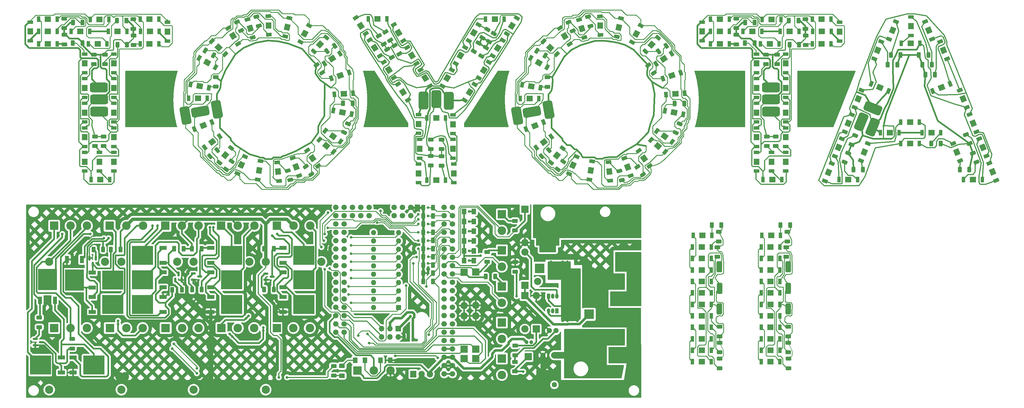
<source format=gbr>
%TF.GenerationSoftware,KiCad,Pcbnew,(6.0.0)*%
%TF.CreationDate,2022-05-15T11:53:32-07:00*%
%TF.ProjectId,Stencil,5374656e-6369-46c2-9e6b-696361645f70,rev?*%
%TF.SameCoordinates,Original*%
%TF.FileFunction,Copper,L1,Top*%
%TF.FilePolarity,Positive*%
%FSLAX46Y46*%
G04 Gerber Fmt 4.6, Leading zero omitted, Abs format (unit mm)*
G04 Created by KiCad (PCBNEW (6.0.0)) date 2022-05-15 11:53:32*
%MOMM*%
%LPD*%
G01*
G04 APERTURE LIST*
G04 Aperture macros list*
%AMRoundRect*
0 Rectangle with rounded corners*
0 $1 Rounding radius*
0 $2 $3 $4 $5 $6 $7 $8 $9 X,Y pos of 4 corners*
0 Add a 4 corners polygon primitive as box body*
4,1,4,$2,$3,$4,$5,$6,$7,$8,$9,$2,$3,0*
0 Add four circle primitives for the rounded corners*
1,1,$1+$1,$2,$3*
1,1,$1+$1,$4,$5*
1,1,$1+$1,$6,$7*
1,1,$1+$1,$8,$9*
0 Add four rect primitives between the rounded corners*
20,1,$1+$1,$2,$3,$4,$5,0*
20,1,$1+$1,$4,$5,$6,$7,0*
20,1,$1+$1,$6,$7,$8,$9,0*
20,1,$1+$1,$8,$9,$2,$3,0*%
%AMRotRect*
0 Rectangle, with rotation*
0 The origin of the aperture is its center*
0 $1 length*
0 $2 width*
0 $3 Rotation angle, in degrees counterclockwise*
0 Add horizontal line*
21,1,$1,$2,0,0,$3*%
%AMFreePoly0*
4,1,21,3.042426,3.042426,3.060000,3.000000,3.060000,-4.000000,3.042426,-4.042426,3.000000,-4.060000,2.060000,-4.060000,2.060000,-6.000000,2.042426,-6.042426,2.000000,-6.060000,-3.000000,-6.060000,-3.042426,-6.042426,-3.060000,-6.000000,-3.060000,-4.060000,-4.000000,-4.060000,-4.042426,-4.042426,-4.060000,-4.000000,-4.060000,3.000000,-4.042426,3.042426,-4.000000,3.060000,3.000000,3.060000,
3.042426,3.042426,3.042426,3.042426,$1*%
G04 Aperture macros list end*
%ADD10C,0.200000*%
%TA.AperFunction,NonConductor*%
%ADD11C,0.000000*%
%TD*%
%TA.AperFunction,NonConductor*%
%ADD12C,0.200000*%
%TD*%
%TA.AperFunction,SMDPad,CuDef*%
%ADD13R,1.900000X1.700000*%
%TD*%
%TA.AperFunction,SMDPad,CuDef*%
%ADD14R,1.100000X1.700000*%
%TD*%
%TA.AperFunction,SMDPad,CuDef*%
%ADD15RoundRect,0.425000X0.425000X-1.275000X0.425000X1.275000X-0.425000X1.275000X-0.425000X-1.275000X0*%
%TD*%
%TA.AperFunction,SMDPad,CuDef*%
%ADD16RoundRect,0.250000X0.625000X-0.312500X0.625000X0.312500X-0.625000X0.312500X-0.625000X-0.312500X0*%
%TD*%
%TA.AperFunction,SMDPad,CuDef*%
%ADD17RoundRect,0.250000X-0.625000X0.312500X-0.625000X-0.312500X0.625000X-0.312500X0.625000X0.312500X0*%
%TD*%
%TA.AperFunction,SMDPad,CuDef*%
%ADD18RoundRect,0.250000X0.312500X0.625000X-0.312500X0.625000X-0.312500X-0.625000X0.312500X-0.625000X0*%
%TD*%
%TA.AperFunction,ComponentPad*%
%ADD19C,2.500000*%
%TD*%
%TA.AperFunction,SMDPad,CuDef*%
%ADD20RotRect,1.900000X1.700000X292.000000*%
%TD*%
%TA.AperFunction,SMDPad,CuDef*%
%ADD21RotRect,1.100000X1.700000X292.000000*%
%TD*%
%TA.AperFunction,ComponentPad*%
%ADD22R,2.600000X2.600000*%
%TD*%
%TA.AperFunction,ComponentPad*%
%ADD23C,2.600000*%
%TD*%
%TA.AperFunction,SMDPad,CuDef*%
%ADD24RoundRect,0.250000X-0.312500X-0.625000X0.312500X-0.625000X0.312500X0.625000X-0.312500X0.625000X0*%
%TD*%
%TA.AperFunction,SMDPad,CuDef*%
%ADD25RoundRect,0.250000X-0.696554X0.055616X-0.462425X-0.523874X0.696554X-0.055616X0.462425X0.523874X0*%
%TD*%
%TA.AperFunction,ComponentPad*%
%ADD26R,1.600000X1.600000*%
%TD*%
%TA.AperFunction,ComponentPad*%
%ADD27O,1.600000X1.600000*%
%TD*%
%TA.AperFunction,SMDPad,CuDef*%
%ADD28RoundRect,0.250000X-0.462425X0.523874X-0.696554X-0.055616X0.462425X-0.523874X0.696554X0.055616X0*%
%TD*%
%TA.AperFunction,SMDPad,CuDef*%
%ADD29RotRect,1.900000X1.700000X95.400000*%
%TD*%
%TA.AperFunction,SMDPad,CuDef*%
%ADD30RotRect,1.100000X1.700000X95.400000*%
%TD*%
%TA.AperFunction,ComponentPad*%
%ADD31C,1.600000*%
%TD*%
%TA.AperFunction,SMDPad,CuDef*%
%ADD32RoundRect,0.750000X2.099852X-0.391309X1.839379X1.085902X-2.099852X0.391309X-1.839379X-1.085902X0*%
%TD*%
%TA.AperFunction,SMDPad,CuDef*%
%ADD33R,1.700000X1.900000*%
%TD*%
%TA.AperFunction,SMDPad,CuDef*%
%ADD34R,1.700000X1.100000*%
%TD*%
%TA.AperFunction,SMDPad,CuDef*%
%ADD35RoundRect,0.250000X0.332727X-0.614470X0.691213X-0.102500X-0.332727X0.614470X-0.691213X0.102500X0*%
%TD*%
%TA.AperFunction,SMDPad,CuDef*%
%ADD36RotRect,1.900000X1.700000X57.500000*%
%TD*%
%TA.AperFunction,SMDPad,CuDef*%
%ADD37RotRect,1.100000X1.700000X57.500000*%
%TD*%
%TA.AperFunction,SMDPad,CuDef*%
%ADD38RoundRect,0.750000X-0.750000X-2.000000X0.750000X-2.000000X0.750000X2.000000X-0.750000X2.000000X0*%
%TD*%
%TA.AperFunction,SMDPad,CuDef*%
%ADD39RoundRect,0.250000X0.684585X-0.140090X0.522823X0.463614X-0.684585X0.140090X-0.522823X-0.463614X0*%
%TD*%
%TA.AperFunction,SMDPad,CuDef*%
%ADD40RoundRect,0.250000X0.697124X0.047952X0.379912X0.586471X-0.697124X-0.047952X-0.379912X-0.586471X0*%
%TD*%
%TA.AperFunction,SMDPad,CuDef*%
%ADD41RotRect,1.900000X1.700000X213.000000*%
%TD*%
%TA.AperFunction,SMDPad,CuDef*%
%ADD42RotRect,1.100000X1.700000X213.000000*%
%TD*%
%TA.AperFunction,SMDPad,CuDef*%
%ADD43RotRect,1.900000X1.700000X183.600000*%
%TD*%
%TA.AperFunction,SMDPad,CuDef*%
%ADD44RotRect,1.100000X1.700000X183.600000*%
%TD*%
%TA.AperFunction,SMDPad,CuDef*%
%ADD45RotRect,1.900000X1.700000X248.000000*%
%TD*%
%TA.AperFunction,SMDPad,CuDef*%
%ADD46RotRect,1.100000X1.700000X248.000000*%
%TD*%
%TA.AperFunction,SMDPad,CuDef*%
%ADD47RotRect,1.900000X1.700000X257.100000*%
%TD*%
%TA.AperFunction,SMDPad,CuDef*%
%ADD48RotRect,1.100000X1.700000X257.100000*%
%TD*%
%TA.AperFunction,SMDPad,CuDef*%
%ADD49RotRect,1.900000X1.700000X122.500000*%
%TD*%
%TA.AperFunction,SMDPad,CuDef*%
%ADD50RotRect,1.100000X1.700000X122.500000*%
%TD*%
%TA.AperFunction,SMDPad,CuDef*%
%ADD51R,1.200000X2.200000*%
%TD*%
%TA.AperFunction,SMDPad,CuDef*%
%ADD52R,5.800000X6.400000*%
%TD*%
%TA.AperFunction,SMDPad,CuDef*%
%ADD53RotRect,1.900000X1.700000X286.500000*%
%TD*%
%TA.AperFunction,SMDPad,CuDef*%
%ADD54RotRect,1.100000X1.700000X286.500000*%
%TD*%
%TA.AperFunction,SMDPad,CuDef*%
%ADD55RoundRect,0.250000X-0.102500X0.691213X-0.614470X0.332727X0.102500X-0.691213X0.614470X-0.332727X0*%
%TD*%
%TA.AperFunction,ComponentPad*%
%ADD56R,2.200000X2.200000*%
%TD*%
%TA.AperFunction,ComponentPad*%
%ADD57O,2.200000X2.200000*%
%TD*%
%TA.AperFunction,SMDPad,CuDef*%
%ADD58RotRect,1.900000X1.700000X120.500000*%
%TD*%
%TA.AperFunction,SMDPad,CuDef*%
%ADD59RotRect,1.100000X1.700000X120.500000*%
%TD*%
%TA.AperFunction,ComponentPad*%
%ADD60R,1.050000X1.500000*%
%TD*%
%TA.AperFunction,ComponentPad*%
%ADD61O,1.050000X1.500000*%
%TD*%
%TA.AperFunction,SMDPad,CuDef*%
%ADD62RoundRect,0.150000X-0.150000X0.587500X-0.150000X-0.587500X0.150000X-0.587500X0.150000X0.587500X0*%
%TD*%
%TA.AperFunction,SMDPad,CuDef*%
%ADD63RoundRect,0.750000X-1.444601X-1.573413X-0.053825X-2.135323X1.444601X1.573413X0.053825X2.135323X0*%
%TD*%
%TA.AperFunction,SMDPad,CuDef*%
%ADD64RoundRect,0.250001X0.462499X0.624999X-0.462499X0.624999X-0.462499X-0.624999X0.462499X-0.624999X0*%
%TD*%
%TA.AperFunction,SMDPad,CuDef*%
%ADD65RotRect,1.900000X1.700000X301.200000*%
%TD*%
%TA.AperFunction,SMDPad,CuDef*%
%ADD66RotRect,1.100000X1.700000X301.200000*%
%TD*%
%TA.AperFunction,SMDPad,CuDef*%
%ADD67RotRect,1.900000X1.700000X21.900000*%
%TD*%
%TA.AperFunction,SMDPad,CuDef*%
%ADD68RotRect,1.100000X1.700000X21.900000*%
%TD*%
%TA.AperFunction,SMDPad,CuDef*%
%ADD69R,2.200000X1.200000*%
%TD*%
%TA.AperFunction,SMDPad,CuDef*%
%ADD70R,6.400000X5.800000*%
%TD*%
%TA.AperFunction,SMDPad,CuDef*%
%ADD71RoundRect,0.250000X-0.691213X-0.102500X-0.332727X-0.614470X0.691213X0.102500X0.332727X0.614470X0*%
%TD*%
%TA.AperFunction,SMDPad,CuDef*%
%ADD72RotRect,1.900000X1.700000X242.400000*%
%TD*%
%TA.AperFunction,SMDPad,CuDef*%
%ADD73RotRect,1.100000X1.700000X242.400000*%
%TD*%
%TA.AperFunction,SMDPad,CuDef*%
%ADD74RoundRect,0.250000X0.696554X-0.055616X0.462425X0.523874X-0.696554X0.055616X-0.462425X-0.523874X0*%
%TD*%
%TA.AperFunction,SMDPad,CuDef*%
%ADD75RotRect,1.900000X1.700000X112.000000*%
%TD*%
%TA.AperFunction,SMDPad,CuDef*%
%ADD76RotRect,1.100000X1.700000X112.000000*%
%TD*%
%TA.AperFunction,SMDPad,CuDef*%
%ADD77RotRect,1.900000X1.700000X271.800000*%
%TD*%
%TA.AperFunction,SMDPad,CuDef*%
%ADD78RotRect,1.100000X1.700000X271.800000*%
%TD*%
%TA.AperFunction,SMDPad,CuDef*%
%ADD79RotRect,1.900000X1.700000X68.000000*%
%TD*%
%TA.AperFunction,SMDPad,CuDef*%
%ADD80RotRect,1.100000X1.700000X68.000000*%
%TD*%
%TA.AperFunction,SMDPad,CuDef*%
%ADD81RotRect,1.900000X1.700000X315.900000*%
%TD*%
%TA.AperFunction,SMDPad,CuDef*%
%ADD82RotRect,1.100000X1.700000X315.900000*%
%TD*%
%TA.AperFunction,SMDPad,CuDef*%
%ADD83RoundRect,0.750000X2.000000X-0.750000X2.000000X0.750000X-2.000000X0.750000X-2.000000X-0.750000X0*%
%TD*%
%TA.AperFunction,ComponentPad*%
%ADD84C,1.200000*%
%TD*%
%TA.AperFunction,SMDPad,CuDef*%
%ADD85RoundRect,0.250000X-0.698511X0.019085X-0.434374X-0.547358X0.698511X-0.019085X0.434374X0.547358X0*%
%TD*%
%TA.AperFunction,SMDPad,CuDef*%
%ADD86RoundRect,0.750000X-0.391309X-2.099852X1.085902X-1.839379X0.391309X2.099852X-1.085902X1.839379X0*%
%TD*%
%TA.AperFunction,SMDPad,CuDef*%
%ADD87RotRect,1.900000X1.700000X350.300000*%
%TD*%
%TA.AperFunction,SMDPad,CuDef*%
%ADD88RotRect,1.100000X1.700000X350.300000*%
%TD*%
%TA.AperFunction,SMDPad,CuDef*%
%ADD89RoundRect,0.250000X0.691213X0.102500X0.332727X0.614470X-0.691213X-0.102500X-0.332727X-0.614470X0*%
%TD*%
%TA.AperFunction,SMDPad,CuDef*%
%ADD90RoundRect,0.250000X0.162353X-0.679649X0.641131X-0.277907X-0.162353X0.679649X-0.641131X0.277907X0*%
%TD*%
%TA.AperFunction,SMDPad,CuDef*%
%ADD91RotRect,1.900000X1.700000X36.600000*%
%TD*%
%TA.AperFunction,SMDPad,CuDef*%
%ADD92RotRect,1.100000X1.700000X36.600000*%
%TD*%
%TA.AperFunction,SMDPad,CuDef*%
%ADD93RoundRect,0.250000X-0.697124X-0.047952X-0.379912X-0.586471X0.697124X0.047952X0.379912X0.586471X0*%
%TD*%
%TA.AperFunction,SMDPad,CuDef*%
%ADD94RotRect,1.900000X1.700000X330.600000*%
%TD*%
%TA.AperFunction,SMDPad,CuDef*%
%ADD95RotRect,1.100000X1.700000X330.600000*%
%TD*%
%TA.AperFunction,SMDPad,CuDef*%
%ADD96RotRect,1.900000X1.700000X80.700000*%
%TD*%
%TA.AperFunction,SMDPad,CuDef*%
%ADD97RotRect,1.100000X1.700000X80.700000*%
%TD*%
%TA.AperFunction,SMDPad,CuDef*%
%ADD98RotRect,1.900000X1.700000X144.200000*%
%TD*%
%TA.AperFunction,SMDPad,CuDef*%
%ADD99RotRect,1.100000X1.700000X144.200000*%
%TD*%
%TA.AperFunction,ComponentPad*%
%ADD100C,1.676400*%
%TD*%
%TA.AperFunction,ComponentPad*%
%ADD101R,3.000000X3.000000*%
%TD*%
%TA.AperFunction,SMDPad,CuDef*%
%ADD102FreePoly0,0.000000*%
%TD*%
%TA.AperFunction,ComponentPad*%
%ADD103O,3.000000X3.000000*%
%TD*%
%TA.AperFunction,SMDPad,CuDef*%
%ADD104RotRect,1.900000X1.700000X110.100000*%
%TD*%
%TA.AperFunction,SMDPad,CuDef*%
%ADD105RotRect,1.100000X1.700000X110.100000*%
%TD*%
%TA.AperFunction,SMDPad,CuDef*%
%ADD106RoundRect,0.150000X-0.587500X-0.150000X0.587500X-0.150000X0.587500X0.150000X-0.587500X0.150000X0*%
%TD*%
%TA.AperFunction,SMDPad,CuDef*%
%ADD107RotRect,1.900000X1.700000X139.500000*%
%TD*%
%TA.AperFunction,SMDPad,CuDef*%
%ADD108RotRect,1.100000X1.700000X139.500000*%
%TD*%
%TA.AperFunction,SMDPad,CuDef*%
%ADD109RotRect,1.900000X1.700000X51.300000*%
%TD*%
%TA.AperFunction,SMDPad,CuDef*%
%ADD110RotRect,1.100000X1.700000X51.300000*%
%TD*%
%TA.AperFunction,SMDPad,CuDef*%
%ADD111RoundRect,0.750000X-1.573413X1.444601X-2.135323X0.053825X1.573413X-1.444601X2.135323X-0.053825X0*%
%TD*%
%TA.AperFunction,SMDPad,CuDef*%
%ADD112RotRect,1.900000X1.700000X124.800000*%
%TD*%
%TA.AperFunction,SMDPad,CuDef*%
%ADD113RotRect,1.100000X1.700000X124.800000*%
%TD*%
%TA.AperFunction,SMDPad,CuDef*%
%ADD114RotRect,1.900000X1.700000X227.700000*%
%TD*%
%TA.AperFunction,SMDPad,CuDef*%
%ADD115RotRect,1.100000X1.700000X227.700000*%
%TD*%
%TA.AperFunction,ComponentPad*%
%ADD116R,1.905000X2.000000*%
%TD*%
%TA.AperFunction,ComponentPad*%
%ADD117O,1.905000X2.000000*%
%TD*%
%TA.AperFunction,SMDPad,CuDef*%
%ADD118RotRect,1.900000X1.700000X22.000000*%
%TD*%
%TA.AperFunction,SMDPad,CuDef*%
%ADD119RotRect,1.100000X1.700000X22.000000*%
%TD*%
%TA.AperFunction,SMDPad,CuDef*%
%ADD120FreePoly0,180.000000*%
%TD*%
%TA.AperFunction,SMDPad,CuDef*%
%ADD121RoundRect,0.250000X-0.379912X0.586471X-0.697124X0.047952X0.379912X-0.586471X0.697124X-0.047952X0*%
%TD*%
%TA.AperFunction,SMDPad,CuDef*%
%ADD122RotRect,1.900000X1.700000X168.900000*%
%TD*%
%TA.AperFunction,SMDPad,CuDef*%
%ADD123RotRect,1.100000X1.700000X168.900000*%
%TD*%
%TA.AperFunction,SMDPad,CuDef*%
%ADD124RotRect,1.900000X1.700000X198.300000*%
%TD*%
%TA.AperFunction,SMDPad,CuDef*%
%ADD125RotRect,1.100000X1.700000X198.300000*%
%TD*%
%TA.AperFunction,SMDPad,CuDef*%
%ADD126RoundRect,0.250000X0.379912X-0.586471X0.697124X-0.047952X-0.379912X0.586471X-0.697124X0.047952X0*%
%TD*%
%TA.AperFunction,SMDPad,CuDef*%
%ADD127RoundRect,0.250001X-0.624999X0.462499X-0.624999X-0.462499X0.624999X-0.462499X0.624999X0.462499X0*%
%TD*%
%TA.AperFunction,SMDPad,CuDef*%
%ADD128RoundRect,0.250000X-0.583133X-0.385016X-0.041867X-0.697516X0.583133X0.385016X0.041867X0.697516X0*%
%TD*%
%TA.AperFunction,SMDPad,CuDef*%
%ADD129RotRect,1.900000X1.700000X59.500000*%
%TD*%
%TA.AperFunction,SMDPad,CuDef*%
%ADD130RotRect,1.100000X1.700000X59.500000*%
%TD*%
%TA.AperFunction,ComponentPad*%
%ADD131R,1.700000X1.700000*%
%TD*%
%TA.AperFunction,ComponentPad*%
%ADD132O,1.700000X1.700000*%
%TD*%
%TA.AperFunction,SMDPad,CuDef*%
%ADD133RoundRect,0.150000X0.150000X-0.587500X0.150000X0.587500X-0.150000X0.587500X-0.150000X-0.587500X0*%
%TD*%
%TA.AperFunction,ComponentPad*%
%ADD134R,3.200000X3.200000*%
%TD*%
%TA.AperFunction,ComponentPad*%
%ADD135O,3.200000X3.200000*%
%TD*%
%TA.AperFunction,SMDPad,CuDef*%
%ADD136RotRect,1.900000X1.700000X66.000000*%
%TD*%
%TA.AperFunction,SMDPad,CuDef*%
%ADD137RotRect,1.100000X1.700000X66.000000*%
%TD*%
%TA.AperFunction,ComponentPad*%
%ADD138R,2.000000X2.500000*%
%TD*%
%TA.AperFunction,SMDPad,CuDef*%
%ADD139RotRect,1.900000X1.700000X158.000000*%
%TD*%
%TA.AperFunction,SMDPad,CuDef*%
%ADD140RotRect,1.100000X1.700000X158.000000*%
%TD*%
%TA.AperFunction,SMDPad,CuDef*%
%ADD141RoundRect,0.250000X-0.434374X0.547358X-0.698511X-0.019085X0.434374X-0.547358X0.698511X0.019085X0*%
%TD*%
%TA.AperFunction,SMDPad,CuDef*%
%ADD142RoundRect,0.250000X0.462425X-0.523874X0.696554X0.055616X-0.462425X0.523874X-0.696554X-0.055616X0*%
%TD*%
%TA.AperFunction,ComponentPad*%
%ADD143C,2.000000*%
%TD*%
%TA.AperFunction,ViaPad*%
%ADD144C,0.800000*%
%TD*%
%TA.AperFunction,Conductor*%
%ADD145C,0.250000*%
%TD*%
%TA.AperFunction,Conductor*%
%ADD146C,0.254000*%
%TD*%
%TA.AperFunction,Conductor*%
%ADD147C,0.203200*%
%TD*%
%TA.AperFunction,Conductor*%
%ADD148C,0.508000*%
%TD*%
%TA.AperFunction,Conductor*%
%ADD149C,0.300000*%
%TD*%
%TA.AperFunction,Conductor*%
%ADD150C,0.762000*%
%TD*%
%TA.AperFunction,Conductor*%
%ADD151C,1.500000*%
%TD*%
%TA.AperFunction,Conductor*%
%ADD152C,1.000000*%
%TD*%
%TA.AperFunction,Conductor*%
%ADD153C,2.000000*%
%TD*%
G04 APERTURE END LIST*
D10*
X234028459Y-55821507D02*
X234027171Y-55540746D01*
X234023310Y-55260289D01*
X234016876Y-54980147D01*
X234007873Y-54700329D01*
X233996301Y-54420844D01*
X233982163Y-54141702D01*
X233965461Y-53862914D01*
X233946196Y-53584488D01*
X233924371Y-53306435D01*
X233899987Y-53028763D01*
X233873046Y-52751484D01*
X233843550Y-52474606D01*
X233811501Y-52198140D01*
X233776901Y-51922094D01*
X233739752Y-51646479D01*
X233700055Y-51371305D01*
X233657813Y-51096581D01*
X233613027Y-50822316D01*
X233565700Y-50548522D01*
X233515832Y-50275206D01*
X233463427Y-50002380D01*
X233408486Y-49730052D01*
X233351011Y-49458233D01*
X233291004Y-49186931D01*
X233228466Y-48916158D01*
X233163400Y-48645922D01*
X233095807Y-48376234D01*
X233025690Y-48107103D01*
X232953050Y-47838538D01*
X232877889Y-47570550D01*
X232800209Y-47303148D01*
X232720012Y-47036342D01*
D11*
G36*
X176087465Y-47036342D02*
G01*
X175293768Y-49936253D01*
X174843768Y-53546253D01*
X174843768Y-58126253D01*
X175423768Y-62156253D01*
X175913660Y-64036165D01*
X162573768Y-64026253D01*
X162563768Y-62906253D01*
X172733768Y-47026253D01*
X176087465Y-47036342D01*
G37*
G36*
X248063768Y-47086253D02*
G01*
X248043768Y-64016253D01*
X232913768Y-63996253D01*
X233603768Y-60896253D01*
X233863768Y-58496253D01*
X234013768Y-56316253D01*
X233993768Y-54076253D01*
X233773768Y-51786253D01*
X233383768Y-49506253D01*
X232923768Y-47796253D01*
X232720012Y-47016253D01*
X248023768Y-47006253D01*
X248063768Y-47086253D01*
G37*
D10*
X172717473Y-47036342D02*
X176087465Y-47036342D01*
D12*
X264095874Y-47036342D02*
X281717193Y-47036342D01*
D11*
G36*
X145283768Y-62896253D02*
G01*
X145280905Y-64036165D01*
X131824189Y-64036165D01*
X132263768Y-62426253D01*
X132703768Y-59836253D01*
X132913768Y-57266253D01*
X132953768Y-54326253D01*
X132553768Y-50876253D01*
X132023768Y-48386253D01*
X131672341Y-47056204D01*
X135133768Y-47036342D01*
X145283768Y-62896253D01*
G37*
D10*
X135101509Y-47036342D02*
X145281077Y-62909964D01*
X162538077Y-62909964D02*
X172717473Y-47036342D01*
X145281077Y-62909964D02*
X145280905Y-64036165D01*
X174778846Y-55821507D02*
X174779962Y-56083809D01*
X174783309Y-56345839D01*
X174788885Y-56607588D01*
X174796690Y-56869047D01*
X174806721Y-57130207D01*
X174818977Y-57391059D01*
X174833457Y-57651595D01*
X174850159Y-57911805D01*
X174869081Y-58171681D01*
X174890222Y-58431214D01*
X174913581Y-58690394D01*
X174939155Y-58949214D01*
X174966944Y-59207664D01*
X174996946Y-59465735D01*
X175029159Y-59723419D01*
X175063582Y-59980706D01*
X175100214Y-60237588D01*
X175139052Y-60494056D01*
X175180096Y-60750101D01*
X175223343Y-61005715D01*
X175268793Y-61260887D01*
X175316444Y-61515610D01*
X175366293Y-61769875D01*
X175418341Y-62023672D01*
X175472585Y-62276993D01*
X175529023Y-62529829D01*
X175587655Y-62782172D01*
X175648479Y-63034011D01*
X175711492Y-63285339D01*
X175776695Y-63536146D01*
X175844084Y-63786425D01*
X175913660Y-64036165D01*
X73716797Y-55791707D02*
X73717920Y-56055117D01*
X73721290Y-56318241D01*
X73726904Y-56581072D01*
X73734762Y-56843600D01*
X73744861Y-57105817D01*
X73757200Y-57367714D01*
X73771777Y-57629282D01*
X73788592Y-57890513D01*
X73807642Y-58151397D01*
X73828925Y-58411926D01*
X73852441Y-58672092D01*
X73878188Y-58931885D01*
X73906163Y-59191298D01*
X73936367Y-59450321D01*
X73968796Y-59708945D01*
X74003450Y-59967162D01*
X74040327Y-60224964D01*
X74079426Y-60482340D01*
X74120744Y-60739284D01*
X74164281Y-60995786D01*
X74210034Y-61251837D01*
X74258003Y-61507428D01*
X74308186Y-61762552D01*
X74360580Y-62017199D01*
X74415186Y-62271360D01*
X74472000Y-62525027D01*
X74531022Y-62778191D01*
X74592250Y-63030844D01*
X74655682Y-63282976D01*
X74721317Y-63534580D01*
X74789154Y-63785645D01*
X74859191Y-64036165D01*
X59230343Y-64036165D02*
X59230343Y-47036342D01*
D12*
X281717193Y-47036342D02*
X274934834Y-64036165D01*
D10*
X232893989Y-64036165D02*
X232963532Y-63786455D01*
X233030893Y-63536203D01*
X233096068Y-63285418D01*
X233159056Y-63034110D01*
X233219855Y-62782286D01*
X233278465Y-62529957D01*
X233334883Y-62277131D01*
X233389108Y-62023817D01*
X233441138Y-61770025D01*
X233490972Y-61515763D01*
X233538608Y-61261040D01*
X233584045Y-61005866D01*
X233627280Y-60750249D01*
X233668313Y-60494199D01*
X233707142Y-60237725D01*
X233743765Y-59980835D01*
X233778180Y-59723539D01*
X233810387Y-59465846D01*
X233840383Y-59207765D01*
X233868167Y-58949305D01*
X233893737Y-58690474D01*
X233917092Y-58431283D01*
X233938231Y-58171740D01*
X233957150Y-57911854D01*
X233973850Y-57651633D01*
X233988329Y-57391089D01*
X234000584Y-57130228D01*
X234010615Y-56869061D01*
X234018419Y-56607596D01*
X234023995Y-56345843D01*
X234027342Y-56083810D01*
X234028459Y-55821507D01*
D11*
G36*
X281683768Y-47036253D02*
G01*
X274893768Y-63986253D01*
X264093768Y-64006253D01*
X264053768Y-47016253D01*
X264073768Y-47016253D01*
X281683768Y-47036253D01*
G37*
D10*
X132966583Y-55791707D02*
X132965304Y-55511945D01*
X132961470Y-55232485D01*
X132955082Y-54953336D01*
X132946141Y-54674508D01*
X132934651Y-54396009D01*
X132920612Y-54117850D01*
X132904026Y-53840041D01*
X132884896Y-53562590D01*
X132863223Y-53285507D01*
X132839008Y-53008803D01*
X132812255Y-52732486D01*
X132782964Y-52456566D01*
X132751137Y-52181053D01*
X132716776Y-51905957D01*
X132679884Y-51631286D01*
X132640461Y-51357051D01*
X132598510Y-51083261D01*
X132554033Y-50809925D01*
X132507030Y-50537054D01*
X132457506Y-50264657D01*
X132405460Y-49992743D01*
X132350895Y-49721322D01*
X132293812Y-49450404D01*
X132234214Y-49179998D01*
X132172103Y-48910114D01*
X132107479Y-48640761D01*
X132040346Y-48371950D01*
X131970704Y-48103688D01*
X131898556Y-47835988D01*
X131823904Y-47568856D01*
X131746749Y-47302304D01*
X131667093Y-47036342D01*
X232720012Y-47036342D02*
X248045519Y-47036342D01*
X175913660Y-64036165D02*
X162538077Y-64036165D01*
X74859191Y-64036165D02*
X59230343Y-64036165D01*
X248045519Y-64036165D02*
X232893989Y-64036165D01*
D11*
G36*
X74403768Y-49256253D02*
G01*
X73853768Y-52666253D01*
X73703768Y-55796253D01*
X73943768Y-59746253D01*
X74213768Y-61246253D01*
X74823768Y-64056253D01*
X59233768Y-64006253D01*
X59253768Y-47046253D01*
X59230343Y-47036342D01*
X75016287Y-47036342D01*
X74403768Y-49256253D01*
G37*
D10*
X248045519Y-47036342D02*
X248045519Y-64036165D01*
D12*
X274934834Y-64036165D02*
X264095874Y-64036165D01*
D10*
X131824189Y-64036165D02*
X131894225Y-63785644D01*
X131962062Y-63534576D01*
X132027697Y-63282968D01*
X132091129Y-63030830D01*
X132152357Y-62778170D01*
X132211379Y-62524998D01*
X132268194Y-62271321D01*
X132322799Y-62017150D01*
X132375194Y-61762493D01*
X132425376Y-61507359D01*
X132473345Y-61251757D01*
X132519099Y-60995695D01*
X132562635Y-60739183D01*
X132603954Y-60482229D01*
X132643052Y-60224843D01*
X132679929Y-59967033D01*
X132714583Y-59708809D01*
X132747013Y-59450178D01*
X132777216Y-59191150D01*
X132805192Y-58931734D01*
X132830938Y-58671939D01*
X132854454Y-58411774D01*
X132875738Y-58151247D01*
X132894787Y-57890367D01*
X132911602Y-57629144D01*
X132926179Y-57367586D01*
X132938518Y-57105703D01*
X132948617Y-56843502D01*
X132956475Y-56580993D01*
X132962089Y-56318185D01*
X132965459Y-56055086D01*
X132966583Y-55791707D01*
D12*
X264095874Y-64036165D02*
X264095874Y-47036342D01*
D10*
X75016287Y-47036342D02*
X74936630Y-47302305D01*
X74859475Y-47568858D01*
X74784823Y-47835992D01*
X74712675Y-48103696D01*
X74643033Y-48371960D01*
X74575900Y-48640776D01*
X74511276Y-48910133D01*
X74449165Y-49180022D01*
X74389567Y-49450434D01*
X74332484Y-49721357D01*
X74277919Y-49992783D01*
X74225873Y-50264702D01*
X74176349Y-50537105D01*
X74129346Y-50809981D01*
X74084869Y-51083321D01*
X74042918Y-51357116D01*
X74003495Y-51631354D01*
X73966603Y-51906028D01*
X73932242Y-52181128D01*
X73900415Y-52456642D01*
X73871124Y-52732563D01*
X73844371Y-53008880D01*
X73820156Y-53285583D01*
X73798483Y-53562663D01*
X73779353Y-53840110D01*
X73762767Y-54117915D01*
X73748728Y-54396067D01*
X73737238Y-54674557D01*
X73728297Y-54953376D01*
X73721909Y-55232514D01*
X73718075Y-55511961D01*
X73716797Y-55791707D01*
X145280905Y-64036165D02*
X131824189Y-64036165D01*
X131667093Y-47036342D02*
X135101509Y-47036342D01*
X59230343Y-47036342D02*
X75016287Y-47036342D01*
X162538077Y-64036165D02*
X162538077Y-62909964D01*
X176087465Y-47036342D02*
X176007237Y-47303194D01*
X175929529Y-47570639D01*
X175854343Y-47838666D01*
X175781680Y-48107265D01*
X175711543Y-48376428D01*
X175643933Y-48646144D01*
X175578851Y-48916404D01*
X175516300Y-49187198D01*
X175456282Y-49458517D01*
X175398797Y-49730350D01*
X175343849Y-50002689D01*
X175291438Y-50275524D01*
X175241566Y-50548845D01*
X175194236Y-50822642D01*
X175149449Y-51096906D01*
X175107206Y-51371628D01*
X175067510Y-51646797D01*
X175030362Y-51922404D01*
X174995764Y-52198439D01*
X174963718Y-52474894D01*
X174934225Y-52751757D01*
X174907288Y-53029020D01*
X174882908Y-53306673D01*
X174861086Y-53584706D01*
X174841826Y-53863110D01*
X174825127Y-54141874D01*
X174810993Y-54420991D01*
X174799425Y-54700449D01*
X174790424Y-54980239D01*
X174783993Y-55260352D01*
X174780133Y-55540777D01*
X174778846Y-55821507D01*
D13*
%TO.P,D152,*%
%TO.N,*%
X255833103Y-132191820D03*
D14*
%TO.P,D152,1,K*%
%TO.N,N/C*%
X258683103Y-132191820D03*
%TO.P,D152,2,A*%
X252983103Y-132191820D03*
%TD*%
D15*
%TO.P,wht-,1*%
%TO.N,N/C*%
X261208103Y-106749999D03*
%TD*%
D16*
%TO.P,R74,1*%
%TO.N,N/C*%
X261243103Y-127934320D03*
%TO.P,R74,2*%
X261243103Y-125009320D03*
%TD*%
D13*
%TO.P,D154,*%
%TO.N,*%
X255833103Y-118191820D03*
D14*
%TO.P,D154,1,K*%
%TO.N,N/C*%
X258683103Y-118191820D03*
%TO.P,D154,2,A*%
X252983103Y-118191820D03*
%TD*%
D13*
%TO.P,D149,*%
%TO.N,*%
X255833103Y-107691820D03*
D14*
%TO.P,D149,1,K*%
%TO.N,N/C*%
X258683103Y-107691820D03*
%TO.P,D149,2,A*%
X252983103Y-107691820D03*
%TD*%
D13*
%TO.P,D156,*%
%TO.N,*%
X255833103Y-104191820D03*
D14*
%TO.P,D156,1,K*%
%TO.N,N/C*%
X258683103Y-104191820D03*
%TO.P,D156,2,A*%
X252983103Y-104191820D03*
%TD*%
D13*
%TO.P,D151,*%
%TO.N,*%
X255833103Y-125191820D03*
D14*
%TO.P,D151,1,K*%
%TO.N,N/C*%
X252983103Y-125191820D03*
%TO.P,D151,2,A*%
X258683103Y-125191820D03*
%TD*%
D13*
%TO.P,D155,*%
%TO.N,*%
X256033103Y-97191820D03*
D14*
%TO.P,D155,1,K*%
%TO.N,N/C*%
X253183103Y-97191820D03*
%TO.P,D155,2,A*%
X258883103Y-97191820D03*
%TD*%
D13*
%TO.P,D147,*%
%TO.N,*%
X255833103Y-114691820D03*
D14*
%TO.P,D147,1,K*%
%TO.N,N/C*%
X258683103Y-114691820D03*
%TO.P,D147,2,A*%
X252983103Y-114691820D03*
%TD*%
D17*
%TO.P,R73,1*%
%TO.N,N/C*%
X261283103Y-134749320D03*
%TO.P,R73,2*%
X261283103Y-137674320D03*
%TD*%
D13*
%TO.P,D153,*%
%TO.N,*%
X255833103Y-111191820D03*
D14*
%TO.P,D153,1,K*%
%TO.N,N/C*%
X252983103Y-111191820D03*
%TO.P,D153,2,A*%
X258683103Y-111191820D03*
%TD*%
D13*
%TO.P,D145,*%
%TO.N,*%
X255833103Y-135691820D03*
D14*
%TO.P,D145,1,K*%
%TO.N,N/C*%
X258683103Y-135691820D03*
%TO.P,D145,2,A*%
X252983103Y-135691820D03*
%TD*%
D13*
%TO.P,D146,*%
%TO.N,*%
X255833103Y-128691820D03*
D14*
%TO.P,D146,1,K*%
%TO.N,N/C*%
X252983103Y-128691820D03*
%TO.P,D146,2,A*%
X258683103Y-128691820D03*
%TD*%
D17*
%TO.P,R75,1*%
%TO.N,N/C*%
X261003103Y-96066820D03*
%TO.P,R75,2*%
X261003103Y-98991820D03*
%TD*%
%TO.P,R76,1*%
%TO.N,N/C*%
X261253103Y-129891820D03*
%TO.P,R76,2*%
X261253103Y-132816820D03*
%TD*%
D15*
%TO.P,amb-,1*%
%TO.N,N/C*%
X261183103Y-119616820D03*
%TD*%
D17*
%TO.P,R77,1*%
%TO.N,N/C*%
X260603103Y-100749320D03*
%TO.P,R77,2*%
X260603103Y-103674320D03*
%TD*%
D15*
%TO.P,7V+,1*%
%TO.N,N/C*%
X261218583Y-113301820D03*
%TD*%
D18*
%TO.P,R78,1*%
%TO.N,N/C*%
X261775603Y-94019999D03*
%TO.P,R78,2*%
X258850603Y-94019999D03*
%TD*%
D13*
%TO.P,D150,*%
%TO.N,*%
X255833103Y-100691820D03*
D14*
%TO.P,D150,1,K*%
%TO.N,N/C*%
X252983103Y-100691820D03*
%TO.P,D150,2,A*%
X258683103Y-100691820D03*
%TD*%
D13*
%TO.P,D148,*%
%TO.N,*%
X255833103Y-121691820D03*
D14*
%TO.P,D148,1,K*%
%TO.N,N/C*%
X252983103Y-121691820D03*
%TO.P,D148,2,A*%
X258683103Y-121691820D03*
%TD*%
D19*
%TO.P,A1,1,Vin*%
%TO.N,N/C*%
X35935000Y-144220000D03*
%TO.P,A1,2,Vout*%
X35935000Y-105220000D03*
%TO.P,A1,3,GND*%
X52935000Y-144220000D03*
%TO.P,A1,4,GND*%
X52935000Y-105220000D03*
%TD*%
D13*
%TO.P,D101,*%
%TO.N,*%
X256146908Y-31292962D03*
D14*
%TO.P,D101,1,K*%
%TO.N,N/C*%
X253296908Y-31292962D03*
%TO.P,D101,2,A*%
X258996908Y-31292962D03*
%TD*%
D20*
%TO.P,D139,*%
%TO.N,*%
X323570654Y-77740261D03*
D21*
%TO.P,D139,1,K*%
%TO.N,N/C*%
X322503025Y-75097787D03*
%TO.P,D139,2,A*%
X324638283Y-80382735D03*
%TD*%
D22*
%TO.P,J11,1,Pin_1*%
%TO.N,N/C*%
X37435000Y-94225000D03*
D23*
%TO.P,J11,2,Pin_2*%
X42435000Y-94225000D03*
%TO.P,J11,3,Pin_3*%
X47435000Y-94225000D03*
%TD*%
D15*
%TO.P,7V+,1*%
%TO.N,N/C*%
X240271167Y-113301820D03*
%TD*%
D24*
%TO.P,R126,1*%
%TO.N,N/C*%
X149992500Y-101200000D03*
%TO.P,R126,2*%
X152917500Y-101200000D03*
%TD*%
D17*
%TO.P,R19,1*%
%TO.N,N/C*%
X86741908Y-48850462D03*
%TO.P,R19,2*%
X86741908Y-51775462D03*
%TD*%
D25*
%TO.P,R64,1*%
%TO.N,N/C*%
X317521908Y-72092962D03*
%TO.P,R64,2*%
X318617632Y-74804975D03*
%TD*%
D16*
%TO.P,R142,1*%
%TO.N,N/C*%
X169415000Y-105162500D03*
%TO.P,R142,2*%
X169415000Y-102237500D03*
%TD*%
D13*
%TO.P,D114,*%
%TO.N,*%
X261646908Y-34892962D03*
D14*
%TO.P,D114,1,K*%
%TO.N,N/C*%
X264496908Y-34892962D03*
%TO.P,D114,2,A*%
X258796908Y-34892962D03*
%TD*%
D26*
%TO.P,SW1,1*%
%TO.N,N/C*%
X142435000Y-119165000D03*
D27*
%TO.P,SW1,2*%
X142435000Y-116625000D03*
%TO.P,SW1,3*%
X142435000Y-114085000D03*
%TO.P,SW1,4*%
X142435000Y-111545000D03*
%TO.P,SW1,5*%
X142435000Y-109005000D03*
%TO.P,SW1,6*%
X142435000Y-106465000D03*
%TO.P,SW1,7*%
X142435000Y-103925000D03*
%TO.P,SW1,8*%
X142435000Y-101385000D03*
%TO.P,SW1,9*%
X142435000Y-98845000D03*
%TO.P,SW1,10*%
X142435000Y-96305000D03*
%TO.P,SW1,11*%
X134815000Y-96305000D03*
%TO.P,SW1,12*%
X134815000Y-98845000D03*
%TO.P,SW1,13*%
X134815000Y-101385000D03*
%TO.P,SW1,14*%
X134815000Y-103925000D03*
%TO.P,SW1,15*%
X134815000Y-106465000D03*
%TO.P,SW1,16*%
X134815000Y-109005000D03*
%TO.P,SW1,17*%
X134815000Y-111545000D03*
%TO.P,SW1,18*%
X134815000Y-114085000D03*
%TO.P,SW1,19*%
X134815000Y-116625000D03*
%TO.P,SW1,20*%
X134815000Y-119165000D03*
%TD*%
D28*
%TO.P,R62,1*%
%TO.N,N/C*%
X279521908Y-72092962D03*
%TO.P,R62,2*%
X278426183Y-74804975D03*
%TD*%
D29*
%TO.P,D82,*%
%TO.N,*%
X206721908Y-77667962D03*
D30*
%TO.P,D82,1,K*%
%TO.N,N/C*%
X206990117Y-80505314D03*
%TO.P,D82,2,A*%
X206453699Y-74830610D03*
%TD*%
D31*
%TO.P,C2,1*%
%TO.N,N/C*%
X190435000Y-126220000D03*
%TO.P,C2,2*%
X188435000Y-126220000D03*
%TD*%
D32*
%TO.P,P,1*%
%TO.N,N/C*%
X183111908Y-59449986D03*
%TD*%
D33*
%TO.P,D115,*%
%TO.N,*%
X260496908Y-74692962D03*
D34*
%TO.P,D115,1,K*%
%TO.N,N/C*%
X260496908Y-77542962D03*
%TO.P,D115,2,A*%
X260496908Y-71842962D03*
%TD*%
D35*
%TO.P,R24,1*%
%TO.N,N/C*%
X89878141Y-76963117D03*
%TO.P,R24,2*%
X91555852Y-74567098D03*
%TD*%
D36*
%TO.P,D53,*%
%TO.N,*%
X168393810Y-46740891D03*
D37*
%TO.P,D53,1,K*%
%TO.N,N/C*%
X166862506Y-49144557D03*
%TO.P,D53,2,A*%
X169925114Y-44337225D03*
%TD*%
D38*
%TO.P,P,1*%
%TO.N,N/C*%
X157721908Y-56092962D03*
%TD*%
D39*
%TO.P,R38,1*%
%TO.N,N/C*%
X200965936Y-33298510D03*
%TO.P,R38,2*%
X200208890Y-30473177D03*
%TD*%
D18*
%TO.P,R61,1*%
%TO.N,N/C*%
X294464408Y-45112962D03*
%TO.P,R61,2*%
X291539408Y-45112962D03*
%TD*%
D40*
%TO.P,R25,1*%
%TO.N,N/C*%
X139921908Y-37592962D03*
%TO.P,R25,2*%
X138437358Y-35072697D03*
%TD*%
D24*
%TO.P,R66,1*%
%TO.N,N/C*%
X301021908Y-42092962D03*
%TO.P,R66,2*%
X303946908Y-42092962D03*
%TD*%
D18*
%TO.P,R67,1*%
%TO.N,N/C*%
X295464408Y-42112962D03*
%TO.P,R67,2*%
X292539408Y-42112962D03*
%TD*%
D41*
%TO.P,D30,*%
%TO.N,*%
X122182328Y-43224743D03*
D42*
%TO.P,D30,1,K*%
%TO.N,N/C*%
X124572539Y-41672522D03*
%TO.P,D30,2,A*%
X119792117Y-44776964D03*
%TD*%
D33*
%TO.P,D120,*%
%TO.N,*%
X260496908Y-59692962D03*
D34*
%TO.P,D120,1,K*%
%TO.N,N/C*%
X260496908Y-62542962D03*
%TO.P,D120,2,A*%
X260496908Y-56842962D03*
%TD*%
D43*
%TO.P,D31,*%
%TO.N,*%
X125728003Y-53945873D03*
D44*
%TO.P,D31,1,K*%
%TO.N,N/C*%
X128572379Y-53766920D03*
%TO.P,D31,2,A*%
X122883627Y-54124826D03*
%TD*%
D45*
%TO.P,D123,*%
%TO.N,*%
X276531350Y-70345374D03*
D46*
%TO.P,D123,1,K*%
%TO.N,N/C*%
X277598979Y-67702900D03*
%TO.P,D123,2,A*%
X275463721Y-72987848D03*
%TD*%
D22*
%TO.P,J20,1,Pin_1*%
%TO.N,N/C*%
X71350000Y-94220000D03*
D23*
%TO.P,J20,2,Pin_2*%
X76430000Y-94220000D03*
%TO.P,J20,3,Pin_3*%
X81510000Y-94220000D03*
%TD*%
D40*
%TO.P,R32,1*%
%TO.N,N/C*%
X137921908Y-38792962D03*
%TO.P,R32,2*%
X136437358Y-36272697D03*
%TD*%
D33*
%TO.P,D106,*%
%TO.N,*%
X251596908Y-52192962D03*
D34*
%TO.P,D106,1,K*%
%TO.N,N/C*%
X251596908Y-55042962D03*
%TO.P,D106,2,A*%
X251596908Y-49342962D03*
%TD*%
D13*
%TO.P,D15,*%
%TO.N,*%
X66521908Y-38692962D03*
D14*
%TO.P,D15,1,K*%
%TO.N,N/C*%
X69371908Y-38692962D03*
%TO.P,D15,2,A*%
X63671908Y-38692962D03*
%TD*%
D47*
%TO.P,D40,*%
%TO.N,*%
X108489223Y-33654525D03*
D48*
%TO.P,D40,1,K*%
%TO.N,N/C*%
X109125486Y-30876456D03*
%TO.P,D40,2,A*%
X107852960Y-36432594D03*
%TD*%
D49*
%TO.P,D49,*%
%TO.N,*%
X139490604Y-46689296D03*
D50*
%TO.P,D49,1,K*%
%TO.N,N/C*%
X141021908Y-49092962D03*
%TO.P,D49,2,A*%
X137959300Y-44285630D03*
%TD*%
D51*
%TO.P,Q23,1,G*%
%TO.N,N/C*%
X45940000Y-104520000D03*
D52*
%TO.P,Q23,2,D*%
X43660000Y-110820000D03*
D51*
%TO.P,Q23,3,S*%
X41380000Y-104520000D03*
%TD*%
D16*
%TO.P,R143,1*%
%TO.N,N/C*%
X177935000Y-95645000D03*
%TO.P,R143,2*%
X177935000Y-92720000D03*
%TD*%
D14*
%TO.P,D154,2,A*%
%TO.N,N/C*%
X232035687Y-118191820D03*
%TO.P,D154,1,K*%
X237735687Y-118191820D03*
D13*
%TO.P,D154,*%
%TO.N,*%
X234885687Y-118191820D03*
%TD*%
D53*
%TO.P,D87,*%
%TO.N,*%
X198292567Y-34066247D03*
D54*
%TO.P,D87,1,K*%
%TO.N,N/C*%
X197483123Y-31333611D03*
%TO.P,D87,2,A*%
X199102011Y-36798883D03*
%TD*%
D16*
%TO.P,R74,2*%
%TO.N,N/C*%
X240295687Y-125009320D03*
%TO.P,R74,1*%
X240295687Y-127934320D03*
%TD*%
D17*
%TO.P,R43,1*%
%TO.N,N/C*%
X187831908Y-48907486D03*
%TO.P,R43,2*%
X187831908Y-51832486D03*
%TD*%
D13*
%TO.P,D100,*%
%TO.N,*%
X271496908Y-34942962D03*
D14*
%TO.P,D100,1,K*%
%TO.N,N/C*%
X274346908Y-34942962D03*
%TO.P,D100,2,A*%
X268646908Y-34942962D03*
%TD*%
%TO.P,D149,2,A*%
%TO.N,N/C*%
X232035687Y-107691820D03*
%TO.P,D149,1,K*%
X237735687Y-107691820D03*
D13*
%TO.P,D149,*%
%TO.N,*%
X234885687Y-107691820D03*
%TD*%
%TO.P,D109,*%
%TO.N,*%
X240396908Y-38692962D03*
D14*
%TO.P,D109,1,K*%
%TO.N,N/C*%
X237546908Y-38692962D03*
%TO.P,D109,2,A*%
X243246908Y-38692962D03*
%TD*%
D49*
%TO.P,D61,*%
%TO.N,*%
X135192207Y-39942164D03*
D50*
%TO.P,D61,1,K*%
%TO.N,N/C*%
X136723511Y-42345830D03*
%TO.P,D61,2,A*%
X133660903Y-37538498D03*
%TD*%
D33*
%TO.P,D70,*%
%TO.N,*%
X148871908Y-70742962D03*
D34*
%TO.P,D70,1,K*%
%TO.N,N/C*%
X148871908Y-67892962D03*
%TO.P,D70,2,A*%
X148871908Y-73592962D03*
%TD*%
D38*
%TO.P,P,1*%
%TO.N,N/C*%
X153951908Y-55562962D03*
%TD*%
D55*
%TO.P,R21,1*%
%TO.N,N/C*%
X122965006Y-39281961D03*
%TO.P,R21,2*%
X120568987Y-40959672D03*
%TD*%
D33*
%TO.P,D9,*%
%TO.N,*%
X46721908Y-67192962D03*
D34*
%TO.P,D9,1,K*%
%TO.N,N/C*%
X46721908Y-70042962D03*
%TO.P,D9,2,A*%
X46721908Y-64342962D03*
%TD*%
D56*
%TO.P,D197,1,K*%
%TO.N,N/C*%
X162435000Y-134720000D03*
D57*
%TO.P,D197,2,A*%
X162435000Y-144880000D03*
%TD*%
D58*
%TO.P,D51,*%
%TO.N,*%
X150575424Y-49137319D03*
D59*
%TO.P,D51,1,K*%
%TO.N,N/C*%
X152021908Y-51592962D03*
%TO.P,D51,2,A*%
X149128940Y-46681676D03*
%TD*%
D16*
%TO.P,R50,1*%
%TO.N,N/C*%
X266476908Y-34135462D03*
%TO.P,R50,2*%
X266476908Y-31210462D03*
%TD*%
D60*
%TO.P,Q44,1,C*%
%TO.N,N/C*%
X188165000Y-115720000D03*
D61*
%TO.P,Q44,2,B*%
X189435000Y-115720000D03*
%TO.P,Q44,3,E*%
X190705000Y-115720000D03*
%TD*%
D62*
%TO.P,Q24,1,B*%
%TO.N,N/C*%
X50135000Y-104082500D03*
%TO.P,Q24,2,E*%
X48235000Y-104082500D03*
%TO.P,Q24,3,C*%
X49185000Y-105957500D03*
%TD*%
D17*
%TO.P,R148,1*%
%TO.N,N/C*%
X177955000Y-105277500D03*
%TO.P,R148,2*%
X177955000Y-108202500D03*
%TD*%
D13*
%TO.P,D144,*%
%TO.N,*%
X298371908Y-69092962D03*
D14*
%TO.P,D144,1,K*%
%TO.N,N/C*%
X295521908Y-69092962D03*
%TO.P,D144,2,A*%
X301221908Y-69092962D03*
%TD*%
D63*
%TO.P,P,1*%
%TO.N,N/C*%
X283521908Y-62492962D03*
%TD*%
D64*
%TO.P,D207,1,K*%
%TO.N,N/C*%
X165410000Y-92880000D03*
%TO.P,D207,2,A*%
X162435000Y-92880000D03*
%TD*%
D14*
%TO.P,D152,2,A*%
%TO.N,N/C*%
X232035687Y-132191820D03*
%TO.P,D152,1,K*%
X237735687Y-132191820D03*
D13*
%TO.P,D152,*%
%TO.N,*%
X234885687Y-132191820D03*
%TD*%
%TO.P,D72,*%
%TO.N,*%
X153921908Y-61342962D03*
D14*
%TO.P,D72,1,K*%
%TO.N,N/C*%
X151071908Y-61342962D03*
%TO.P,D72,2,A*%
X156771908Y-61342962D03*
%TD*%
D33*
%TO.P,D104,*%
%TO.N,*%
X256146908Y-74692962D03*
D34*
%TO.P,D104,1,K*%
%TO.N,N/C*%
X256146908Y-77542962D03*
%TO.P,D104,2,A*%
X256146908Y-71842962D03*
%TD*%
D64*
%TO.P,D211,1,K*%
%TO.N,N/C*%
X165410000Y-104880000D03*
%TO.P,D211,2,A*%
X162435000Y-104880000D03*
%TD*%
D65*
%TO.P,D75,*%
%TO.N,*%
X193085807Y-36368131D03*
D66*
%TO.P,D75,1,K*%
%TO.N,N/C*%
X191609430Y-33930343D03*
%TO.P,D75,2,A*%
X194562184Y-38805919D03*
%TD*%
D67*
%TO.P,D48,*%
%TO.N,*%
X82877551Y-63641940D03*
D68*
%TO.P,D48,1,K*%
%TO.N,N/C*%
X80233218Y-64704955D03*
%TO.P,D48,2,A*%
X85521884Y-62578925D03*
%TD*%
D16*
%TO.P,R144,1*%
%TO.N,N/C*%
X177915000Y-138662500D03*
%TO.P,R144,2*%
X177915000Y-135737500D03*
%TD*%
D69*
%TO.P,Q1,1,G*%
%TO.N,N/C*%
X39635000Y-139000000D03*
D70*
%TO.P,Q1,2,D*%
X33335000Y-136720000D03*
D69*
%TO.P,Q1,3,S*%
X39635000Y-134440000D03*
%TD*%
D13*
%TO.P,D17,*%
%TO.N,*%
X45421908Y-34892962D03*
D14*
%TO.P,D17,1,K*%
%TO.N,N/C*%
X48271908Y-34892962D03*
%TO.P,D17,2,A*%
X42571908Y-34892962D03*
%TD*%
D71*
%TO.P,R15,1*%
%TO.N,N/C*%
X117460907Y-45149864D03*
%TO.P,R15,2*%
X119138618Y-47545883D03*
%TD*%
D13*
%TO.P,D142,*%
%TO.N,*%
X298371908Y-62592962D03*
D14*
%TO.P,D142,1,K*%
%TO.N,N/C*%
X301221908Y-62592962D03*
%TO.P,D142,2,A*%
X295521908Y-62592962D03*
%TD*%
D72*
%TO.P,D77,*%
%TO.N,*%
X214920245Y-35681956D03*
D73*
%TO.P,D77,1,K*%
%TO.N,N/C*%
X216240639Y-33156276D03*
%TO.P,D77,2,A*%
X213599851Y-38207636D03*
%TD*%
D15*
%TO.P,wht-,1*%
%TO.N,N/C*%
X240260687Y-106749999D03*
%TD*%
D56*
%TO.P,D205,1,K*%
%TO.N,N/C*%
X184435000Y-125720000D03*
D57*
%TO.P,D205,2,A*%
X184435000Y-115560000D03*
%TD*%
D16*
%TO.P,R30,1*%
%TO.N,N/C*%
X155521908Y-70842962D03*
%TO.P,R30,2*%
X155521908Y-67917962D03*
%TD*%
D58*
%TO.P,D52,*%
%TO.N,*%
X142454810Y-35351252D03*
D59*
%TO.P,D52,1,K*%
%TO.N,N/C*%
X143901294Y-37806895D03*
%TO.P,D52,2,A*%
X141008326Y-32895609D03*
%TD*%
D13*
%TO.P,D73,*%
%TO.N,*%
X182361908Y-55399986D03*
D14*
%TO.P,D73,1,K*%
%TO.N,N/C*%
X185211908Y-55399986D03*
%TO.P,D73,2,A*%
X179511908Y-55399986D03*
%TD*%
D16*
%TO.P,R98,1*%
%TO.N,N/C*%
X32915000Y-125162500D03*
%TO.P,R98,2*%
X32915000Y-122237500D03*
%TD*%
D56*
%TO.P,D193,1,K*%
%TO.N,N/C*%
X162435000Y-108380000D03*
D57*
%TO.P,D193,2,A*%
X162435000Y-118540000D03*
%TD*%
D72*
%TO.P,D29,*%
%TO.N,*%
X113830245Y-35624932D03*
D73*
%TO.P,D29,1,K*%
%TO.N,N/C*%
X115150639Y-33099252D03*
%TO.P,D29,2,A*%
X112509851Y-38150612D03*
%TD*%
D56*
%TO.P,D204,1,K*%
%TO.N,N/C*%
X181935000Y-134140000D03*
D57*
%TO.P,D204,2,A*%
X181935000Y-144300000D03*
%TD*%
D13*
%TO.P,D2,*%
%TO.N,*%
X35521908Y-34942962D03*
D14*
%TO.P,D2,1,K*%
%TO.N,N/C*%
X32671908Y-34942962D03*
%TO.P,D2,2,A*%
X38371908Y-34942962D03*
%TD*%
D13*
%TO.P,D113,*%
%TO.N,*%
X250296908Y-34892962D03*
D14*
%TO.P,D113,1,K*%
%TO.N,N/C*%
X253146908Y-34892962D03*
%TO.P,D113,2,A*%
X247446908Y-34892962D03*
%TD*%
D49*
%TO.P,D50,*%
%TO.N,*%
X130893810Y-33195033D03*
D50*
%TO.P,D50,1,K*%
%TO.N,N/C*%
X132425114Y-35598699D03*
%TO.P,D50,2,A*%
X129362506Y-30791367D03*
%TD*%
D13*
%TO.P,D111,*%
%TO.N,*%
X271396908Y-38692962D03*
D14*
%TO.P,D111,1,K*%
%TO.N,N/C*%
X274246908Y-38692962D03*
%TO.P,D111,2,A*%
X268546908Y-38692962D03*
%TD*%
D64*
%TO.P,D208,1,K*%
%TO.N,N/C*%
X165410000Y-95880000D03*
%TO.P,D208,2,A*%
X162435000Y-95880000D03*
%TD*%
D33*
%TO.P,D8,*%
%TO.N,*%
X51271908Y-74692962D03*
D34*
%TO.P,D8,1,K*%
%TO.N,N/C*%
X51271908Y-77542962D03*
%TO.P,D8,2,A*%
X51271908Y-71842962D03*
%TD*%
D13*
%TO.P,D110,*%
%TO.N,*%
X240396908Y-31192962D03*
D14*
%TO.P,D110,1,K*%
%TO.N,N/C*%
X243246908Y-31192962D03*
%TO.P,D110,2,A*%
X237546908Y-31192962D03*
%TD*%
D74*
%TO.P,R70,1*%
%TO.N,N/C*%
X316521908Y-69092962D03*
%TO.P,R70,2*%
X315426184Y-66380949D03*
%TD*%
D18*
%TO.P,R22,1*%
%TO.N,N/C*%
X128464408Y-56862962D03*
%TO.P,R22,2*%
X125539408Y-56862962D03*
%TD*%
%TO.P,R125,1*%
%TO.N,N/C*%
X76377500Y-113740000D03*
%TO.P,R125,2*%
X73452500Y-113740000D03*
%TD*%
D33*
%TO.P,D57,*%
%TO.N,*%
X148521908Y-63182962D03*
D34*
%TO.P,D57,1,K*%
%TO.N,N/C*%
X148521908Y-60332962D03*
%TO.P,D57,2,A*%
X148521908Y-66032962D03*
%TD*%
D16*
%TO.P,R97,1*%
%TO.N,N/C*%
X42915000Y-131662500D03*
%TO.P,R97,2*%
X42915000Y-128737500D03*
%TD*%
D75*
%TO.P,D127,*%
%TO.N,*%
X320573801Y-70322790D03*
D76*
%TO.P,D127,1,K*%
%TO.N,N/C*%
X321641430Y-72965264D03*
%TO.P,D127,2,A*%
X319506172Y-67680316D03*
%TD*%
D77*
%TO.P,D76,*%
%TO.N,*%
X203913019Y-33160965D03*
D78*
%TO.P,D76,1,K*%
%TO.N,N/C*%
X203823498Y-30312371D03*
%TO.P,D76,2,A*%
X204002540Y-36009559D03*
%TD*%
D13*
%TO.P,D102,*%
%TO.N,*%
X255596908Y-38692962D03*
D14*
%TO.P,D102,1,K*%
%TO.N,N/C*%
X258446908Y-38692962D03*
%TO.P,D102,2,A*%
X252746908Y-38692962D03*
%TD*%
D79*
%TO.P,D133,*%
%TO.N,*%
X293021908Y-34614807D03*
D80*
%TO.P,D133,1,K*%
%TO.N,N/C*%
X291954279Y-37257281D03*
%TO.P,D133,2,A*%
X294089537Y-31972333D03*
%TD*%
D17*
%TO.P,R10,1*%
%TO.N,N/C*%
X52541908Y-67000462D03*
%TO.P,R10,2*%
X52541908Y-69925462D03*
%TD*%
D81*
%TO.P,D38,*%
%TO.N,*%
X87543598Y-39858902D03*
D82*
%TO.P,D38,1,K*%
%TO.N,N/C*%
X85496938Y-37875551D03*
%TO.P,D38,2,A*%
X89590258Y-41842253D03*
%TD*%
D16*
%TO.P,R36,1*%
%TO.N,N/C*%
X152271908Y-70842962D03*
%TO.P,R36,2*%
X152271908Y-67917962D03*
%TD*%
D35*
%TO.P,R48,1*%
%TO.N,N/C*%
X190968141Y-77020141D03*
%TO.P,R48,2*%
X192645852Y-74624122D03*
%TD*%
D83*
%TO.P,P,1*%
%TO.N,N/C*%
X51121908Y-55692962D03*
%TD*%
D47*
%TO.P,D88,*%
%TO.N,*%
X209579223Y-33711549D03*
D48*
%TO.P,D88,1,K*%
%TO.N,N/C*%
X210215486Y-30933480D03*
%TO.P,D88,2,A*%
X208942960Y-36489618D03*
%TD*%
D24*
%TO.P,R130,1*%
%TO.N,N/C*%
X79492500Y-113700000D03*
%TO.P,R130,2*%
X82417500Y-113700000D03*
%TD*%
D36*
%TO.P,D54,*%
%TO.N,*%
X176990604Y-33246628D03*
D37*
%TO.P,D54,1,K*%
%TO.N,N/C*%
X175459300Y-35650294D03*
%TO.P,D54,2,A*%
X178521908Y-30842962D03*
%TD*%
D69*
%TO.P,Q34,1,G*%
%TO.N,N/C*%
X85235000Y-108440000D03*
D70*
%TO.P,Q34,2,D*%
X91535000Y-110720000D03*
D69*
%TO.P,Q34,3,S*%
X85235000Y-113000000D03*
%TD*%
D17*
%TO.P,R73,2*%
%TO.N,N/C*%
X240335687Y-137674320D03*
%TO.P,R73,1*%
X240335687Y-134749320D03*
%TD*%
D84*
%TO.P,C3,1*%
%TO.N,N/C*%
X181435000Y-129720000D03*
%TO.P,C3,2*%
X182935000Y-129720000D03*
%TD*%
D85*
%TO.P,R44,1*%
%TO.N,N/C*%
X194270407Y-32084185D03*
%TO.P,R44,2*%
X195506566Y-34735135D03*
%TD*%
D13*
%TO.P,D13,*%
%TO.N,*%
X35521908Y-38692962D03*
D14*
%TO.P,D13,1,K*%
%TO.N,N/C*%
X32671908Y-38692962D03*
%TO.P,D13,2,A*%
X38371908Y-38692962D03*
%TD*%
D13*
%TO.P,D67,*%
%TO.N,*%
X171771908Y-31217962D03*
D14*
%TO.P,D67,1,K*%
%TO.N,N/C*%
X168921908Y-31217962D03*
%TO.P,D67,2,A*%
X174621908Y-31217962D03*
%TD*%
D24*
%TO.P,R131,1*%
%TO.N,N/C*%
X149992500Y-108700000D03*
%TO.P,R131,2*%
X152917500Y-108700000D03*
%TD*%
D86*
%TO.P,P,1*%
%TO.N,N/C*%
X87051908Y-58742962D03*
%TD*%
D14*
%TO.P,D153,2,A*%
%TO.N,N/C*%
X237735687Y-111191820D03*
%TO.P,D153,1,K*%
X232035687Y-111191820D03*
D13*
%TO.P,D153,*%
%TO.N,*%
X234885687Y-111191820D03*
%TD*%
%TO.P,D124,*%
%TO.N,*%
X279521908Y-80092962D03*
D14*
%TO.P,D124,1,K*%
%TO.N,N/C*%
X276671908Y-80092962D03*
%TO.P,D124,2,A*%
X282371908Y-80092962D03*
%TD*%
D17*
%TO.P,R12,1*%
%TO.N,N/C*%
X52941908Y-42000462D03*
%TO.P,R12,2*%
X52941908Y-44925462D03*
%TD*%
D43*
%TO.P,D79,*%
%TO.N,*%
X226818003Y-54002897D03*
D44*
%TO.P,D79,1,K*%
%TO.N,N/C*%
X229662379Y-53823944D03*
%TO.P,D79,2,A*%
X223973627Y-54181850D03*
%TD*%
D13*
%TO.P,D16,*%
%TO.N,*%
X66521908Y-31192962D03*
D14*
%TO.P,D16,1,K*%
%TO.N,N/C*%
X63671908Y-31192962D03*
%TO.P,D16,2,A*%
X69371908Y-31192962D03*
%TD*%
D39*
%TO.P,R14,1*%
%TO.N,N/C*%
X99875936Y-33241486D03*
%TO.P,R14,2*%
X99118890Y-30416153D03*
%TD*%
D56*
%TO.P,D196,1,K*%
%TO.N,N/C*%
X165935000Y-134720000D03*
D57*
%TO.P,D196,2,A*%
X165935000Y-144880000D03*
%TD*%
D13*
%TO.P,D103,*%
%TO.N,*%
X256396908Y-80092962D03*
D14*
%TO.P,D103,1,K*%
%TO.N,N/C*%
X253546908Y-80092962D03*
%TO.P,D103,2,A*%
X259246908Y-80092962D03*
%TD*%
D17*
%TO.P,R52,1*%
%TO.N,N/C*%
X254741908Y-67000462D03*
%TO.P,R52,2*%
X254741908Y-69925462D03*
%TD*%
D56*
%TO.P,D203,1,K*%
%TO.N,N/C*%
X180935000Y-115560000D03*
D57*
%TO.P,D203,2,A*%
X180935000Y-125720000D03*
%TD*%
D33*
%TO.P,D58,*%
%TO.N,*%
X148521908Y-78242962D03*
D34*
%TO.P,D58,1,K*%
%TO.N,N/C*%
X148521908Y-75392962D03*
%TO.P,D58,2,A*%
X148521908Y-81092962D03*
%TD*%
D20*
%TO.P,D140,*%
%TO.N,*%
X317576948Y-62905319D03*
D21*
%TO.P,D140,1,K*%
%TO.N,N/C*%
X316509319Y-60262845D03*
%TO.P,D140,2,A*%
X318644577Y-65547793D03*
%TD*%
D87*
%TO.P,D37,*%
%TO.N,*%
X81821908Y-51592962D03*
D88*
%TO.P,D37,1,K*%
%TO.N,N/C*%
X79012653Y-51112767D03*
%TO.P,D37,2,A*%
X84631163Y-52073157D03*
%TD*%
D89*
%TO.P,R23,1*%
%TO.N,N/C*%
X115832909Y-78536060D03*
%TO.P,R23,2*%
X114155198Y-76140041D03*
%TD*%
D90*
%TO.P,R42,1*%
%TO.N,N/C*%
X185994033Y-73061886D03*
%TO.P,R42,2*%
X188234713Y-71181732D03*
%TD*%
D33*
%TO.P,D22,*%
%TO.N,*%
X46721908Y-59692962D03*
D34*
%TO.P,D22,1,K*%
%TO.N,N/C*%
X46721908Y-62542962D03*
%TO.P,D22,2,A*%
X46721908Y-56842962D03*
%TD*%
D13*
%TO.P,D69,*%
%TO.N,*%
X153921908Y-80342962D03*
D14*
%TO.P,D69,1,K*%
%TO.N,N/C*%
X151071908Y-80342962D03*
%TO.P,D69,2,A*%
X156771908Y-80342962D03*
%TD*%
D22*
%TO.P,J17,1,Pin_1*%
%TO.N,N/C*%
X209035000Y-138720000D03*
D23*
%TO.P,J17,2,Pin_2*%
X209035000Y-133720000D03*
%TD*%
D24*
%TO.P,R123,1*%
%TO.N,N/C*%
X73992500Y-101200000D03*
%TO.P,R123,2*%
X76917500Y-101200000D03*
%TD*%
D36*
%TO.P,D65,*%
%TO.N,*%
X172692207Y-39993759D03*
D37*
%TO.P,D65,1,K*%
%TO.N,N/C*%
X171160903Y-42397425D03*
%TO.P,D65,2,A*%
X174223511Y-37590093D03*
%TD*%
D69*
%TO.P,Q31,1,G*%
%TO.N,N/C*%
X70635000Y-120500000D03*
D70*
%TO.P,Q31,2,D*%
X64335000Y-118220000D03*
D69*
%TO.P,Q31,3,S*%
X70635000Y-115940000D03*
%TD*%
D60*
%TO.P,Q43,1,C*%
%TO.N,N/C*%
X190705000Y-120220000D03*
D61*
%TO.P,Q43,2,B*%
X189435000Y-120220000D03*
%TO.P,Q43,3,E*%
X188165000Y-120220000D03*
%TD*%
D69*
%TO.P,Q28,1,G*%
%TO.N,N/C*%
X70635000Y-105500000D03*
D70*
%TO.P,Q28,2,D*%
X64335000Y-103220000D03*
D69*
%TO.P,Q28,3,S*%
X70635000Y-100940000D03*
%TD*%
D79*
%TO.P,D122,*%
%TO.N,*%
X288518761Y-40675491D03*
D80*
%TO.P,D122,1,K*%
%TO.N,N/C*%
X287451132Y-43317965D03*
%TO.P,D122,2,A*%
X289586390Y-38033017D03*
%TD*%
D24*
%TO.P,R49,1*%
%TO.N,N/C*%
X248054408Y-32172962D03*
%TO.P,R49,2*%
X250979408Y-32172962D03*
%TD*%
D58*
%TO.P,D64,*%
%TO.N,*%
X146515117Y-42244285D03*
D59*
%TO.P,D64,1,K*%
%TO.N,N/C*%
X147961601Y-44699928D03*
%TO.P,D64,2,A*%
X145068633Y-39788642D03*
%TD*%
D17*
%TO.P,R8,1*%
%TO.N,N/C*%
X61641908Y-36150462D03*
%TO.P,R8,2*%
X61641908Y-39075462D03*
%TD*%
D91*
%TO.P,D36,*%
%TO.N,*%
X85659219Y-68608965D03*
D92*
%TO.P,D36,1,K*%
%TO.N,N/C*%
X83371189Y-70308206D03*
%TO.P,D36,2,A*%
X87947249Y-66909724D03*
%TD*%
D45*
%TO.P,D141,*%
%TO.N,*%
X284454279Y-71735436D03*
D46*
%TO.P,D141,1,K*%
%TO.N,N/C*%
X285521908Y-69092962D03*
%TO.P,D141,2,A*%
X283386650Y-74377910D03*
%TD*%
D22*
%TO.P,J19,1,Pin_1*%
%TO.N,N/C*%
X54350000Y-94220000D03*
D23*
%TO.P,J19,2,Pin_2*%
X59430000Y-94220000D03*
%TO.P,J19,3,Pin_3*%
X64510000Y-94220000D03*
%TD*%
D69*
%TO.P,Q20,1,G*%
%TO.N,N/C*%
X49035000Y-108465000D03*
D70*
%TO.P,Q20,2,D*%
X55335000Y-110745000D03*
D69*
%TO.P,Q20,3,S*%
X49035000Y-113025000D03*
%TD*%
D33*
%TO.P,D19,*%
%TO.N,*%
X55621908Y-74692962D03*
D34*
%TO.P,D19,1,K*%
%TO.N,N/C*%
X55621908Y-77542962D03*
%TO.P,D19,2,A*%
X55621908Y-71842962D03*
%TD*%
D16*
%TO.P,R9,1*%
%TO.N,N/C*%
X40501908Y-33935462D03*
%TO.P,R9,2*%
X40501908Y-31010462D03*
%TD*%
D75*
%TO.P,D126,*%
%TO.N,*%
X308586390Y-40652906D03*
D76*
%TO.P,D126,1,K*%
%TO.N,N/C*%
X309654019Y-43295380D03*
%TO.P,D126,2,A*%
X307518761Y-38010432D03*
%TD*%
D93*
%TO.P,R31,1*%
%TO.N,N/C*%
X138921908Y-40392962D03*
%TO.P,R31,2*%
X140406458Y-42913227D03*
%TD*%
D22*
%TO.P,J18,1,Pin_1*%
%TO.N,N/C*%
X209035000Y-127720000D03*
D23*
%TO.P,J18,2,Pin_2*%
X209035000Y-122720000D03*
%TD*%
D94*
%TO.P,D74,*%
%TO.N,*%
X185227401Y-44477377D03*
D95*
%TO.P,D74,1,K*%
%TO.N,N/C*%
X182744442Y-43078301D03*
%TO.P,D74,2,A*%
X187710360Y-45876453D03*
%TD*%
D17*
%TO.P,R56,1*%
%TO.N,N/C*%
X266516908Y-36150462D03*
%TO.P,R56,2*%
X266516908Y-39075462D03*
%TD*%
D86*
%TO.P,P,1*%
%TO.N,N/C*%
X178611908Y-60649986D03*
%TD*%
D18*
%TO.P,R46,1*%
%TO.N,N/C*%
X229554408Y-56919986D03*
%TO.P,R46,2*%
X226629408Y-56919986D03*
%TD*%
D22*
%TO.P,J23,1,Pin_1*%
%TO.N,N/C*%
X88350000Y-94220000D03*
D23*
%TO.P,J23,2,Pin_2*%
X93430000Y-94220000D03*
%TO.P,J23,3,Pin_3*%
X98510000Y-94220000D03*
%TD*%
D24*
%TO.P,R139,1*%
%TO.N,N/C*%
X168992500Y-109700000D03*
%TO.P,R139,2*%
X171917500Y-109700000D03*
%TD*%
%TO.P,R108,1*%
%TO.N,N/C*%
X149992500Y-93700000D03*
%TO.P,R108,2*%
X152917500Y-93700000D03*
%TD*%
D33*
%TO.P,D24,*%
%TO.N,*%
X55621908Y-59692962D03*
D34*
%TO.P,D24,1,K*%
%TO.N,N/C*%
X55621908Y-62542962D03*
%TO.P,D24,2,A*%
X55621908Y-56842962D03*
%TD*%
D24*
%TO.P,R112,1*%
%TO.N,N/C*%
X149992500Y-91200000D03*
%TO.P,R112,2*%
X152917500Y-91200000D03*
%TD*%
D33*
%TO.P,D59,*%
%TO.N,*%
X159021908Y-63242962D03*
D34*
%TO.P,D59,1,K*%
%TO.N,N/C*%
X159021908Y-60392962D03*
%TO.P,D59,2,A*%
X159021908Y-66092962D03*
%TD*%
D96*
%TO.P,D46,*%
%TO.N,*%
X99926223Y-77300502D03*
D97*
%TO.P,D46,1,K*%
%TO.N,N/C*%
X99465652Y-80113041D03*
%TO.P,D46,2,A*%
X100386794Y-74487963D03*
%TD*%
D64*
%TO.P,D213,1,K*%
%TO.N,N/C*%
X132172500Y-135220000D03*
%TO.P,D213,2,A*%
X129197500Y-135220000D03*
%TD*%
D33*
%TO.P,D119,*%
%TO.N,*%
X260496908Y-44692962D03*
D34*
%TO.P,D119,1,K*%
%TO.N,N/C*%
X260496908Y-47542962D03*
%TO.P,D119,2,A*%
X260496908Y-41842962D03*
%TD*%
D69*
%TO.P,Q39,1,G*%
%TO.N,N/C*%
X107235000Y-115940000D03*
D70*
%TO.P,Q39,2,D*%
X113535000Y-118220000D03*
D69*
%TO.P,Q39,3,S*%
X107235000Y-120500000D03*
%TD*%
D13*
%TO.P,D112,*%
%TO.N,*%
X271396908Y-31192962D03*
D14*
%TO.P,D112,1,K*%
%TO.N,N/C*%
X268546908Y-31192962D03*
%TO.P,D112,2,A*%
X274246908Y-31192962D03*
%TD*%
D98*
%TO.P,D32,*%
%TO.N,*%
X122421908Y-66892962D03*
D99*
%TO.P,D32,1,K*%
%TO.N,N/C*%
X124733440Y-68560091D03*
%TO.P,D32,2,A*%
X120110376Y-65225833D03*
%TD*%
D18*
%TO.P,R59,1*%
%TO.N,N/C*%
X250939408Y-38512962D03*
%TO.P,R59,2*%
X248014408Y-38512962D03*
%TD*%
D14*
%TO.P,D155,2,A*%
%TO.N,N/C*%
X237935687Y-97191820D03*
%TO.P,D155,1,K*%
X232235687Y-97191820D03*
D13*
%TO.P,D155,*%
%TO.N,*%
X235085687Y-97191820D03*
%TD*%
D33*
%TO.P,D21,*%
%TO.N,*%
X46721908Y-44692962D03*
D34*
%TO.P,D21,1,K*%
%TO.N,N/C*%
X46721908Y-47542962D03*
%TO.P,D21,2,A*%
X46721908Y-41842962D03*
%TD*%
D100*
%TO.P,U1,3V3_1,3V3*%
%TO.N,N/C*%
X158890000Y-131800000D03*
%TO.P,U1,3V3_2,3V3*%
X156350000Y-131800000D03*
%TO.P,U1,5V_1,5V*%
X158890000Y-134340000D03*
%TO.P,U1,5V_2,5V*%
X156350000Y-134340000D03*
%TO.P,U1,5V_3,5V*%
X141110000Y-88620000D03*
%TO.P,U1,A0,A0*%
X123330000Y-126720000D03*
%TO.P,U1,A1,A1*%
X125870000Y-126720000D03*
%TO.P,U1,A2,A2*%
X123330000Y-124180000D03*
%TO.P,U1,A3,A3*%
X125870000Y-124180000D03*
%TO.P,U1,A4,A4*%
X123330000Y-121640000D03*
%TO.P,U1,A5,A5*%
X125870000Y-121640000D03*
%TO.P,U1,A6,A6*%
X123330000Y-119100000D03*
%TO.P,U1,A7,A7*%
X125870000Y-119100000D03*
%TO.P,U1,A8,A8*%
X123330000Y-116560000D03*
%TO.P,U1,A9,A9*%
X125870000Y-116560000D03*
%TO.P,U1,A10,A10*%
X123330000Y-114020000D03*
%TO.P,U1,A11,A11*%
X125870000Y-114020000D03*
%TO.P,U1,A12,A12*%
X123330000Y-111480000D03*
%TO.P,U1,A13,A13*%
X125870000Y-111480000D03*
%TO.P,U1,A14,A14*%
X123330000Y-108940000D03*
%TO.P,U1,A15,A15*%
X125870000Y-108940000D03*
%TO.P,U1,AREF,AREF*%
X156350000Y-129260000D03*
%TO.P,U1,D2,D2*%
X156350000Y-124180000D03*
%TO.P,U1,D3,D3*%
X158890000Y-124180000D03*
%TO.P,U1,D4,D4*%
X156350000Y-121640000D03*
%TO.P,U1,D5,D5*%
X158890000Y-121640000D03*
%TO.P,U1,D6,D6*%
X156350000Y-119100000D03*
%TO.P,U1,D7,D7*%
X158890000Y-119100000D03*
%TO.P,U1,D8,D8*%
X156350000Y-116560000D03*
%TO.P,U1,D9,D9*%
X158890000Y-116560000D03*
%TO.P,U1,D10,D10*%
X156350000Y-114020000D03*
%TO.P,U1,D11,D11*%
X158890000Y-114020000D03*
%TO.P,U1,D12,D12*%
X156350000Y-111480000D03*
%TO.P,U1,D13,D13*%
X158890000Y-111480000D03*
%TO.P,U1,D14,D14*%
X156350000Y-108940000D03*
%TO.P,U1,D15,D15*%
X158890000Y-108940000D03*
%TO.P,U1,D16,D16*%
X156350000Y-106400000D03*
%TO.P,U1,D17,D17*%
X158890000Y-106400000D03*
%TO.P,U1,D18,D18*%
X156350000Y-103860000D03*
%TO.P,U1,D19,D19*%
X158890000Y-103860000D03*
%TO.P,U1,D20,D20*%
X156350000Y-101320000D03*
%TO.P,U1,D21,D21*%
X158890000Y-101320000D03*
%TO.P,U1,D22,D22*%
X156350000Y-98780000D03*
%TO.P,U1,D23,D23*%
X158890000Y-98780000D03*
%TO.P,U1,D24,D24*%
X156350000Y-96240000D03*
%TO.P,U1,D25,D25*%
X158890000Y-96240000D03*
%TO.P,U1,D26,D26*%
X156350000Y-93700000D03*
%TO.P,U1,D27,D27*%
X158890000Y-93700000D03*
%TO.P,U1,D28,D28*%
X156350000Y-91160000D03*
%TO.P,U1,D29,D29*%
X158890000Y-91160000D03*
%TO.P,U1,D30,D30*%
X156350000Y-88620000D03*
%TO.P,U1,D31,D31*%
X158890000Y-88620000D03*
%TO.P,U1,D32,D32*%
X123330000Y-106400000D03*
%TO.P,U1,D33,D33*%
X125870000Y-106400000D03*
%TO.P,U1,D34,D34*%
X123330000Y-103860000D03*
%TO.P,U1,D35,D35*%
X125870000Y-103860000D03*
%TO.P,U1,D36,D36*%
X123330000Y-101320000D03*
%TO.P,U1,D37,D37*%
X125870000Y-101320000D03*
%TO.P,U1,D38,D38*%
X123330000Y-98780000D03*
%TO.P,U1,D39,D39*%
X125870000Y-98780000D03*
%TO.P,U1,D40,D40*%
X123330000Y-96240000D03*
%TO.P,U1,D41,D41*%
X125870000Y-96240000D03*
%TO.P,U1,D42,D42*%
X123330000Y-93700000D03*
%TO.P,U1,D43,D43*%
X125870000Y-93700000D03*
%TO.P,U1,D44,D44*%
X123330000Y-91160000D03*
%TO.P,U1,D45,D45*%
X125870000Y-91160000D03*
%TO.P,U1,D46,D46*%
X123330000Y-88620000D03*
%TO.P,U1,D47,D47*%
X125870000Y-88620000D03*
%TO.P,U1,D48,D48*%
X128410000Y-88620000D03*
%TO.P,U1,D49,D49*%
X128410000Y-91160000D03*
%TO.P,U1,D50,D50*%
X130950000Y-88620000D03*
%TO.P,U1,D51,D51*%
X130950000Y-91160000D03*
%TO.P,U1,D52,D52*%
X133490000Y-88620000D03*
%TO.P,U1,D53,D53*%
X133490000Y-91160000D03*
%TO.P,U1,GND_1,GND*%
X158890000Y-136880000D03*
%TO.P,U1,GND_2,GND*%
X156350000Y-136880000D03*
%TO.P,U1,GND_3,GND*%
X146190000Y-88620000D03*
%TO.P,U1,MISO,MISO*%
X141110000Y-91160000D03*
%TO.P,U1,MOSI,MOSI*%
X143650000Y-88620000D03*
%TO.P,U1,RESET,RESET*%
X146190000Y-91160000D03*
%TO.P,U1,RST,RST*%
X158890000Y-129260000D03*
%TO.P,U1,RX,RX*%
X156350000Y-126720000D03*
%TO.P,U1,SCK,SCK*%
X143650000Y-91160000D03*
%TO.P,U1,TX,TX*%
X158890000Y-126720000D03*
%TO.P,U1,VIN_1,VIN*%
X158890000Y-139420000D03*
%TO.P,U1,VIN_2,VIN*%
X156350000Y-139420000D03*
%TD*%
D64*
%TO.P,D206,1,K*%
%TO.N,N/C*%
X165410000Y-89880000D03*
%TO.P,D206,2,A*%
X162435000Y-89880000D03*
%TD*%
D79*
%TO.P,D121,*%
%TO.N,*%
X282525055Y-55510433D03*
D80*
%TO.P,D121,1,K*%
%TO.N,N/C*%
X281457426Y-58152907D03*
%TO.P,D121,2,A*%
X283592684Y-52867959D03*
%TD*%
D101*
%TO.P,Q41,1,G*%
%TO.N,N/C*%
X185435000Y-107220000D03*
D102*
%TO.P,Q41,2,D*%
X188435000Y-96220000D03*
D103*
%TO.P,Q41,3,S*%
X190515000Y-107220000D03*
%TD*%
D14*
%TO.P,D147,2,A*%
%TO.N,N/C*%
X232035687Y-114691820D03*
%TO.P,D147,1,K*%
X237735687Y-114691820D03*
D13*
%TO.P,D147,*%
%TO.N,*%
X234885687Y-114691820D03*
%TD*%
D89*
%TO.P,R47,1*%
%TO.N,N/C*%
X216922909Y-78593084D03*
%TO.P,R47,2*%
X215245198Y-76197065D03*
%TD*%
D13*
%TO.P,D25,*%
%TO.N,*%
X81271908Y-55342962D03*
D14*
%TO.P,D25,1,K*%
%TO.N,N/C*%
X84121908Y-55342962D03*
%TO.P,D25,2,A*%
X78421908Y-55342962D03*
%TD*%
%TO.P,D151,2,A*%
%TO.N,N/C*%
X237735687Y-125191820D03*
%TO.P,D151,1,K*%
X232035687Y-125191820D03*
D13*
%TO.P,D151,*%
%TO.N,*%
X234885687Y-125191820D03*
%TD*%
D93*
%TO.P,R26,1*%
%TO.N,N/C*%
X141207016Y-39239911D03*
%TO.P,R26,2*%
X142691566Y-41760176D03*
%TD*%
D24*
%TO.P,R104,1*%
%TO.N,N/C*%
X149992500Y-96200000D03*
%TO.P,R104,2*%
X152917500Y-96200000D03*
%TD*%
D16*
%TO.P,R2,1*%
%TO.N,N/C*%
X61601908Y-34135462D03*
%TO.P,R2,2*%
X61601908Y-31210462D03*
%TD*%
D56*
%TO.P,D202,1,K*%
%TO.N,N/C*%
X195015000Y-111220000D03*
D57*
%TO.P,D202,2,A*%
X184855000Y-111220000D03*
%TD*%
D24*
%TO.P,R138,1*%
%TO.N,N/C*%
X101492500Y-113700000D03*
%TO.P,R138,2*%
X104417500Y-113700000D03*
%TD*%
D18*
%TO.P,R3,1*%
%TO.N,N/C*%
X59464408Y-31612962D03*
%TO.P,R3,2*%
X56539408Y-31612962D03*
%TD*%
D33*
%TO.P,D60,*%
%TO.N,*%
X159271908Y-78242962D03*
D34*
%TO.P,D60,1,K*%
%TO.N,N/C*%
X159271908Y-75392962D03*
%TO.P,D60,2,A*%
X159271908Y-81092962D03*
%TD*%
D104*
%TO.P,D45,*%
%TO.N,*%
X111168336Y-76237809D03*
D105*
%TO.P,D45,1,K*%
%TO.N,N/C*%
X112147766Y-78914228D03*
%TO.P,D45,2,A*%
X110188906Y-73561390D03*
%TD*%
D17*
%TO.P,R4,1*%
%TO.N,N/C*%
X49866908Y-67000462D03*
%TO.P,R4,2*%
X49866908Y-69925462D03*
%TD*%
D106*
%TO.P,Q4,1,B*%
%TO.N,N/C*%
X31647500Y-128770000D03*
%TO.P,Q4,2,E*%
X31647500Y-130670000D03*
%TO.P,Q4,3,C*%
X33522500Y-129720000D03*
%TD*%
D107*
%TO.P,D92,*%
%TO.N,*%
X221530941Y-69850205D03*
D108*
%TO.P,D92,1,K*%
%TO.N,N/C*%
X223698098Y-71701132D03*
%TO.P,D92,2,A*%
X219363784Y-67999278D03*
%TD*%
D13*
%TO.P,D129,*%
%TO.N,*%
X292171908Y-65842962D03*
D14*
%TO.P,D129,1,K*%
%TO.N,N/C*%
X289321908Y-65842962D03*
%TO.P,D129,2,A*%
X295021908Y-65842962D03*
%TD*%
D33*
%TO.P,D116,*%
%TO.N,*%
X251596908Y-74692962D03*
D34*
%TO.P,D116,1,K*%
%TO.N,N/C*%
X251596908Y-71842962D03*
%TO.P,D116,2,A*%
X251596908Y-77542962D03*
%TD*%
D45*
%TO.P,D135,*%
%TO.N,*%
X273478306Y-77901923D03*
D46*
%TO.P,D135,1,K*%
%TO.N,N/C*%
X274545935Y-75259449D03*
%TO.P,D135,2,A*%
X272410677Y-80544397D03*
%TD*%
D29*
%TO.P,D34,*%
%TO.N,*%
X105721908Y-77692962D03*
D30*
%TO.P,D34,1,K*%
%TO.N,N/C*%
X105990117Y-80530314D03*
%TO.P,D34,2,A*%
X105453699Y-74855610D03*
%TD*%
D33*
%TO.P,D97,*%
%TO.N,*%
X234996908Y-34942962D03*
D34*
%TO.P,D97,1,K*%
%TO.N,N/C*%
X234996908Y-32092962D03*
%TO.P,D97,2,A*%
X234996908Y-37792962D03*
%TD*%
D33*
%TO.P,D99,*%
%TO.N,*%
X276896908Y-34992962D03*
D34*
%TO.P,D99,1,K*%
%TO.N,N/C*%
X276896908Y-32142962D03*
%TO.P,D99,2,A*%
X276896908Y-37842962D03*
%TD*%
D17*
%TO.P,R75,2*%
%TO.N,N/C*%
X240055687Y-98991820D03*
%TO.P,R75,1*%
X240055687Y-96066820D03*
%TD*%
D109*
%TO.P,D95,*%
%TO.N,*%
X190700259Y-72764563D03*
D110*
%TO.P,D95,1,K*%
%TO.N,N/C*%
X188918317Y-74988790D03*
%TO.P,D95,2,A*%
X192482201Y-70540336D03*
%TD*%
D111*
%TO.P,P,1*%
%TO.N,N/C*%
X287021908Y-58368333D03*
%TD*%
D16*
%TO.P,R57,1*%
%TO.N,N/C*%
X245376908Y-33935462D03*
%TO.P,R57,2*%
X245376908Y-31010462D03*
%TD*%
D83*
%TO.P,P,1*%
%TO.N,N/C*%
X255996908Y-59392962D03*
%TD*%
D33*
%TO.P,D118,*%
%TO.N,*%
X251596908Y-59692962D03*
D34*
%TO.P,D118,1,K*%
%TO.N,N/C*%
X251596908Y-62542962D03*
%TO.P,D118,2,A*%
X251596908Y-56842962D03*
%TD*%
D33*
%TO.P,D117,*%
%TO.N,*%
X251596908Y-44692962D03*
D34*
%TO.P,D117,1,K*%
%TO.N,N/C*%
X251596908Y-47542962D03*
%TO.P,D117,2,A*%
X251596908Y-41842962D03*
%TD*%
D31*
%TO.P,C5,1*%
%TO.N,N/C*%
X189935000Y-142720000D03*
%TO.P,C5,2*%
X186435000Y-142720000D03*
%TD*%
D49*
%TO.P,D62,*%
%TO.N,*%
X143789001Y-53436428D03*
D50*
%TO.P,D62,1,K*%
%TO.N,N/C*%
X145320305Y-55840094D03*
%TO.P,D62,2,A*%
X142257697Y-51032762D03*
%TD*%
D24*
%TO.P,R128,1*%
%TO.N,N/C*%
X149992500Y-106200000D03*
%TO.P,R128,2*%
X152917500Y-106200000D03*
%TD*%
D56*
%TO.P,D198,1,K*%
%TO.N,N/C*%
X165935000Y-108360000D03*
D57*
%TO.P,D198,2,A*%
X165935000Y-118520000D03*
%TD*%
D17*
%TO.P,R76,2*%
%TO.N,N/C*%
X240305687Y-132816820D03*
%TO.P,R76,1*%
X240305687Y-129891820D03*
%TD*%
D15*
%TO.P,amb-,1*%
%TO.N,N/C*%
X240235687Y-119616820D03*
%TD*%
D31*
%TO.P,C4,1*%
%TO.N,N/C*%
X189935000Y-133720000D03*
%TO.P,C4,2*%
X186435000Y-133720000D03*
%TD*%
D112*
%TO.P,D33,*%
%TO.N,*%
X116220285Y-73613532D03*
D113*
%TO.P,D33,1,K*%
%TO.N,N/C*%
X117846819Y-75953807D03*
%TO.P,D33,2,A*%
X114593751Y-71273257D03*
%TD*%
D38*
%TO.P,P,1*%
%TO.N,N/C*%
X150021908Y-56042962D03*
%TD*%
D18*
%TO.P,R72,1*%
%TO.N,N/C*%
X316446908Y-77092962D03*
%TO.P,R72,2*%
X313521908Y-77092962D03*
%TD*%
%TO.P,R6,1*%
%TO.N,N/C*%
X59664408Y-39012962D03*
%TO.P,R6,2*%
X56739408Y-39012962D03*
%TD*%
D71*
%TO.P,R39,1*%
%TO.N,N/C*%
X218550907Y-45206888D03*
%TO.P,R39,2*%
X220228618Y-47602907D03*
%TD*%
D24*
%TO.P,R1,1*%
%TO.N,N/C*%
X43179408Y-32172962D03*
%TO.P,R1,2*%
X46104408Y-32172962D03*
%TD*%
%TO.P,R63,1*%
%TO.N,N/C*%
X303021908Y-48092962D03*
%TO.P,R63,2*%
X305946908Y-48092962D03*
%TD*%
D33*
%TO.P,D23,*%
%TO.N,*%
X55621908Y-44692962D03*
D34*
%TO.P,D23,1,K*%
%TO.N,N/C*%
X55621908Y-47542962D03*
%TO.P,D23,2,A*%
X55621908Y-41842962D03*
%TD*%
D64*
%TO.P,D209,1,K*%
%TO.N,N/C*%
X165410000Y-98880000D03*
%TO.P,D209,2,A*%
X162435000Y-98880000D03*
%TD*%
D14*
%TO.P,D146,2,A*%
%TO.N,N/C*%
X237735687Y-128691820D03*
%TO.P,D146,1,K*%
X232035687Y-128691820D03*
D13*
%TO.P,D146,*%
%TO.N,*%
X234885687Y-128691820D03*
%TD*%
D114*
%TO.P,D41,*%
%TO.N,*%
X118496436Y-38886170D03*
D115*
%TO.P,D41,1,K*%
%TO.N,N/C*%
X120414522Y-36778221D03*
%TO.P,D41,2,A*%
X116578350Y-40994119D03*
%TD*%
D24*
%TO.P,R127,1*%
%TO.N,N/C*%
X149992500Y-103700000D03*
%TO.P,R127,2*%
X152917500Y-103700000D03*
%TD*%
D13*
%TO.P,D7,*%
%TO.N,*%
X51521908Y-80092962D03*
D14*
%TO.P,D7,1,K*%
%TO.N,N/C*%
X48671908Y-80092962D03*
%TO.P,D7,2,A*%
X54371908Y-80092962D03*
%TD*%
D116*
%TO.P,U2,1,IN*%
%TO.N,N/C*%
X146895000Y-139450000D03*
D117*
%TO.P,U2,2,GND*%
X149435000Y-139450000D03*
%TO.P,U2,3,OUT*%
X151975000Y-139450000D03*
%TD*%
D24*
%TO.P,R120,1*%
%TO.N,N/C*%
X149992500Y-98700000D03*
%TO.P,R120,2*%
X152917500Y-98700000D03*
%TD*%
D13*
%TO.P,D5,*%
%TO.N,*%
X51271908Y-31292962D03*
D14*
%TO.P,D5,1,K*%
%TO.N,N/C*%
X48421908Y-31292962D03*
%TO.P,D5,2,A*%
X54121908Y-31292962D03*
%TD*%
D17*
%TO.P,R146,1*%
%TO.N,N/C*%
X177955000Y-130777500D03*
%TO.P,R146,2*%
X177955000Y-133702500D03*
%TD*%
D14*
%TO.P,D145,2,A*%
%TO.N,N/C*%
X232035687Y-135691820D03*
%TO.P,D145,1,K*%
X237735687Y-135691820D03*
D13*
%TO.P,D145,*%
%TO.N,*%
X234885687Y-135691820D03*
%TD*%
%TO.P,D63,*%
%TO.N,*%
X136021908Y-31092962D03*
D14*
%TO.P,D63,1,K*%
%TO.N,N/C*%
X138871908Y-31092962D03*
%TO.P,D63,2,A*%
X133171908Y-31092962D03*
%TD*%
D36*
%TO.P,D66,*%
%TO.N,*%
X164095413Y-53488023D03*
D37*
%TO.P,D66,1,K*%
%TO.N,N/C*%
X162564109Y-55891689D03*
%TO.P,D66,2,A*%
X165626717Y-51084357D03*
%TD*%
D19*
%TO.P,A4,1,Vin*%
%TO.N,N/C*%
X101935000Y-144220000D03*
%TO.P,A4,2,Vout*%
X101935000Y-105220000D03*
%TO.P,A4,3,GND*%
X118935000Y-144220000D03*
%TO.P,A4,4,GND*%
X118935000Y-105220000D03*
%TD*%
%TO.P,A3,1,Vin*%
%TO.N,N/C*%
X79935000Y-144220000D03*
%TO.P,A3,2,Vout*%
X79935000Y-105220000D03*
%TO.P,A3,3,GND*%
X96935000Y-144220000D03*
%TO.P,A3,4,GND*%
X96935000Y-105220000D03*
%TD*%
D69*
%TO.P,Q3,1,G*%
%TO.N,N/C*%
X43235000Y-134440000D03*
D70*
%TO.P,Q3,2,D*%
X49535000Y-136720000D03*
D69*
%TO.P,Q3,3,S*%
X43235000Y-139000000D03*
%TD*%
D83*
%TO.P,wht,1*%
%TO.N,N/C*%
X51096908Y-51992962D03*
%TD*%
D98*
%TO.P,D80,*%
%TO.N,*%
X223511908Y-66949986D03*
D99*
%TO.P,D80,1,K*%
%TO.N,N/C*%
X225823440Y-68617115D03*
%TO.P,D80,2,A*%
X221200376Y-65282857D03*
%TD*%
D16*
%TO.P,R124,1*%
%TO.N,N/C*%
X122665000Y-139912500D03*
%TO.P,R124,2*%
X122665000Y-136987500D03*
%TD*%
D65*
%TO.P,D27,*%
%TO.N,*%
X91995807Y-36311107D03*
D66*
%TO.P,D27,1,K*%
%TO.N,N/C*%
X90519430Y-33873319D03*
%TO.P,D27,2,A*%
X93472184Y-38748895D03*
%TD*%
D55*
%TO.P,R45,1*%
%TO.N,N/C*%
X224055006Y-39338985D03*
%TO.P,R45,2*%
X221658987Y-41016696D03*
%TD*%
D33*
%TO.P,D105,*%
%TO.N,*%
X251596908Y-67192962D03*
D34*
%TO.P,D105,1,K*%
%TO.N,N/C*%
X251596908Y-70042962D03*
%TO.P,D105,2,A*%
X251596908Y-64342962D03*
%TD*%
D33*
%TO.P,D10,*%
%TO.N,*%
X46721908Y-52192962D03*
D34*
%TO.P,D10,1,K*%
%TO.N,N/C*%
X46721908Y-55042962D03*
%TO.P,D10,2,A*%
X46721908Y-49342962D03*
%TD*%
D39*
%TO.P,R41,1*%
%TO.N,N/C*%
X210465936Y-80298510D03*
%TO.P,R41,2*%
X209708890Y-77473177D03*
%TD*%
D69*
%TO.P,Q21,1,G*%
%TO.N,N/C*%
X49010000Y-115965000D03*
D70*
%TO.P,Q21,2,D*%
X55310000Y-118245000D03*
D69*
%TO.P,Q21,3,S*%
X49010000Y-120525000D03*
%TD*%
D18*
%TO.P,R129,1*%
%TO.N,N/C*%
X82377500Y-101240000D03*
%TO.P,R129,2*%
X79452500Y-101240000D03*
%TD*%
D107*
%TO.P,D44,*%
%TO.N,*%
X120440941Y-69793181D03*
D108*
%TO.P,D44,1,K*%
%TO.N,N/C*%
X122608098Y-71644108D03*
%TO.P,D44,2,A*%
X118273784Y-67942254D03*
%TD*%
D118*
%TO.P,D138,*%
%TO.N,*%
X307914382Y-52025333D03*
D119*
%TO.P,D138,1,K*%
%TO.N,N/C*%
X305271908Y-53092962D03*
%TO.P,D138,2,A*%
X310556856Y-50957704D03*
%TD*%
D33*
%TO.P,D108,*%
%TO.N,*%
X260496908Y-52192962D03*
D34*
%TO.P,D108,1,K*%
%TO.N,N/C*%
X260496908Y-55042962D03*
%TO.P,D108,2,A*%
X260496908Y-49342962D03*
%TD*%
D33*
%TO.P,D132,*%
%TO.N,*%
X298621908Y-33342962D03*
D34*
%TO.P,D132,1,K*%
%TO.N,N/C*%
X298621908Y-36192962D03*
%TO.P,D132,2,A*%
X298621908Y-30492962D03*
%TD*%
D69*
%TO.P,Q37,1,G*%
%TO.N,N/C*%
X107235000Y-100940000D03*
D70*
%TO.P,Q37,2,D*%
X113535000Y-103220000D03*
D69*
%TO.P,Q37,3,S*%
X107235000Y-105500000D03*
%TD*%
D20*
%TO.P,D143,*%
%TO.N,*%
X312589537Y-71735436D03*
D21*
%TO.P,D143,1,K*%
%TO.N,N/C*%
X311521908Y-69092962D03*
%TO.P,D143,2,A*%
X313657166Y-74377910D03*
%TD*%
D24*
%TO.P,R69,1*%
%TO.N,N/C*%
X302079408Y-45092962D03*
%TO.P,R69,2*%
X305004408Y-45092962D03*
%TD*%
D101*
%TO.P,Q42,1,G*%
%TO.N,N/C*%
X200535000Y-121220000D03*
D120*
%TO.P,Q42,2,D*%
X197535000Y-132220000D03*
D103*
%TO.P,Q42,3,S*%
X195455000Y-121220000D03*
%TD*%
D32*
%TO.P,P,1*%
%TO.N,N/C*%
X82021908Y-59392962D03*
%TD*%
D121*
%TO.P,R34,1*%
%TO.N,N/C*%
X166821908Y-38492962D03*
%TO.P,R34,2*%
X165337358Y-41013227D03*
%TD*%
D109*
%TO.P,D47,*%
%TO.N,*%
X89610259Y-72707539D03*
D110*
%TO.P,D47,1,K*%
%TO.N,N/C*%
X87828317Y-74931766D03*
%TO.P,D47,2,A*%
X91392201Y-70483312D03*
%TD*%
D122*
%TO.P,D91,*%
%TO.N,*%
X226445670Y-59683600D03*
D123*
%TO.P,D91,1,K*%
%TO.N,N/C*%
X229242354Y-60232288D03*
%TO.P,D91,2,A*%
X223648986Y-59134912D03*
%TD*%
D124*
%TO.P,D90,*%
%TO.N,*%
X225736625Y-48413654D03*
D125*
%TO.P,D90,1,K*%
%TO.N,N/C*%
X228442488Y-47518776D03*
%TO.P,D90,2,A*%
X223030762Y-49308532D03*
%TD*%
D33*
%TO.P,D107,*%
%TO.N,*%
X260496908Y-67192962D03*
D34*
%TO.P,D107,1,K*%
%TO.N,N/C*%
X260496908Y-70042962D03*
%TO.P,D107,2,A*%
X260496908Y-64342962D03*
%TD*%
D106*
%TO.P,Q40,1,B*%
%TO.N,N/C*%
X101997500Y-108820000D03*
%TO.P,Q40,2,E*%
X101997500Y-110720000D03*
%TO.P,Q40,3,C*%
X103872500Y-109770000D03*
%TD*%
D14*
%TO.P,D156,2,A*%
%TO.N,N/C*%
X232035687Y-104191820D03*
%TO.P,D156,1,K*%
X237735687Y-104191820D03*
D13*
%TO.P,D156,*%
%TO.N,*%
X234885687Y-104191820D03*
%TD*%
D33*
%TO.P,D12,*%
%TO.N,*%
X55621908Y-52192962D03*
D34*
%TO.P,D12,1,K*%
%TO.N,N/C*%
X55621908Y-55042962D03*
%TO.P,D12,2,A*%
X55621908Y-49342962D03*
%TD*%
D124*
%TO.P,D42,*%
%TO.N,*%
X124646625Y-48356630D03*
D125*
%TO.P,D42,1,K*%
%TO.N,N/C*%
X127352488Y-47461752D03*
%TO.P,D42,2,A*%
X121940762Y-49251508D03*
%TD*%
D41*
%TO.P,D78,*%
%TO.N,*%
X223272328Y-43281767D03*
D42*
%TO.P,D78,1,K*%
%TO.N,N/C*%
X225662539Y-41729546D03*
%TO.P,D78,2,A*%
X220882117Y-44833988D03*
%TD*%
D81*
%TO.P,D86,*%
%TO.N,*%
X188633598Y-39915926D03*
D82*
%TO.P,D86,1,K*%
%TO.N,N/C*%
X186586938Y-37932575D03*
%TO.P,D86,2,A*%
X190680258Y-41899277D03*
%TD*%
D17*
%TO.P,R60,1*%
%TO.N,N/C*%
X257816908Y-42000462D03*
%TO.P,R60,2*%
X257816908Y-44925462D03*
%TD*%
D56*
%TO.P,D195,1,K*%
%TO.N,N/C*%
X165935000Y-131880000D03*
D57*
%TO.P,D195,2,A*%
X165935000Y-121720000D03*
%TD*%
D22*
%TO.P,J29,1,Pin_1*%
%TO.N,N/C*%
X209035000Y-116720000D03*
D23*
%TO.P,J29,2,Pin_2*%
X209035000Y-111720000D03*
%TD*%
D83*
%TO.P,P,1*%
%TO.N,N/C*%
X255996908Y-55692962D03*
%TD*%
%TO.P,wht-,1*%
%TO.N,N/C*%
X255971908Y-51992962D03*
%TD*%
D18*
%TO.P,R65,1*%
%TO.N,N/C*%
X307714408Y-69112962D03*
%TO.P,R65,2*%
X304789408Y-69112962D03*
%TD*%
D24*
%TO.P,R117,1*%
%TO.N,N/C*%
X49442500Y-101450000D03*
%TO.P,R117,2*%
X52367500Y-101450000D03*
%TD*%
D69*
%TO.P,Q38,1,G*%
%TO.N,N/C*%
X107235000Y-108440000D03*
D70*
%TO.P,Q38,2,D*%
X113535000Y-110720000D03*
D69*
%TO.P,Q38,3,S*%
X107235000Y-113000000D03*
%TD*%
D96*
%TO.P,D94,*%
%TO.N,*%
X201016223Y-77357526D03*
D97*
%TO.P,D94,1,K*%
%TO.N,N/C*%
X200555652Y-80170065D03*
%TO.P,D94,2,A*%
X201476794Y-74544987D03*
%TD*%
D17*
%TO.P,R5,1*%
%TO.N,N/C*%
X49541908Y-42000462D03*
%TO.P,R5,2*%
X49541908Y-44925462D03*
%TD*%
D63*
%TO.P,P,1*%
%TO.N,N/C*%
X286921908Y-64092962D03*
%TD*%
D24*
%TO.P,R115,1*%
%TO.N,N/C*%
X54742500Y-101450000D03*
%TO.P,R115,2*%
X57667500Y-101450000D03*
%TD*%
D17*
%TO.P,R55,1*%
%TO.N,N/C*%
X245416908Y-35950462D03*
%TO.P,R55,2*%
X245416908Y-38875462D03*
%TD*%
%TO.P,R53,1*%
%TO.N,N/C*%
X254416908Y-42000462D03*
%TO.P,R53,2*%
X254416908Y-44925462D03*
%TD*%
D69*
%TO.P,Q35,1,G*%
%TO.N,N/C*%
X85235000Y-115940000D03*
D70*
%TO.P,Q35,2,D*%
X91535000Y-118220000D03*
D69*
%TO.P,Q35,3,S*%
X85235000Y-120500000D03*
%TD*%
D121*
%TO.P,R33,1*%
%TO.N,N/C*%
X169121908Y-39892962D03*
%TO.P,R33,2*%
X167637358Y-42413227D03*
%TD*%
D18*
%TO.P,R137,1*%
%TO.N,N/C*%
X104377500Y-101240000D03*
%TO.P,R137,2*%
X101452500Y-101240000D03*
%TD*%
D64*
%TO.P,D214,1,K*%
%TO.N,N/C*%
X139922500Y-135220000D03*
%TO.P,D214,2,A*%
X136947500Y-135220000D03*
%TD*%
D86*
%TO.P,P,1*%
%TO.N,N/C*%
X188141908Y-58799986D03*
%TD*%
D112*
%TO.P,D81,*%
%TO.N,*%
X217310285Y-73670556D03*
D113*
%TO.P,D81,1,K*%
%TO.N,N/C*%
X218936819Y-76010831D03*
%TO.P,D81,2,A*%
X215683751Y-71330281D03*
%TD*%
D17*
%TO.P,R7,1*%
%TO.N,N/C*%
X40541908Y-35950462D03*
%TO.P,R7,2*%
X40541908Y-38875462D03*
%TD*%
D126*
%TO.P,R28,1*%
%TO.N,N/C*%
X168022551Y-36825711D03*
%TO.P,R28,2*%
X169507101Y-34305446D03*
%TD*%
D13*
%TO.P,D98,*%
%TO.N,*%
X240396908Y-34942962D03*
D14*
%TO.P,D98,1,K*%
%TO.N,N/C*%
X237546908Y-34942962D03*
%TO.P,D98,2,A*%
X243246908Y-34942962D03*
%TD*%
D45*
%TO.P,D136,*%
%TO.N,*%
X279528203Y-62927903D03*
D46*
%TO.P,D136,1,K*%
%TO.N,N/C*%
X280595832Y-60285429D03*
%TO.P,D136,2,A*%
X278460574Y-65570377D03*
%TD*%
D39*
%TO.P,R17,1*%
%TO.N,N/C*%
X109375936Y-80241486D03*
%TO.P,R17,2*%
X108618890Y-77416153D03*
%TD*%
D18*
%TO.P,R51,1*%
%TO.N,N/C*%
X264339408Y-31612962D03*
%TO.P,R51,2*%
X261414408Y-31612962D03*
%TD*%
D86*
%TO.P,P,1*%
%TO.N,N/C*%
X77521908Y-60592962D03*
%TD*%
D56*
%TO.P,D194,1,K*%
%TO.N,N/C*%
X162435000Y-131880000D03*
D57*
%TO.P,D194,2,A*%
X162435000Y-121720000D03*
%TD*%
D114*
%TO.P,D89,*%
%TO.N,*%
X219586436Y-38943194D03*
D115*
%TO.P,D89,1,K*%
%TO.N,N/C*%
X221504522Y-36835245D03*
%TO.P,D89,2,A*%
X217668350Y-41051143D03*
%TD*%
D13*
%TO.P,D128,*%
%TO.N,*%
X317521908Y-80092962D03*
D14*
%TO.P,D128,1,K*%
%TO.N,N/C*%
X320371908Y-80092962D03*
%TO.P,D128,2,A*%
X314671908Y-80092962D03*
%TD*%
D69*
%TO.P,Q29,1,G*%
%TO.N,N/C*%
X70635000Y-113000000D03*
D70*
%TO.P,Q29,2,D*%
X64335000Y-110720000D03*
D69*
%TO.P,Q29,3,S*%
X70635000Y-108440000D03*
%TD*%
D91*
%TO.P,D84,*%
%TO.N,*%
X186749219Y-68665989D03*
D92*
%TO.P,D84,1,K*%
%TO.N,N/C*%
X184461189Y-70365230D03*
%TO.P,D84,2,A*%
X189037249Y-66966748D03*
%TD*%
D18*
%TO.P,R11,1*%
%TO.N,N/C*%
X46064408Y-38512962D03*
%TO.P,R11,2*%
X43139408Y-38512962D03*
%TD*%
D127*
%TO.P,D212,1,K*%
%TO.N,N/C*%
X125185000Y-136982500D03*
%TO.P,D212,2,A*%
X125185000Y-139957500D03*
%TD*%
D17*
%TO.P,R29,1*%
%TO.N,N/C*%
X152291908Y-72900462D03*
%TO.P,R29,2*%
X152291908Y-75825462D03*
%TD*%
D87*
%TO.P,D85,*%
%TO.N,*%
X182911908Y-51649986D03*
D88*
%TO.P,D85,1,K*%
%TO.N,N/C*%
X180102653Y-51169791D03*
%TO.P,D85,2,A*%
X185721163Y-52130181D03*
%TD*%
D13*
%TO.P,D18,*%
%TO.N,*%
X56771908Y-34892962D03*
D14*
%TO.P,D18,1,K*%
%TO.N,N/C*%
X59621908Y-34892962D03*
%TO.P,D18,2,A*%
X53921908Y-34892962D03*
%TD*%
D56*
%TO.P,D200,1,K*%
%TO.N,N/C*%
X180935000Y-112380000D03*
D57*
%TO.P,D200,2,A*%
X180935000Y-102220000D03*
%TD*%
D128*
%TO.P,R13,1*%
%TO.N,N/C*%
X83482666Y-40754391D03*
%TO.P,R13,2*%
X86015791Y-42216891D03*
%TD*%
D17*
%TO.P,R77,2*%
%TO.N,N/C*%
X239655687Y-103674320D03*
%TO.P,R77,1*%
X239655687Y-100749320D03*
%TD*%
D56*
%TO.P,D199,1,K*%
%TO.N,N/C*%
X180935000Y-89220000D03*
D57*
%TO.P,D199,2,A*%
X180935000Y-99380000D03*
%TD*%
D129*
%TO.P,D56,*%
%TO.N,*%
X165339006Y-35351253D03*
D130*
%TO.P,D56,1,K*%
%TO.N,N/C*%
X163892522Y-37806896D03*
%TO.P,D56,2,A*%
X166785490Y-32895610D03*
%TD*%
D13*
%TO.P,D6,*%
%TO.N,*%
X50721908Y-38692962D03*
D14*
%TO.P,D6,1,K*%
%TO.N,N/C*%
X53571908Y-38692962D03*
%TO.P,D6,2,A*%
X47871908Y-38692962D03*
%TD*%
D67*
%TO.P,D96,*%
%TO.N,*%
X183967551Y-63698964D03*
D68*
%TO.P,D96,1,K*%
%TO.N,N/C*%
X181323218Y-64761979D03*
%TO.P,D96,2,A*%
X186611884Y-62635949D03*
%TD*%
D131*
%TO.P,J31,1,Pin_1*%
%TO.N,N/C*%
X142310000Y-125570000D03*
D132*
%TO.P,J31,2,Pin_2*%
X142310000Y-128110000D03*
%TO.P,J31,3,Pin_3*%
X139770000Y-125570000D03*
%TO.P,J31,4,Pin_4*%
X139770000Y-128110000D03*
%TO.P,J31,5,Pin_5*%
X137230000Y-125570000D03*
%TO.P,J31,6,Pin_6*%
X137230000Y-128110000D03*
%TD*%
D24*
%TO.P,R119,1*%
%TO.N,N/C*%
X149992500Y-88700000D03*
%TO.P,R119,2*%
X152917500Y-88700000D03*
%TD*%
D22*
%TO.P,J25,1,Pin_1*%
%TO.N,N/C*%
X105355000Y-94220000D03*
D23*
%TO.P,J25,2,Pin_2*%
X110435000Y-94220000D03*
%TO.P,J25,3,Pin_3*%
X115515000Y-94220000D03*
%TD*%
D24*
%TO.P,R100,1*%
%TO.N,N/C*%
X149992500Y-111200000D03*
%TO.P,R100,2*%
X152917500Y-111200000D03*
%TD*%
D69*
%TO.P,Q33,1,G*%
%TO.N,N/C*%
X85235000Y-100940000D03*
D70*
%TO.P,Q33,2,D*%
X91535000Y-103220000D03*
D69*
%TO.P,Q33,3,S*%
X85235000Y-105500000D03*
%TD*%
D51*
%TO.P,Q2,1,G*%
%TO.N,N/C*%
X33155000Y-116920000D03*
D52*
%TO.P,Q2,2,D*%
X35435000Y-110620000D03*
D51*
%TO.P,Q2,3,S*%
X37715000Y-116920000D03*
%TD*%
D33*
%TO.P,D11,*%
%TO.N,*%
X55621908Y-67192962D03*
D34*
%TO.P,D11,1,K*%
%TO.N,N/C*%
X55621908Y-70042962D03*
%TO.P,D11,2,A*%
X55621908Y-64342962D03*
%TD*%
D33*
%TO.P,D20,*%
%TO.N,*%
X46721908Y-74692962D03*
D34*
%TO.P,D20,1,K*%
%TO.N,N/C*%
X46721908Y-71842962D03*
%TO.P,D20,2,A*%
X46721908Y-77542962D03*
%TD*%
D104*
%TO.P,D93,*%
%TO.N,*%
X212258336Y-76294833D03*
D105*
%TO.P,D93,1,K*%
%TO.N,N/C*%
X213237766Y-78971252D03*
%TO.P,D93,2,A*%
X211278906Y-73618414D03*
%TD*%
D13*
%TO.P,D130,*%
%TO.N,*%
X304871908Y-65842962D03*
D14*
%TO.P,D130,1,K*%
%TO.N,N/C*%
X302021908Y-65842962D03*
%TO.P,D130,2,A*%
X307721908Y-65842962D03*
%TD*%
D24*
%TO.P,R71,1*%
%TO.N,N/C*%
X281079408Y-77072962D03*
%TO.P,R71,2*%
X284004408Y-77072962D03*
%TD*%
D85*
%TO.P,R20,1*%
%TO.N,N/C*%
X93180407Y-32027161D03*
%TO.P,R20,2*%
X94416566Y-34678111D03*
%TD*%
D53*
%TO.P,D39,*%
%TO.N,*%
X97202567Y-34009223D03*
D54*
%TO.P,D39,1,K*%
%TO.N,N/C*%
X96393123Y-31276587D03*
%TO.P,D39,2,A*%
X98012011Y-36741859D03*
%TD*%
D75*
%TO.P,D137,*%
%TO.N,*%
X304021908Y-34614807D03*
D76*
%TO.P,D137,1,K*%
%TO.N,N/C*%
X305089537Y-37257281D03*
%TO.P,D137,2,A*%
X302954279Y-31972333D03*
%TD*%
D75*
%TO.P,D125,*%
%TO.N,*%
X314580096Y-55487848D03*
D76*
%TO.P,D125,1,K*%
%TO.N,N/C*%
X315647725Y-58130322D03*
%TO.P,D125,2,A*%
X313512467Y-52845374D03*
%TD*%
D133*
%TO.P,Q32,1,B*%
%TO.N,N/C*%
X74385000Y-110807500D03*
%TO.P,Q32,2,E*%
X76285000Y-110807500D03*
%TO.P,Q32,3,C*%
X75335000Y-108932500D03*
%TD*%
D14*
%TO.P,D148,2,A*%
%TO.N,N/C*%
X237735687Y-121691820D03*
%TO.P,D148,1,K*%
X232035687Y-121691820D03*
D13*
%TO.P,D148,*%
%TO.N,*%
X234885687Y-121691820D03*
%TD*%
D94*
%TO.P,D26,*%
%TO.N,*%
X84137401Y-44420353D03*
D95*
%TO.P,D26,1,K*%
%TO.N,N/C*%
X81654442Y-43021277D03*
%TO.P,D26,2,A*%
X86620360Y-45819429D03*
%TD*%
D19*
%TO.P,A2,1,Vin*%
%TO.N,N/C*%
X57935000Y-144220000D03*
%TO.P,A2,2,Vout*%
X57935000Y-105220000D03*
%TO.P,A2,3,GND*%
X74935000Y-144220000D03*
%TO.P,A2,4,GND*%
X74935000Y-105220000D03*
%TD*%
D83*
%TO.P,P,1*%
%TO.N,N/C*%
X51121908Y-59392962D03*
%TD*%
D134*
%TO.P,D201,1,A1*%
%TO.N,N/C*%
X200435000Y-89720000D03*
D135*
%TO.P,D201,2,A2*%
X200435000Y-109720000D03*
%TD*%
D33*
%TO.P,D71,*%
%TO.N,*%
X159021908Y-70742962D03*
D34*
%TO.P,D71,1,K*%
%TO.N,N/C*%
X159021908Y-67892962D03*
%TO.P,D71,2,A*%
X159021908Y-73592962D03*
%TD*%
D128*
%TO.P,R37,1*%
%TO.N,N/C*%
X184572666Y-40811415D03*
%TO.P,R37,2*%
X187105791Y-42273915D03*
%TD*%
D64*
%TO.P,D210,1,K*%
%TO.N,N/C*%
X165410000Y-101880000D03*
%TO.P,D210,2,A*%
X162435000Y-101880000D03*
%TD*%
D136*
%TO.P,D35,*%
%TO.N,*%
X94472018Y-75669348D03*
D137*
%TO.P,D35,1,K*%
%TO.N,N/C*%
X93312819Y-78272953D03*
%TO.P,D35,2,A*%
X95631217Y-73065743D03*
%TD*%
D14*
%TO.P,D150,2,A*%
%TO.N,N/C*%
X237735687Y-100691820D03*
%TO.P,D150,1,K*%
X232035687Y-100691820D03*
D13*
%TO.P,D150,*%
%TO.N,*%
X234885687Y-100691820D03*
%TD*%
D17*
%TO.P,R35,1*%
%TO.N,N/C*%
X155521908Y-72992962D03*
%TO.P,R35,2*%
X155521908Y-75917962D03*
%TD*%
D90*
%TO.P,R18,1*%
%TO.N,N/C*%
X84904033Y-73004862D03*
%TO.P,R18,2*%
X87144713Y-71124708D03*
%TD*%
D33*
%TO.P,D1,*%
%TO.N,*%
X30121908Y-34942962D03*
D34*
%TO.P,D1,1,K*%
%TO.N,N/C*%
X30121908Y-32092962D03*
%TO.P,D1,2,A*%
X30121908Y-37792962D03*
%TD*%
D77*
%TO.P,D28,*%
%TO.N,*%
X102823019Y-33103941D03*
D78*
%TO.P,D28,1,K*%
%TO.N,N/C*%
X102733498Y-30255347D03*
%TO.P,D28,2,A*%
X102912540Y-35952535D03*
%TD*%
D138*
%TO.P,F1,1*%
%TO.N,N/C*%
X210340000Y-91115000D03*
X214340000Y-91115000D03*
%TO.P,F1,2*%
X214340000Y-104515000D03*
X210340000Y-104515000D03*
%TD*%
D13*
%TO.P,D14,*%
%TO.N,*%
X35521908Y-31192962D03*
D14*
%TO.P,D14,1,K*%
%TO.N,N/C*%
X38371908Y-31192962D03*
%TO.P,D14,2,A*%
X32671908Y-31192962D03*
%TD*%
D136*
%TO.P,D83,*%
%TO.N,*%
X195562018Y-75726372D03*
D137*
%TO.P,D83,1,K*%
%TO.N,N/C*%
X194402819Y-78329977D03*
%TO.P,D83,2,A*%
X196721217Y-73122767D03*
%TD*%
D13*
%TO.P,D131,*%
%TO.N,*%
X298521908Y-38592962D03*
D14*
%TO.P,D131,1,K*%
%TO.N,N/C*%
X301371908Y-38592962D03*
%TO.P,D131,2,A*%
X295671908Y-38592962D03*
%TD*%
D139*
%TO.P,D134,*%
%TO.N,*%
X289173753Y-52025333D03*
D140*
%TO.P,D134,1,K*%
%TO.N,N/C*%
X291816227Y-53092962D03*
%TO.P,D134,2,A*%
X286531279Y-50957704D03*
%TD*%
D18*
%TO.P,R78,2*%
%TO.N,N/C*%
X237903187Y-94019999D03*
%TO.P,R78,1*%
X240828187Y-94019999D03*
%TD*%
D13*
%TO.P,D4,*%
%TO.N,*%
X66621908Y-34942962D03*
D14*
%TO.P,D4,1,K*%
%TO.N,N/C*%
X69471908Y-34942962D03*
%TO.P,D4,2,A*%
X63771908Y-34942962D03*
%TD*%
D17*
%TO.P,R58,1*%
%TO.N,N/C*%
X257416908Y-67000462D03*
%TO.P,R58,2*%
X257416908Y-69925462D03*
%TD*%
D106*
%TO.P,Q36,1,B*%
%TO.N,N/C*%
X79897500Y-108770000D03*
%TO.P,Q36,2,E*%
X79897500Y-110670000D03*
%TO.P,Q36,3,C*%
X81772500Y-109720000D03*
%TD*%
D141*
%TO.P,R40,1*%
%TO.N,N/C*%
X228139661Y-63151089D03*
%TO.P,R40,2*%
X226903503Y-65802040D03*
%TD*%
D142*
%TO.P,R68,1*%
%TO.N,N/C*%
X280521908Y-69422933D03*
%TO.P,R68,2*%
X281617633Y-66710920D03*
%TD*%
D141*
%TO.P,R16,1*%
%TO.N,N/C*%
X127049661Y-63094065D03*
%TO.P,R16,2*%
X125813503Y-65745016D03*
%TD*%
D122*
%TO.P,D43,*%
%TO.N,*%
X125355670Y-59626576D03*
D123*
%TO.P,D43,1,K*%
%TO.N,N/C*%
X128152354Y-60175264D03*
%TO.P,D43,2,A*%
X122558986Y-59077888D03*
%TD*%
D126*
%TO.P,R27,1*%
%TO.N,N/C*%
X170022551Y-38075711D03*
%TO.P,R27,2*%
X171507101Y-35555446D03*
%TD*%
D143*
%TO.P,C1,1*%
%TO.N,N/C*%
X196435000Y-116220000D03*
%TO.P,C1,2*%
X201435000Y-116220000D03*
%TD*%
D18*
%TO.P,R54,1*%
%TO.N,N/C*%
X264539408Y-39012962D03*
%TO.P,R54,2*%
X261614408Y-39012962D03*
%TD*%
D129*
%TO.P,D68,*%
%TO.N,*%
X161278699Y-42244286D03*
D130*
%TO.P,D68,1,K*%
%TO.N,N/C*%
X159832215Y-44699929D03*
%TO.P,D68,2,A*%
X162725183Y-39788643D03*
%TD*%
D33*
%TO.P,D3,*%
%TO.N,*%
X72021908Y-34992962D03*
D34*
%TO.P,D3,1,K*%
%TO.N,N/C*%
X72021908Y-32142962D03*
%TO.P,D3,2,A*%
X72021908Y-37842962D03*
%TD*%
D129*
%TO.P,D55,*%
%TO.N,*%
X157218392Y-49137319D03*
D130*
%TO.P,D55,1,K*%
%TO.N,N/C*%
X155771908Y-51592962D03*
%TO.P,D55,2,A*%
X158664876Y-46681676D03*
%TD*%
D22*
%TO.P,J15,1,Pin_1*%
%TO.N,N/C*%
X88435000Y-125420000D03*
D23*
%TO.P,J15,2,Pin_2*%
X93435000Y-125420000D03*
%TO.P,J15,3,Pin_3*%
X98435000Y-125420000D03*
%TD*%
D22*
%TO.P,J22,1,Pin_1*%
%TO.N,N/C*%
X173935000Y-101720000D03*
D23*
%TO.P,J22,2,Pin_2*%
X173935000Y-106720000D03*
%TD*%
D22*
%TO.P,J27,1,Pin_1*%
%TO.N,N/C*%
X173935000Y-123720000D03*
D23*
%TO.P,J27,2,Pin_2*%
X173935000Y-128720000D03*
%TD*%
D22*
%TO.P,J14,1,Pin_1*%
%TO.N,N/C*%
X54435000Y-125415000D03*
D23*
%TO.P,J14,2,Pin_2*%
X59435000Y-125415000D03*
%TO.P,J14,3,Pin_3*%
X64435000Y-125415000D03*
%TD*%
D22*
%TO.P,J24,1,Pin_1*%
%TO.N,N/C*%
X173935000Y-90720000D03*
D23*
%TO.P,J24,2,Pin_2*%
X173935000Y-95720000D03*
%TD*%
D22*
%TO.P,J30,1,Pin_1*%
%TO.N,N/C*%
X129935000Y-138415000D03*
D23*
%TO.P,J30,2,Pin_2*%
X134935000Y-138415000D03*
%TO.P,J30,3,Pin_3*%
X139935000Y-138415000D03*
%TD*%
D22*
%TO.P,J12,1,Pin_1*%
%TO.N,N/C*%
X37435000Y-125415000D03*
D23*
%TO.P,J12,2,Pin_2*%
X42435000Y-125415000D03*
%TO.P,J12,3,Pin_3*%
X47435000Y-125415000D03*
%TD*%
D22*
%TO.P,J16,1,Pin_1*%
%TO.N,N/C*%
X105385000Y-125420000D03*
D23*
%TO.P,J16,2,Pin_2*%
X110385000Y-125420000D03*
%TO.P,J16,3,Pin_3*%
X115385000Y-125420000D03*
%TD*%
D22*
%TO.P,J21,1,Pin_1*%
%TO.N,N/C*%
X173935000Y-112720000D03*
D23*
%TO.P,J21,2,Pin_2*%
X173935000Y-117720000D03*
%TD*%
D22*
%TO.P,J26,1,Pin_1*%
%TO.N,N/C*%
X173935000Y-134720000D03*
D23*
%TO.P,J26,2,Pin_2*%
X173935000Y-139720000D03*
%TD*%
D22*
%TO.P,J13,1,Pin_1*%
%TO.N,N/C*%
X71435000Y-125415000D03*
D23*
%TO.P,J13,2,Pin_2*%
X76435000Y-125415000D03*
%TO.P,J13,3,Pin_3*%
X81435000Y-125415000D03*
%TD*%
D144*
%TO.N,*%
X205435000Y-112720000D03*
X85235000Y-129920000D03*
X196935000Y-108220000D03*
X151435000Y-101220000D03*
X136935000Y-89720000D03*
X214435000Y-135220000D03*
X203935000Y-139720000D03*
X127935000Y-97720000D03*
X211935000Y-88720000D03*
X215935000Y-113220000D03*
X202935000Y-93220000D03*
X214935000Y-88720000D03*
X193935000Y-108220000D03*
X208435000Y-129720000D03*
X148435000Y-101220000D03*
X90935000Y-127220000D03*
X193935000Y-114220000D03*
X200235000Y-114220000D03*
X80935000Y-139220000D03*
X148435000Y-93720000D03*
X146085000Y-121820000D03*
X96685000Y-121720000D03*
X133685000Y-94220000D03*
X215935000Y-129220000D03*
X203935000Y-123220000D03*
X214435000Y-127720000D03*
X144685000Y-112470000D03*
X45635000Y-99120000D03*
X206935000Y-129220000D03*
X195435000Y-91720000D03*
X203435000Y-108220000D03*
X211435000Y-123220000D03*
X127935000Y-110220000D03*
X206935000Y-138220000D03*
X205435000Y-129220000D03*
X196935000Y-111220000D03*
X214435000Y-108720000D03*
X196935000Y-93220000D03*
X127185000Y-112720000D03*
X203935000Y-138220000D03*
X214935000Y-93220000D03*
X196930757Y-88713820D03*
X151435000Y-91220000D03*
X118935000Y-100720000D03*
X214435000Y-130720000D03*
X205435000Y-130720000D03*
X203935000Y-118720000D03*
X68935000Y-94220000D03*
X212935000Y-113220000D03*
X151435000Y-105720000D03*
X215935000Y-138220000D03*
X198456582Y-93219260D03*
X212935000Y-111720000D03*
X205435000Y-111220000D03*
X45635000Y-100270000D03*
X215935000Y-107220000D03*
X214435000Y-121720000D03*
X101185000Y-126220000D03*
X215935000Y-108720000D03*
X95935000Y-122470000D03*
X192435000Y-109720000D03*
X84935000Y-94720000D03*
X101185000Y-125220000D03*
X214435000Y-117720000D03*
X215935000Y-110220000D03*
X212935000Y-121720000D03*
X214435000Y-126220000D03*
X214435000Y-113220000D03*
X127935000Y-105220000D03*
X146935000Y-105720000D03*
X214435000Y-129220000D03*
X212935000Y-130720000D03*
X147935000Y-103720000D03*
X163935000Y-89880000D03*
X120935000Y-90220000D03*
X57435000Y-140220000D03*
X67435000Y-94220000D03*
X195435000Y-88720000D03*
X52635000Y-98020000D03*
X192435000Y-105220000D03*
X203935000Y-136720000D03*
X85935000Y-94720000D03*
X214435000Y-123220000D03*
X203935000Y-109720000D03*
X39935000Y-96720000D03*
X199535000Y-117920000D03*
X85235000Y-130920000D03*
X151435000Y-98720000D03*
X119935000Y-96720000D03*
X211435000Y-120220000D03*
X196935000Y-112720000D03*
X151435000Y-137219999D03*
X212935000Y-110220000D03*
X201435000Y-93220000D03*
X203435000Y-114220000D03*
X163935000Y-104880000D03*
X193935000Y-106720000D03*
X196935000Y-109720000D03*
X205435000Y-124720000D03*
X214435000Y-124720000D03*
X215935000Y-123220000D03*
X205435000Y-115720000D03*
X205435000Y-138220000D03*
X201289975Y-112716816D03*
X203935000Y-120220000D03*
X215935000Y-139720000D03*
X196935000Y-90220000D03*
X120879711Y-94864711D03*
X147935000Y-129070000D03*
X211435000Y-121720000D03*
X192435000Y-118720000D03*
X211435000Y-107220000D03*
X205435000Y-118720000D03*
X105435000Y-96720000D03*
X148435000Y-98720000D03*
X56935000Y-124220000D03*
X212935000Y-114720000D03*
X192435000Y-120220000D03*
X215935000Y-126220000D03*
X192435000Y-114220000D03*
X214435000Y-139720000D03*
X214435000Y-136720000D03*
X205435000Y-127720000D03*
X214435000Y-114720000D03*
X119935000Y-107470000D03*
X195435000Y-114220000D03*
X127935000Y-100220000D03*
X199735000Y-112870000D03*
X190935000Y-109720000D03*
X212935000Y-132220000D03*
X192435000Y-121720000D03*
X212935000Y-139720000D03*
X215935000Y-127720000D03*
X97185000Y-107720000D03*
X154335000Y-134520000D03*
X212935000Y-136720000D03*
X203935000Y-133720000D03*
X214435000Y-116220000D03*
X205435000Y-139720000D03*
X141385000Y-133920000D03*
X167385000Y-103370000D03*
X196935000Y-123220000D03*
X205435000Y-133720000D03*
X203935000Y-129220000D03*
X213435000Y-88720000D03*
X212935000Y-117720000D03*
X204435000Y-93220000D03*
X188935000Y-109720000D03*
X203435000Y-117220000D03*
X151435000Y-93720000D03*
X193935000Y-105220000D03*
X214435000Y-111720000D03*
X215935000Y-120220000D03*
X163935000Y-95880000D03*
X133435000Y-129970000D03*
X195435000Y-118720000D03*
X205435000Y-135220000D03*
X127935000Y-102720000D03*
X196935000Y-118720000D03*
X54035000Y-98020000D03*
X212935000Y-126220000D03*
X214435000Y-107220000D03*
X212935000Y-116220000D03*
X215935000Y-114720000D03*
X138685000Y-95470000D03*
X206935000Y-127720000D03*
X193935000Y-115720000D03*
X215935000Y-130720000D03*
X137834400Y-94663000D03*
X212935000Y-107220000D03*
X212935000Y-120220000D03*
X201835000Y-114020000D03*
X163935000Y-92880000D03*
X103935000Y-97220000D03*
X205435000Y-132220000D03*
X215935000Y-117720000D03*
X210435000Y-93220000D03*
X215935000Y-133720000D03*
X192435000Y-112720000D03*
X203935000Y-112720000D03*
X203935000Y-124720000D03*
X146785000Y-129170000D03*
X214435000Y-110220000D03*
X203935000Y-135220000D03*
X195435000Y-90220000D03*
X213435000Y-93220000D03*
X205935000Y-93220000D03*
X48435000Y-96720000D03*
X208935000Y-93220000D03*
X212935000Y-129220000D03*
X210435000Y-88720000D03*
X192435000Y-115720000D03*
X212935000Y-123220000D03*
X180435000Y-138720000D03*
X199935000Y-93220000D03*
X214435000Y-138220000D03*
X193935000Y-118720000D03*
X193935000Y-123220000D03*
X214435000Y-120220000D03*
X192435000Y-111220000D03*
X151435000Y-96220000D03*
X193935000Y-117220000D03*
X203935000Y-130720000D03*
X192435000Y-123220000D03*
X199585000Y-115620000D03*
X130185000Y-127720000D03*
X212935000Y-135220000D03*
X208435000Y-120220000D03*
X73935000Y-130220000D03*
X212935000Y-138220000D03*
X105935000Y-140470000D03*
X211935000Y-93220000D03*
X195435000Y-93220000D03*
X205435000Y-123220000D03*
X215935000Y-135220000D03*
X205435000Y-136720000D03*
X145210000Y-122695000D03*
X215935000Y-111720000D03*
X188935000Y-105220000D03*
X203935000Y-127720000D03*
X212935000Y-108720000D03*
X215935000Y-136720000D03*
X151685000Y-127470000D03*
X108435000Y-140470000D03*
X215935000Y-124720000D03*
X135935000Y-93220000D03*
X203935000Y-132220000D03*
X178954489Y-140200511D03*
X212935000Y-133720000D03*
X203935000Y-111220000D03*
X179935000Y-140220000D03*
X56935000Y-123220000D03*
X212935000Y-127720000D03*
X201235000Y-118220000D03*
X96185000Y-107720000D03*
X91685000Y-127970000D03*
X212935000Y-124720000D03*
X148435000Y-96220000D03*
X214435000Y-133720000D03*
X205435000Y-120220000D03*
X132935000Y-127220000D03*
X205435000Y-121720000D03*
X206935000Y-139720000D03*
X196935000Y-91720000D03*
X148435000Y-90720000D03*
X177935000Y-140220000D03*
X121435000Y-107220000D03*
X163935000Y-98880000D03*
X196935000Y-114220000D03*
X151435000Y-88720000D03*
X215935000Y-116220000D03*
X192435000Y-117220000D03*
X163935000Y-101880000D03*
X127935000Y-107720000D03*
X151455000Y-103700000D03*
X134685000Y-94220000D03*
X208935000Y-88720000D03*
X207435000Y-93220000D03*
X80935000Y-137720000D03*
X119685000Y-98720000D03*
X150935000Y-112720000D03*
X127935000Y-117720000D03*
X73435000Y-131720000D03*
X148435000Y-92220000D03*
X209935000Y-120220000D03*
X195435000Y-108220000D03*
X214435000Y-132220000D03*
X203935000Y-121720000D03*
X215935000Y-132220000D03*
X202371978Y-111862603D03*
X178435000Y-115720000D03*
X127185000Y-115220000D03*
X215935000Y-121720000D03*
X209935000Y-129720000D03*
X211435000Y-124720000D03*
X205435000Y-109720000D03*
X58935000Y-140220000D03*
X206935000Y-120220000D03*
X209935000Y-107220000D03*
%TD*%
D145*
%TO.N,*%
X261669301Y-102042300D02*
X261908103Y-102241820D01*
X260750624Y-117574999D02*
X262100624Y-117599999D01*
X260007134Y-104270289D02*
X260025624Y-106974999D01*
X260823103Y-137674320D02*
X260823103Y-137594320D01*
X259557614Y-136328831D02*
X259557614Y-134666331D01*
X252108592Y-101566331D02*
X252983103Y-100691820D01*
X257107614Y-109567309D02*
X257107614Y-112967309D01*
X259758103Y-118191820D02*
X261183103Y-119616820D01*
X260025624Y-108849999D02*
X258683103Y-111191820D01*
X260603103Y-103674320D02*
X260007134Y-104270289D01*
X260783103Y-125009320D02*
X260400603Y-125009320D01*
X261925603Y-95424320D02*
X261283103Y-96066820D01*
X258683103Y-119391820D02*
X257583103Y-120491820D01*
X260400603Y-125009320D02*
X258683103Y-123291820D01*
X260233103Y-109441820D02*
X260633103Y-109016820D01*
X257083103Y-112991820D02*
X257182125Y-112991820D01*
X253857614Y-117317309D02*
X253857614Y-112066331D01*
X261483103Y-102491820D02*
X261833103Y-103316820D01*
D146*
X262233103Y-100066820D02*
X260603103Y-100749320D01*
D145*
X257983103Y-109691820D02*
X257783103Y-109891820D01*
X252108592Y-115566331D02*
X252983103Y-114691820D01*
X260183103Y-122241820D02*
X260158103Y-123291820D01*
X260450624Y-121899999D02*
X260975624Y-121649999D01*
D146*
X261003103Y-96066820D02*
X262233103Y-98516820D01*
D145*
X259900624Y-110099999D02*
X260456654Y-111079891D01*
X252108592Y-120817309D02*
X252108592Y-115566331D01*
X262333103Y-117941820D02*
X262100624Y-117599999D01*
X253958592Y-126167309D02*
X252983103Y-125191820D01*
X254558592Y-119366331D02*
X254558592Y-113517309D01*
X255957614Y-119366331D02*
X254558592Y-119366331D01*
X253857614Y-112066331D02*
X252983103Y-111191820D01*
X260758583Y-123991820D02*
X262083103Y-123991820D01*
X260025624Y-106974999D02*
X260025624Y-108849999D01*
X253958592Y-103216331D02*
X253958592Y-98167309D01*
X258683103Y-118191820D02*
X258683103Y-119391820D01*
X252983103Y-107691820D02*
X252108592Y-106817309D01*
X258683103Y-100091820D02*
X258683103Y-100691820D01*
X261833103Y-103316820D02*
X261833103Y-104566820D01*
X257783103Y-112191820D02*
X258483103Y-112891820D01*
X254483103Y-133691820D02*
X254483103Y-131191820D01*
X261243103Y-129871820D02*
X261263103Y-129891820D01*
D146*
X262233103Y-98516820D02*
X262233103Y-100066820D01*
D145*
X257107614Y-112967309D02*
X257083103Y-112991820D01*
X252108592Y-129566331D02*
X252983103Y-128691820D01*
X254783103Y-133991820D02*
X254483103Y-133691820D01*
X260633103Y-109016820D02*
X261433103Y-108966820D01*
X259557614Y-127666331D02*
X259557614Y-131317309D01*
X252108592Y-106817309D02*
X252108592Y-101566331D01*
X259557614Y-105066331D02*
X259557614Y-108743269D01*
X258683103Y-107691820D02*
X257808592Y-106817309D01*
X260043583Y-126552300D02*
X260043583Y-131597300D01*
X259683103Y-117191820D02*
X258683103Y-118191820D01*
X259557614Y-131317309D02*
X258683103Y-132191820D01*
D147*
X262453103Y-132946820D02*
X262423103Y-133916820D01*
D145*
X260456654Y-111079891D02*
X261218583Y-111841820D01*
X257783103Y-109891820D02*
X257783103Y-112191820D01*
X261283103Y-98991820D02*
X259783103Y-98991820D01*
X261433103Y-108966820D02*
X262283103Y-108841820D01*
X260603103Y-101556820D02*
X260603103Y-100749320D01*
X258883103Y-133991820D02*
X258183103Y-133991820D01*
X257808592Y-129566331D02*
X258683103Y-128691820D01*
X258334081Y-102491820D02*
X261483103Y-102491820D01*
X257182125Y-133991820D02*
X254783103Y-133991820D01*
X253958592Y-98167309D02*
X252983103Y-97191820D01*
X261908103Y-102241820D02*
X262283103Y-103141820D01*
X260975624Y-121649999D02*
X261950624Y-121674999D01*
X259683103Y-112891820D02*
X259683103Y-117191820D01*
X261218583Y-111841820D02*
X261218583Y-113301820D01*
X261925603Y-94011820D02*
X261925603Y-95424320D01*
X261218583Y-113301820D02*
X260258583Y-114261820D01*
X252108592Y-134817309D02*
X252108592Y-129566331D01*
X252983103Y-121691820D02*
X252108592Y-120817309D01*
X255083103Y-130591820D02*
X256683103Y-130591820D01*
X260300624Y-117349999D02*
X260750624Y-117574999D01*
X262442623Y-126734800D02*
X261243103Y-127934320D01*
X261833103Y-104566820D02*
X261300624Y-106749999D01*
X257808592Y-106817309D02*
X257808592Y-103017309D01*
X261243103Y-127934320D02*
X261243103Y-129871820D01*
X258683103Y-123291820D02*
X258683103Y-121691820D01*
X258683103Y-107691820D02*
X258683103Y-107991820D01*
X260258583Y-116791820D02*
X260300624Y-117349999D01*
X260823103Y-137594320D02*
X259557614Y-136328831D01*
X259900624Y-110099999D02*
X260233103Y-109441820D01*
X260258583Y-114261820D02*
X260258583Y-116791820D01*
X258534081Y-127091820D02*
X258983103Y-127091820D01*
X255108592Y-112967309D02*
X257107614Y-112967309D01*
X258683103Y-104191820D02*
X259557614Y-105066331D01*
X258883103Y-94129320D02*
X258883103Y-97191820D01*
X261088583Y-102042300D02*
X260603103Y-101556820D01*
X258683103Y-118191820D02*
X259758103Y-118191820D01*
X260450624Y-121899999D02*
X260183103Y-122241820D01*
X262333103Y-104866820D02*
X262408103Y-105541820D01*
X262408103Y-105541820D02*
X262408103Y-108391820D01*
X257707614Y-134517309D02*
X257182125Y-133991820D01*
X262383103Y-118316820D02*
X262333103Y-117941820D01*
X262358103Y-121066820D02*
X262383103Y-118316820D01*
X260043583Y-131597300D02*
X261263103Y-132816820D01*
X257808592Y-133617309D02*
X257808592Y-129566331D01*
X257808592Y-103017309D02*
X258334081Y-102491820D01*
X261950624Y-121674999D02*
X262308103Y-121341820D01*
X252983103Y-118191820D02*
X253857614Y-117317309D01*
X258683103Y-125191820D02*
X260043583Y-126552300D01*
X258683103Y-135691820D02*
X257707614Y-134716331D01*
X262283103Y-108841820D02*
X262408103Y-108391820D01*
X257182125Y-112991820D02*
X258683103Y-114492798D01*
X262442623Y-124351340D02*
X262442623Y-126734800D01*
X260158103Y-123291820D02*
X260358583Y-123591820D01*
X252983103Y-135691820D02*
X252108592Y-134817309D01*
X257583103Y-120491820D02*
X257583103Y-126140842D01*
D147*
X262413103Y-132276820D02*
X262443103Y-132436820D01*
D145*
X259557614Y-134666331D02*
X258883103Y-133991820D01*
D147*
X262423103Y-133916820D02*
X261283103Y-134749320D01*
D145*
X254558592Y-113517309D02*
X255108592Y-112967309D01*
X262308103Y-121341820D02*
X262358103Y-121066820D01*
X260358583Y-123591820D02*
X260758583Y-123991820D01*
X253958592Y-131216331D02*
X253958592Y-126167309D01*
X262283103Y-103141820D02*
X262333103Y-104866820D01*
X258683103Y-114492798D02*
X258683103Y-114691820D01*
X257107614Y-120516331D02*
X255957614Y-119366331D01*
X252983103Y-132191820D02*
X253958592Y-131216331D01*
X256683103Y-130591820D02*
X257107614Y-130167309D01*
X252983103Y-104191820D02*
X253958592Y-103216331D01*
X257107614Y-130167309D02*
X257107614Y-120516331D01*
X254483103Y-131191820D02*
X255083103Y-130591820D01*
X261669301Y-102042300D02*
X261088583Y-102042300D01*
X259783103Y-98991820D02*
X258683103Y-100091820D01*
X259557614Y-108743269D02*
X258609063Y-109691820D01*
X258609063Y-109691820D02*
X257983103Y-109691820D01*
X262083103Y-123991820D02*
X262442623Y-124351340D01*
X257707614Y-134716331D02*
X257707614Y-134517309D01*
X257583103Y-126140842D02*
X258534081Y-127091820D01*
D147*
X262443103Y-132436820D02*
X262453103Y-132946820D01*
D145*
X258483103Y-112891820D02*
X259683103Y-112891820D01*
X258183103Y-133991820D02*
X257808592Y-133617309D01*
X258983103Y-127091820D02*
X259557614Y-127666331D01*
X258683103Y-107991820D02*
X257107614Y-109567309D01*
D147*
X261253103Y-129891820D02*
X262413103Y-132276820D01*
D148*
X168758989Y-109933511D02*
X168992500Y-109700000D01*
X250293397Y-42864451D02*
X250709408Y-43280462D01*
D146*
X46637230Y-33392962D02*
X44071908Y-33392962D01*
X200861908Y-36899986D02*
X200111908Y-37649986D01*
D145*
X236861176Y-133617309D02*
X236861176Y-129566331D01*
D148*
X106715000Y-120500000D02*
X103210000Y-116995000D01*
D149*
X266516908Y-36150462D02*
X266516908Y-37035462D01*
D146*
X124475428Y-38905108D02*
X125026059Y-39455739D01*
D148*
X245234408Y-38692962D02*
X245416908Y-38875462D01*
D149*
X55771908Y-64342962D02*
X55321908Y-63892962D01*
X165611908Y-53362962D02*
X165691908Y-53182962D01*
D148*
X70635000Y-120500000D02*
X70135000Y-120500000D01*
D149*
X153041908Y-49552962D02*
X151591908Y-47212962D01*
X250096908Y-71043940D02*
X251097886Y-70042962D01*
X251596908Y-47542962D02*
X251297886Y-47542962D01*
D146*
X186451908Y-54309986D02*
X186611908Y-54149986D01*
X187361908Y-73899986D02*
X186523808Y-73061886D01*
D145*
X241410687Y-121066820D02*
X241435687Y-118316820D01*
D148*
X32915000Y-127502500D02*
X31647500Y-128770000D01*
D146*
X135388520Y-130673520D02*
X134685000Y-129970000D01*
D148*
X49537022Y-110920000D02*
X50588511Y-111971489D01*
D146*
X186611908Y-71899986D02*
X186611908Y-70899986D01*
D149*
X308721908Y-44892962D02*
X310556856Y-50957704D01*
D146*
X87947249Y-70322172D02*
X87947249Y-66909724D01*
X230190428Y-62571466D02*
X229861908Y-62899986D01*
X153935000Y-117578626D02*
X153935000Y-123720000D01*
D148*
X54535000Y-107220000D02*
X54742500Y-107012500D01*
D146*
X170935000Y-114720000D02*
X173935000Y-117720000D01*
D148*
X189361908Y-48782962D02*
X189421908Y-49972962D01*
D146*
X150435000Y-129220000D02*
X149435000Y-130220000D01*
X85433808Y-73004862D02*
X84904033Y-73004862D01*
D149*
X45021908Y-68591984D02*
X45021908Y-44092962D01*
D146*
X119685000Y-98720000D02*
X119208489Y-98243489D01*
X128152354Y-60175264D02*
X127939606Y-60175264D01*
X181323218Y-64761979D02*
X181323218Y-61438676D01*
D148*
X37435000Y-98220000D02*
X30666449Y-104988551D01*
D146*
X118892027Y-35472843D02*
X120651789Y-35472843D01*
X226611908Y-40504461D02*
X228565428Y-42457981D01*
D145*
X241385687Y-104866820D02*
X241460687Y-105541820D01*
D149*
X50572886Y-72892962D02*
X49121908Y-74343940D01*
D146*
X52121908Y-36892962D02*
X53871908Y-38642962D01*
D149*
X320621908Y-66992962D02*
X320321908Y-66292962D01*
D146*
X89834054Y-78796482D02*
X89630534Y-78592962D01*
D149*
X144411908Y-50312962D02*
X143621908Y-49652962D01*
D146*
X221111908Y-43591262D02*
X221920632Y-44399986D01*
X46993428Y-31309160D02*
X46993428Y-33036764D01*
X158890000Y-103860000D02*
X160495000Y-103860000D01*
X223111908Y-40282083D02*
X223111908Y-41649986D01*
X103684293Y-30255347D02*
X104725428Y-31296482D01*
D148*
X155381908Y-52532962D02*
X154801908Y-52222962D01*
D149*
X148501908Y-48042962D02*
X148141908Y-47902962D01*
D148*
X78535000Y-110132500D02*
X79897500Y-108770000D01*
D149*
X146521908Y-39842962D02*
X145771908Y-38592962D01*
D146*
X177998388Y-60036466D02*
X178611908Y-60649986D01*
X178451908Y-53965338D02*
X178637260Y-53779986D01*
X189037249Y-70379196D02*
X189037249Y-66966748D01*
X115771908Y-71842962D02*
X116271908Y-71842962D01*
D145*
X241435687Y-118316820D02*
X241385687Y-117941820D01*
D149*
X140911908Y-51172962D02*
X142257697Y-51032762D01*
D146*
X252696908Y-33392962D02*
X252173419Y-33916451D01*
D148*
X69027000Y-121608000D02*
X60715978Y-121608000D01*
D145*
X236760198Y-134517309D02*
X236234709Y-133991820D01*
X241460687Y-105541820D02*
X241460687Y-108391820D01*
X239096167Y-131597300D02*
X240315687Y-132816820D01*
D146*
X154901414Y-102998834D02*
X154440457Y-103459791D01*
X225111908Y-54752268D02*
X226009626Y-55649986D01*
D149*
X278421908Y-77492962D02*
X278426183Y-74804975D01*
D146*
X145935000Y-111220000D02*
X152435000Y-117720000D01*
D149*
X153935000Y-126220000D02*
X154622711Y-125532289D01*
D146*
X140512294Y-93155920D02*
X138505687Y-91149313D01*
D149*
X304621908Y-46592962D02*
X303921908Y-45792962D01*
D146*
X46739828Y-29610882D02*
X37627477Y-29610882D01*
X188220534Y-78149986D02*
X183111908Y-73041360D01*
X181361908Y-53899986D02*
X180861908Y-54399986D01*
X237546908Y-31192962D02*
X238423419Y-32069473D01*
D148*
X68435000Y-114120000D02*
X68435000Y-110640000D01*
D149*
X172481908Y-37242962D02*
X171971908Y-37722962D01*
D148*
X177955000Y-102360000D02*
X180935000Y-99380000D01*
X46727480Y-100523430D02*
X49038430Y-98212480D01*
D149*
X140461908Y-50982962D02*
X140911908Y-51172962D01*
D146*
X151435000Y-91220000D02*
X151455000Y-91200000D01*
X122021908Y-41592962D02*
X121271908Y-42342962D01*
D149*
X249896908Y-68591984D02*
X249896908Y-44092962D01*
D148*
X50870428Y-45744442D02*
X50421908Y-46192962D01*
D149*
X303721908Y-37992962D02*
X305021908Y-41192962D01*
D146*
X252173419Y-33916451D02*
X252173419Y-36169473D01*
X188511908Y-41549986D02*
X189411908Y-41549986D01*
D148*
X251139408Y-39335462D02*
X253804408Y-42000462D01*
D145*
X239503208Y-121899999D02*
X239235687Y-122241820D01*
D146*
X184211908Y-50549986D02*
X185211908Y-50549986D01*
D149*
X147381908Y-64442962D02*
X147991908Y-64692962D01*
X318644577Y-65547793D02*
X320621908Y-65792962D01*
D148*
X62671523Y-94220000D02*
X58935000Y-97956523D01*
D149*
X132172500Y-138207500D02*
X132172500Y-135220000D01*
X251596908Y-64342962D02*
X252246908Y-63692962D01*
X157321908Y-65492962D02*
X156771908Y-61342962D01*
D148*
X176535000Y-105970000D02*
X176535000Y-119470000D01*
D146*
X120879711Y-94864711D02*
X129290289Y-94864711D01*
D148*
X151981908Y-57412962D02*
X151971908Y-58552962D01*
D146*
X166572854Y-88166480D02*
X173935000Y-95528626D01*
D149*
X253996908Y-77143940D02*
X253546908Y-77593940D01*
D146*
X101271908Y-32776073D02*
X99118890Y-30623055D01*
D150*
X147385000Y-129070000D02*
X147935000Y-129070000D01*
D146*
X98271908Y-37592962D02*
X98027727Y-37837143D01*
X127939606Y-60175264D02*
X125521908Y-62592962D01*
D148*
X151541908Y-59402962D02*
X151071908Y-61342962D01*
X79935000Y-103220000D02*
X80935000Y-102220000D01*
D146*
X202361908Y-32833097D02*
X200208890Y-30680079D01*
X90519430Y-33873319D02*
X88901551Y-33873319D01*
X194158388Y-73803506D02*
X196736908Y-71224986D01*
D148*
X86435000Y-110220000D02*
X86935000Y-109720000D01*
D146*
X112509851Y-38150612D02*
X116214258Y-38150612D01*
X94878117Y-37342962D02*
X93472184Y-38748895D01*
D149*
X46472886Y-70042962D02*
X45021908Y-68591984D01*
X135021908Y-36882962D02*
X134621908Y-36302962D01*
D146*
X87771908Y-76342962D02*
X86271908Y-74842962D01*
D148*
X83681489Y-111973511D02*
X85435000Y-110220000D01*
D149*
X259446419Y-61643451D02*
X261645441Y-61643451D01*
D146*
X157725289Y-100155289D02*
X155731791Y-100155289D01*
X124021908Y-54695244D02*
X124919626Y-55592962D01*
D150*
X149435000Y-139720000D02*
X150135000Y-140420000D01*
D146*
X122521908Y-45842962D02*
X122521908Y-48092962D01*
X216069527Y-79446466D02*
X214924054Y-79446466D01*
D148*
X69471908Y-35292962D02*
X72021908Y-37842962D01*
X85935000Y-106720000D02*
X83935000Y-106720000D01*
D146*
X128421908Y-46492962D02*
X128421908Y-47092962D01*
D148*
X103210000Y-112595000D02*
X103210000Y-116995000D01*
D149*
X321421908Y-81592962D02*
X319721908Y-81592962D01*
D148*
X70635000Y-113000000D02*
X70635000Y-113020000D01*
D146*
X225565428Y-38962132D02*
X226116059Y-39512763D01*
X186371908Y-48419986D02*
X187036586Y-47949986D01*
X91713656Y-34182962D02*
X91701908Y-34182962D01*
D149*
X155521908Y-75917962D02*
X156771908Y-80342962D01*
X131281908Y-35242962D02*
X130921908Y-35372962D01*
D146*
X86271908Y-74842962D02*
X86271908Y-73842962D01*
X278296908Y-38495984D02*
X277199930Y-39592962D01*
D149*
X280221908Y-57692962D02*
X279921908Y-58492962D01*
D146*
X109130815Y-35950989D02*
X109130815Y-37484055D01*
X191631908Y-35049986D02*
X191901908Y-34779986D01*
X152917500Y-98025349D02*
X155867560Y-95075289D01*
X223030762Y-49308532D02*
X220020454Y-49308532D01*
D149*
X250096908Y-75892962D02*
X250096908Y-71043940D01*
D146*
X47821908Y-33392962D02*
X47298419Y-33916451D01*
D148*
X300421908Y-40492962D02*
X294721908Y-40492962D01*
D149*
X61641908Y-37035462D02*
X59664408Y-39012962D01*
D148*
X82377500Y-101240000D02*
X81872500Y-101745000D01*
D149*
X137855734Y-42345830D02*
X138687387Y-43177483D01*
D146*
X56544831Y-62542962D02*
X55621908Y-62542962D01*
D149*
X101935000Y-106970000D02*
X101935000Y-105220000D01*
D146*
X192465870Y-30899001D02*
X192521908Y-30842962D01*
X83371189Y-70308206D02*
X83371189Y-72682734D01*
X77547260Y-53722962D02*
X77547260Y-50145578D01*
X108771908Y-83092962D02*
X109871908Y-81992962D01*
X192791908Y-34239986D02*
X192803656Y-34239986D01*
X116164154Y-80296482D02*
X118225428Y-78235208D01*
D148*
X64335000Y-101320000D02*
X71350000Y-94305000D01*
D149*
X303521908Y-70392962D02*
X301221908Y-69092962D01*
X140021908Y-34092962D02*
X140121908Y-34892962D01*
X168321908Y-35292962D02*
X171121908Y-36892962D01*
D146*
X216111908Y-39649986D02*
X216861908Y-38899986D01*
X254446908Y-40092962D02*
X259099930Y-40092962D01*
X173935000Y-95528626D02*
X173935000Y-95720000D01*
D149*
X260796908Y-37492962D02*
X260396908Y-37892962D01*
X48121908Y-63392962D02*
X48121908Y-61843940D01*
D148*
X72318506Y-105500000D02*
X70635000Y-105500000D01*
D149*
X259196908Y-54243940D02*
X259196908Y-55842962D01*
D146*
X198611908Y-28399986D02*
X210361908Y-28399986D01*
D148*
X46035000Y-115820000D02*
X46035000Y-118120000D01*
D146*
X128771908Y-62842962D02*
X128771908Y-63200631D01*
D148*
X72435000Y-114720000D02*
X71215000Y-115940000D01*
D149*
X256146908Y-71330462D02*
X254741908Y-69925462D01*
D148*
X291121908Y-60092962D02*
X298111434Y-42103436D01*
X115904005Y-43592962D02*
X117460907Y-45149864D01*
X89691908Y-46812962D02*
X92771908Y-41842962D01*
D149*
X261696419Y-54092473D02*
X259348375Y-54092473D01*
D148*
X95231489Y-107023511D02*
X91535000Y-110720000D01*
X54035000Y-98120000D02*
X54035000Y-98020000D01*
D146*
X117011908Y-75352962D02*
X117171908Y-75352962D01*
D149*
X319721908Y-74092962D02*
X317721908Y-68692962D01*
D146*
X170935000Y-112720000D02*
X170935000Y-114720000D01*
D149*
X45521908Y-63443940D02*
X46422886Y-62542962D01*
D148*
X253800428Y-49496482D02*
X255971908Y-51667962D01*
D146*
X106521908Y-34842962D02*
X107059139Y-35380193D01*
D148*
X57667500Y-101450000D02*
X57667500Y-95982500D01*
X177955000Y-108202500D02*
X178435000Y-108682500D01*
D146*
X135634068Y-92493489D02*
X134907557Y-93220000D01*
X38371908Y-34942962D02*
X38371908Y-34142962D01*
D148*
X287021908Y-58368333D02*
X291816227Y-53092962D01*
D146*
X201476794Y-74544987D02*
X203006909Y-74544987D01*
X127741908Y-54602962D02*
X127741908Y-54932962D01*
D148*
X247316908Y-32172962D02*
X248054408Y-32172962D01*
D150*
X197554489Y-124200511D02*
X193954489Y-124200511D01*
D145*
X237735687Y-107991820D02*
X236160198Y-109567309D01*
D150*
X193954489Y-124200511D02*
X193935000Y-124220000D01*
D146*
X193658388Y-75603506D02*
X193658388Y-75462132D01*
X125521908Y-63792962D02*
X126221908Y-64492962D01*
X147195877Y-66796070D02*
X147195877Y-73705854D01*
D148*
X255296908Y-46192962D02*
X254496908Y-46192962D01*
D149*
X48461908Y-61452962D02*
X49011908Y-62002962D01*
D146*
X278296908Y-33339940D02*
X278296908Y-38495984D01*
D149*
X171701908Y-43772962D02*
X172331908Y-42902962D01*
D148*
X256604408Y-42000462D02*
X256452948Y-42151922D01*
D149*
X154751908Y-50612962D02*
X154021908Y-50992962D01*
D146*
X180861908Y-66649986D02*
X178611908Y-64399986D01*
X141435000Y-112720000D02*
X127185000Y-112720000D01*
X78991250Y-49342962D02*
X79151908Y-49342962D01*
D149*
X253546908Y-80092962D02*
X253546908Y-77593940D01*
D148*
X287021908Y-58368333D02*
X284706400Y-54408470D01*
D146*
X125521908Y-62592962D02*
X125521908Y-63792962D01*
X154893977Y-103647645D02*
X154893977Y-109223523D01*
X204361908Y-81399986D02*
X205111908Y-82149986D01*
D148*
X233496908Y-38792962D02*
X234700419Y-39996473D01*
X62130000Y-127720000D02*
X58435000Y-127720000D01*
X49010000Y-118695000D02*
X47230000Y-116915000D01*
D146*
X200555652Y-80170065D02*
X198131987Y-80170065D01*
X161285000Y-103070000D02*
X161285000Y-88870000D01*
D149*
X140672500Y-135970000D02*
X150185001Y-135970000D01*
D146*
X178521908Y-30842962D02*
X177720397Y-30041451D01*
X217861908Y-71399986D02*
X217861908Y-69899986D01*
D149*
X253996908Y-74343940D02*
X253996908Y-77143940D01*
D145*
X238035687Y-127091820D02*
X238610198Y-127666331D01*
D146*
X207611908Y-34899986D02*
X208149139Y-35437217D01*
D149*
X313657166Y-74377910D02*
X313521908Y-77092962D01*
D148*
X76430000Y-96680000D02*
X79452500Y-99702500D01*
X121435000Y-126720000D02*
X122935000Y-128220000D01*
D149*
X295521908Y-69092962D02*
X296521908Y-67592962D01*
D148*
X87881489Y-110773511D02*
X87881489Y-107646489D01*
D149*
X137555000Y-125570000D02*
X134155000Y-122170000D01*
D148*
X39935000Y-97720000D02*
X39935000Y-96720000D01*
D146*
X121940762Y-49251508D02*
X118930454Y-49251508D01*
D149*
X152211908Y-59912962D02*
X153041908Y-59302962D01*
X251396908Y-77542962D02*
X251396908Y-80041984D01*
D151*
X85235000Y-130920000D02*
X85235000Y-141820000D01*
D146*
X120909762Y-67739442D02*
X122063282Y-68892962D01*
X198111908Y-37899986D02*
X197611908Y-37399986D01*
D148*
X76435000Y-103220000D02*
X79935000Y-103220000D01*
D146*
X245296908Y-32892962D02*
X247218428Y-30971442D01*
D148*
X55477480Y-110602520D02*
X55335000Y-110745000D01*
D146*
X82771908Y-71342962D02*
X81271908Y-69842962D01*
D149*
X306321908Y-39392962D02*
X307518761Y-38010432D01*
D146*
X93521908Y-74842962D02*
X93271908Y-75092962D01*
X179111908Y-57149986D02*
X178451908Y-56489986D01*
D149*
X48321908Y-46395462D02*
X48321908Y-48092962D01*
X138021908Y-45842962D02*
X139271908Y-45092962D01*
D146*
X209951908Y-73212962D02*
X209464099Y-73759817D01*
D148*
X107235000Y-120500000D02*
X107235000Y-141520000D01*
D150*
X146785000Y-128470000D02*
X147385000Y-129070000D01*
D146*
X160495000Y-103860000D02*
X161285000Y-103070000D01*
D148*
X75435000Y-99720000D02*
X75435000Y-102220000D01*
D149*
X294921908Y-34792962D02*
X294089537Y-31972333D01*
X273921908Y-73192962D02*
X276821908Y-65992962D01*
D145*
X237235687Y-133991820D02*
X236861176Y-133617309D01*
D149*
X146071908Y-54142962D02*
X144121908Y-50792962D01*
D148*
X64935000Y-99220000D02*
X68935000Y-95220000D01*
D146*
X138435000Y-91720000D02*
X140324440Y-93609440D01*
D148*
X104580020Y-103574980D02*
X105435000Y-102720000D01*
D146*
X189811908Y-46649986D02*
X189811908Y-45949986D01*
D149*
X55521908Y-37892962D02*
X55521908Y-40492962D01*
D146*
X195146908Y-30342962D02*
X195589884Y-29899986D01*
X154002211Y-89784711D02*
X157514711Y-89784711D01*
X222361908Y-42399986D02*
X221361908Y-42399986D01*
D149*
X47071908Y-49342962D02*
X46521908Y-49342962D01*
D148*
X64335000Y-110720000D02*
X68373969Y-106681031D01*
D146*
X181611908Y-41399986D02*
X183861908Y-39149986D01*
X94775428Y-30139442D02*
X95071908Y-29842962D01*
X33548419Y-32069473D02*
X33548419Y-37816451D01*
X128721908Y-49592962D02*
X128572379Y-49742491D01*
X193861908Y-76649986D02*
X193270534Y-76649986D01*
X124021908Y-38842962D02*
X124021908Y-39092962D01*
D149*
X303021908Y-43092962D02*
X302521908Y-39292962D01*
D146*
X106771908Y-37342962D02*
X106271908Y-36842962D01*
X178183740Y-53299986D02*
X177998388Y-53485338D01*
D148*
X107215000Y-108440000D02*
X107235000Y-108440000D01*
D146*
X86245837Y-42216891D02*
X87321908Y-43292962D01*
D149*
X54321908Y-54243940D02*
X54321908Y-55842962D01*
D146*
X136896343Y-92039969D02*
X137122854Y-92266480D01*
D149*
X154680538Y-127907711D02*
X165622711Y-127907711D01*
D146*
X248946908Y-33392962D02*
X247446908Y-34892962D01*
D148*
X72435000Y-121220000D02*
X71339480Y-122315520D01*
D149*
X319721908Y-81592962D02*
X319421908Y-80992962D01*
D146*
X142985000Y-121170000D02*
X140585000Y-121170000D01*
D148*
X122935000Y-128220000D02*
X123976494Y-128220000D01*
X40979408Y-35950462D02*
X42121908Y-37092962D01*
X71435000Y-118720000D02*
X72435000Y-119720000D01*
X118551908Y-49812962D02*
X119921872Y-50782998D01*
D145*
X237535687Y-112891820D02*
X238735687Y-112891820D01*
D148*
X256894380Y-55692962D02*
X255996908Y-55692962D01*
D149*
X157921908Y-79492962D02*
X157021908Y-74792962D01*
D146*
X191609430Y-33930343D02*
X189991551Y-33930343D01*
X188861908Y-77399986D02*
X188111908Y-77399986D01*
X87223625Y-74327074D02*
X87223625Y-73544679D01*
X107852960Y-36432594D02*
X106611540Y-36432594D01*
X86021908Y-66842962D02*
X86021908Y-65592962D01*
X49751939Y-29662931D02*
X61691877Y-29662931D01*
X200965936Y-33298510D02*
X200965936Y-33795958D01*
D149*
X149161908Y-45412962D02*
X149501908Y-44852962D01*
D148*
X41135000Y-115220000D02*
X45435000Y-115220000D01*
D146*
X118435000Y-92720000D02*
X118435000Y-100220000D01*
D149*
X165621908Y-31012962D02*
X160741908Y-39252962D01*
D148*
X165410000Y-95880000D02*
X163935000Y-95880000D01*
D146*
X128539711Y-92324711D02*
X128935000Y-92720000D01*
D149*
X54522886Y-43292962D02*
X54321908Y-43493940D01*
D148*
X73452500Y-115702500D02*
X73452500Y-113740000D01*
D149*
X55621908Y-41842962D02*
X55171908Y-41842962D01*
D150*
X149435000Y-139450000D02*
X149435000Y-144220000D01*
D148*
X138181489Y-138473511D02*
X135935000Y-140720000D01*
D146*
X148092040Y-94062960D02*
X148435000Y-93720000D01*
D149*
X139922500Y-135220000D02*
X140672500Y-135970000D01*
D146*
X125026059Y-39455739D02*
X125026059Y-40653525D01*
D148*
X47230000Y-116915000D02*
X47230000Y-113025000D01*
D149*
X281821908Y-53892962D02*
X280221908Y-57692962D01*
D146*
X146857706Y-93155920D02*
X140512294Y-93155920D01*
D148*
X87051908Y-54062962D02*
X87971908Y-52552962D01*
X85235000Y-113000000D02*
X85655000Y-113000000D01*
D150*
X149435000Y-139450000D02*
X149435000Y-139820000D01*
D148*
X151971908Y-58552962D02*
X151541908Y-59402962D01*
D146*
X221111908Y-42649986D02*
X221111908Y-43591262D01*
X58321908Y-30492962D02*
X58002428Y-30173482D01*
D148*
X41380000Y-104520000D02*
X40235000Y-105665000D01*
X245416908Y-35950462D02*
X245854408Y-35950462D01*
D146*
X117771908Y-46842962D02*
X118771908Y-45842962D01*
X140585000Y-121170000D02*
X138593489Y-123161511D01*
D148*
X93430000Y-94220000D02*
X91935489Y-92725489D01*
D146*
X186611908Y-54149986D02*
X186361908Y-53899986D01*
X200874429Y-36912507D02*
X200861908Y-36899986D01*
D148*
X84935000Y-96720000D02*
X84935000Y-94720000D01*
D149*
X53722389Y-64642465D02*
X53722388Y-62293442D01*
D146*
X105884027Y-80331568D02*
X105030238Y-80331568D01*
D149*
X159021908Y-73592962D02*
X157721908Y-72192962D01*
D146*
X107305402Y-30876456D02*
X105521908Y-29092962D01*
D149*
X282821908Y-81992962D02*
X284621908Y-79292962D01*
D148*
X86935000Y-102720000D02*
X86435000Y-103220000D01*
D146*
X97475428Y-28389442D02*
X97346908Y-28517962D01*
X274246908Y-31492962D02*
X275870397Y-33116451D01*
D148*
X167115000Y-108380000D02*
X165935000Y-108380000D01*
D146*
X201861908Y-83149986D02*
X201908388Y-83103506D01*
D149*
X54835000Y-98970000D02*
X55085000Y-98970000D01*
D146*
X86741908Y-51775462D02*
X84928858Y-51775462D01*
X257196908Y-32892962D02*
X257496908Y-32592962D01*
X105030238Y-80331568D02*
X104021908Y-79323238D01*
X179090780Y-54978858D02*
X179090780Y-50390456D01*
D149*
X148871908Y-47962962D02*
X148501908Y-48042962D01*
D150*
X151975000Y-138715000D02*
X156350000Y-134340000D01*
D146*
X185211908Y-55799986D02*
X183861908Y-57149986D01*
X186220534Y-74399986D02*
X188720534Y-76899986D01*
X250316388Y-39712442D02*
X249116908Y-38512962D01*
D149*
X153031908Y-59302962D02*
X153861908Y-55442962D01*
X53521908Y-68492962D02*
X54121908Y-67892962D01*
D146*
X33548419Y-37816451D02*
X32671908Y-38692962D01*
X187671908Y-36249986D02*
X186491908Y-36249986D01*
D149*
X127035000Y-120420000D02*
X124650000Y-120420000D01*
D146*
X193861908Y-37899986D02*
X191861908Y-39899986D01*
D149*
X146371908Y-45452962D02*
X147961601Y-44699928D01*
D148*
X131935000Y-140720000D02*
X131740000Y-140525000D01*
D149*
X173741393Y-29564931D02*
X168475917Y-29564931D01*
D148*
X188165000Y-116978000D02*
X189907000Y-118720000D01*
X188857000Y-121720000D02*
X192435000Y-121720000D01*
D146*
X118930454Y-49251508D02*
X118531908Y-48732962D01*
X94061908Y-77542962D02*
X93831908Y-77542962D01*
D149*
X304821908Y-49192962D02*
X304621908Y-46592962D01*
X139351908Y-49672962D02*
X139581908Y-50012962D01*
D148*
X52121908Y-46292962D02*
X52921908Y-46292962D01*
D146*
X52621908Y-32592962D02*
X52621908Y-30739940D01*
X52621908Y-30739940D02*
X53245397Y-30116451D01*
X133485000Y-126270000D02*
X131135000Y-126270000D01*
D148*
X57667500Y-95982500D02*
X59430000Y-94220000D01*
D149*
X148784115Y-72502962D02*
X149121908Y-72502962D01*
D148*
X52019380Y-55692962D02*
X51121908Y-55692962D01*
D146*
X90421908Y-35007746D02*
X88586692Y-36842962D01*
X230190428Y-61962840D02*
X230190428Y-62571466D01*
D148*
X88435000Y-124220000D02*
X88435000Y-125420000D01*
D149*
X49866908Y-67000462D02*
X52541908Y-67000462D01*
D146*
X93451908Y-77372962D02*
X93291908Y-77212962D01*
D149*
X320721908Y-74992962D02*
X318721908Y-69392962D01*
D146*
X46655710Y-30971442D02*
X46993428Y-31309160D01*
X93321908Y-30592962D02*
X92621908Y-31292962D01*
D147*
X241495687Y-132436820D02*
X241505687Y-132946820D01*
D149*
X257416908Y-41872962D02*
X257416908Y-42000462D01*
X139581908Y-50012962D02*
X139741908Y-50252962D01*
D146*
X155344223Y-96240000D02*
X153806520Y-97777703D01*
D149*
X163991908Y-56902962D02*
X164811908Y-55802962D01*
D148*
X80935000Y-98220000D02*
X81510000Y-97645000D01*
D149*
X302921908Y-63592962D02*
X301221908Y-62592962D01*
X138671908Y-49462962D02*
X138781908Y-49722962D01*
D146*
X131135000Y-126270000D02*
X130185000Y-127220000D01*
X105771908Y-34842962D02*
X106521908Y-34842962D01*
D148*
X87642520Y-103512480D02*
X87642520Y-97427520D01*
D149*
X258996908Y-67892962D02*
X258996908Y-66343940D01*
D146*
X209361908Y-82649986D02*
X210111908Y-81899986D01*
D149*
X136437358Y-36272697D02*
X134021908Y-33592962D01*
D146*
X89630534Y-78592962D02*
X89021908Y-78592962D01*
D149*
X260196908Y-40692962D02*
X258596908Y-40692962D01*
D148*
X109435000Y-103720000D02*
X105935000Y-103720000D01*
D149*
X252947886Y-81592962D02*
X259845930Y-81592962D01*
D146*
X222861908Y-52149986D02*
X224111908Y-52149986D01*
X195841541Y-78149986D02*
X195476724Y-77785169D01*
X92121908Y-31292962D02*
X91857924Y-31556946D01*
D145*
X236760198Y-134716331D02*
X236760198Y-134517309D01*
D149*
X157580000Y-105170000D02*
X156350000Y-106400000D01*
D148*
X192361908Y-67649986D02*
X189111908Y-64399986D01*
X234996908Y-32092962D02*
X234596908Y-32092962D01*
D146*
X192361908Y-34499986D02*
X192531908Y-34499986D01*
X194051908Y-77149986D02*
X193411908Y-77149986D01*
D150*
X162270000Y-137720000D02*
X167435000Y-137720000D01*
D149*
X49121908Y-77143940D02*
X48671908Y-77593940D01*
D146*
X189861908Y-45899986D02*
X189861908Y-42717627D01*
X119935000Y-96720000D02*
X119935000Y-94220000D01*
X244425468Y-30064402D02*
X250343388Y-30064402D01*
D149*
X251896908Y-56842962D02*
X251596908Y-56842962D01*
D146*
X120784540Y-40994119D02*
X116578350Y-40994119D01*
X259796908Y-36292962D02*
X259796908Y-33230462D01*
D148*
X87971908Y-52552962D02*
X88191908Y-51812962D01*
D146*
X125823271Y-41450737D02*
X125823271Y-42594325D01*
X99465652Y-80113041D02*
X101945573Y-82592962D01*
D148*
X85435000Y-110220000D02*
X86435000Y-110220000D01*
D150*
X189595000Y-124220000D02*
X180935000Y-115560000D01*
D146*
X171785000Y-94020000D02*
X168260000Y-90495000D01*
X250296908Y-30992962D02*
X250318428Y-30971442D01*
X97860249Y-28842962D02*
X96360249Y-30342962D01*
D148*
X283921908Y-66692962D02*
X287121908Y-67692962D01*
D149*
X146641908Y-58742962D02*
X145320305Y-55840094D01*
D146*
X187831908Y-51832486D02*
X186018858Y-51832486D01*
D148*
X64510000Y-94220000D02*
X62671523Y-94220000D01*
D146*
X136708489Y-92493489D02*
X135634068Y-92493489D01*
D149*
X260396908Y-37892962D02*
X260396908Y-40492962D01*
X251297886Y-47542962D02*
X250397397Y-48443451D01*
D146*
X126221908Y-64492962D02*
X126921908Y-64492962D01*
X215611908Y-74399986D02*
X215611908Y-73149986D01*
X128051908Y-55242962D02*
X128597230Y-55242962D01*
X91605852Y-74617098D02*
X91605852Y-73759018D01*
X212315374Y-81978016D02*
X212421908Y-81871482D01*
D149*
X280362533Y-64233587D02*
X282021908Y-59992962D01*
D148*
X187934416Y-128720584D02*
X190435000Y-126220000D01*
X256452948Y-42151922D02*
X256452948Y-45749002D01*
D146*
X142435000Y-114085000D02*
X142435000Y-114220000D01*
D149*
X164485489Y-130430489D02*
X165935000Y-131880000D01*
D152*
X85235000Y-120500000D02*
X82715000Y-120500000D01*
D149*
X264539408Y-39012962D02*
X264216908Y-39012962D01*
D148*
X196936908Y-71224986D02*
X198111908Y-72399986D01*
D146*
X125026059Y-40653525D02*
X125823271Y-41450737D01*
X87521908Y-78092962D02*
X87130534Y-78092962D01*
D149*
X139741908Y-50252962D02*
X139921908Y-50532962D01*
D146*
X85361908Y-55622962D02*
X85361908Y-54252962D01*
X158890000Y-98780000D02*
X157725289Y-97615289D01*
X142435000Y-96720000D02*
X141435000Y-97720000D01*
X80821908Y-50092962D02*
X80896381Y-50167435D01*
X197611908Y-35899986D02*
X198861908Y-35899986D01*
D148*
X109881489Y-110353511D02*
X107235000Y-113000000D01*
D149*
X137921908Y-38792962D02*
X135631908Y-37602962D01*
D146*
X93771908Y-37092962D02*
X93021908Y-37842962D01*
X268546908Y-31192962D02*
X268546908Y-31042962D01*
D148*
X295464408Y-42112962D02*
X298111434Y-42103436D01*
D146*
X111771908Y-35669860D02*
X113445010Y-37342962D01*
D148*
X188165000Y-121028000D02*
X188857000Y-121720000D01*
D149*
X54521908Y-63892962D02*
X54221908Y-63592962D01*
D146*
X217361908Y-71899986D02*
X217861908Y-71399986D01*
X181381908Y-42879986D02*
X181611908Y-42649986D01*
X142435000Y-101720000D02*
X142435000Y-101385000D01*
X114021908Y-79842962D02*
X115771908Y-79842962D01*
D148*
X63935000Y-98512480D02*
X67435000Y-95012480D01*
D145*
X236635687Y-126140842D02*
X237586665Y-127091820D01*
D146*
X223973627Y-54181850D02*
X223973627Y-56288267D01*
D145*
X237661647Y-109691820D02*
X237035687Y-109691820D01*
D146*
X192695852Y-73816042D02*
X193861908Y-72649986D01*
D148*
X192851908Y-42742962D02*
X190021908Y-47732962D01*
D146*
X185211908Y-55399986D02*
X185211908Y-55799986D01*
X77093740Y-53242962D02*
X76908388Y-53428314D01*
X72021908Y-31789940D02*
X72021908Y-32142962D01*
D149*
X317121908Y-67392962D02*
X315426184Y-66380949D01*
D146*
X225565428Y-38712132D02*
X225565428Y-38962132D01*
D148*
X117941908Y-63922962D02*
X117921908Y-65812962D01*
D146*
X230443428Y-56056184D02*
X230443428Y-57731506D01*
X61721908Y-29692962D02*
X69924930Y-29692962D01*
D149*
X52541908Y-69925462D02*
X54459408Y-71842962D01*
X45021908Y-44092962D02*
X46021908Y-43092962D01*
X261696419Y-55943451D02*
X260795930Y-55042962D01*
D148*
X50588511Y-114386489D02*
X49010000Y-115965000D01*
D149*
X150935000Y-132652769D02*
X152975480Y-130612289D01*
D146*
X109568061Y-80049361D02*
X109375936Y-80241486D01*
X45541388Y-39712442D02*
X45441388Y-39712442D01*
D149*
X303121908Y-38392962D02*
X300321908Y-31792962D01*
D150*
X179935000Y-140220000D02*
X179935000Y-141720000D01*
D148*
X197881908Y-39142962D02*
X195071908Y-40622962D01*
D146*
X116481908Y-75712962D02*
X116651908Y-75712962D01*
X53871908Y-38642962D02*
X53871908Y-38692962D01*
X120651789Y-35472843D02*
X124021908Y-38842962D01*
D145*
X241135687Y-123991820D02*
X241495207Y-124351340D01*
D150*
X156350000Y-136880000D02*
X158890000Y-136880000D01*
D146*
X139685000Y-94970000D02*
X137935000Y-93220000D01*
X209111908Y-37649986D02*
X208861908Y-37399986D01*
D148*
X200701908Y-38302962D02*
X197881908Y-39142962D01*
D146*
X140122854Y-94062960D02*
X148092040Y-94062960D01*
X101945573Y-82592962D02*
X108271908Y-82592962D01*
D148*
X51577948Y-45749002D02*
X52121908Y-46292962D01*
D146*
X80291908Y-47400930D02*
X80291908Y-42822962D01*
X178451908Y-56489986D02*
X178451908Y-53965338D01*
D148*
X53935000Y-134112978D02*
X51542022Y-131720000D01*
D146*
X85281908Y-48362962D02*
X85946586Y-47892962D01*
D149*
X140191908Y-50022962D02*
X140011908Y-49752962D01*
X134621908Y-36302962D02*
X134041908Y-34852962D01*
X305946908Y-48092962D02*
X306321908Y-46192962D01*
D146*
X202361908Y-34368927D02*
X202361908Y-32833097D01*
X276896908Y-31789940D02*
X274769899Y-29662931D01*
X128685000Y-124320000D02*
X127335000Y-122970000D01*
D148*
X74385000Y-110807500D02*
X74385000Y-111020000D01*
D149*
X129969197Y-132652769D02*
X150935000Y-132652769D01*
X55771908Y-80791984D02*
X55771908Y-77542962D01*
D146*
X221920632Y-44399986D02*
X222111908Y-44399986D01*
D149*
X174231908Y-34652962D02*
X173641908Y-35812962D01*
X172801908Y-37012962D02*
X172481908Y-37242962D01*
D146*
X187036586Y-47949986D02*
X188511908Y-47949986D01*
D149*
X287021908Y-47342962D02*
X288021908Y-50342962D01*
X143621908Y-49652962D02*
X142951908Y-49042962D01*
D146*
X189411908Y-41549986D02*
X191061908Y-39899986D01*
D149*
X307021908Y-67692962D02*
X306421908Y-68592962D01*
X54371908Y-80092962D02*
X53821908Y-80092962D01*
D148*
X234996908Y-37792962D02*
X234996908Y-37492962D01*
D146*
X63671908Y-38692962D02*
X62024408Y-38692962D01*
D149*
X171481908Y-38902962D02*
X170471908Y-40432962D01*
X134311908Y-42322962D02*
X138461908Y-48682962D01*
X311921908Y-57092962D02*
X304771908Y-54592962D01*
D146*
X208942960Y-36489618D02*
X207701540Y-36489618D01*
X115771908Y-38842962D02*
X116271908Y-38842962D01*
D148*
X57525871Y-107220000D02*
X58817022Y-107220000D01*
D146*
X195151908Y-77599986D02*
X194921908Y-77599986D01*
D149*
X294071908Y-67042962D02*
X294021908Y-64192962D01*
D148*
X293121908Y-43892962D02*
X293121908Y-46692962D01*
D153*
X196435000Y-116220000D02*
X196435000Y-114220000D01*
D146*
X207121908Y-73876539D02*
X205421908Y-74042962D01*
X121521908Y-61092962D02*
X118840557Y-63774313D01*
D149*
X171135000Y-103920000D02*
X168785000Y-103920000D01*
D148*
X220201908Y-60462962D02*
X220531908Y-53992962D01*
D149*
X49011908Y-62002962D02*
X49001908Y-63682962D01*
D146*
X150935000Y-110682500D02*
X150935000Y-112720000D01*
X93071908Y-77202962D02*
X92961908Y-77092962D01*
X137435000Y-91720000D02*
X138435000Y-91720000D01*
D148*
X82935000Y-103220000D02*
X82580020Y-103574980D01*
D146*
X229141908Y-55299986D02*
X229687230Y-55299986D01*
X45468388Y-30064402D02*
X45921908Y-30517922D01*
X252321948Y-32318002D02*
X252896908Y-32892962D01*
X124685000Y-108647849D02*
X124685000Y-117232729D01*
D145*
X238835687Y-98991820D02*
X237735687Y-100091820D01*
D149*
X56821908Y-39095462D02*
X56821908Y-42741984D01*
D148*
X119861908Y-60742962D02*
X118441908Y-62842962D01*
D149*
X152021908Y-62692962D02*
X152011908Y-61412962D01*
X149851908Y-65862962D02*
X149811908Y-66662962D01*
X320371908Y-80092962D02*
X320721908Y-74992962D01*
D148*
X42435000Y-120220000D02*
X42435000Y-125415000D01*
D146*
X220368198Y-33156276D02*
X221611908Y-34399986D01*
X221741789Y-35529867D02*
X225111908Y-38899986D01*
X99771908Y-36842962D02*
X99021908Y-37592962D01*
D149*
X45521908Y-76192962D02*
X45221908Y-75892962D01*
D146*
X218861908Y-46899986D02*
X219861908Y-45899986D01*
D145*
X238610198Y-108743269D02*
X237661647Y-109691820D01*
D146*
X94416566Y-34678111D02*
X96480314Y-36741859D01*
X238423419Y-32069473D02*
X238423419Y-37816451D01*
X187710360Y-44051534D02*
X187710360Y-45876453D01*
X209650019Y-35437217D02*
X210220815Y-36008013D01*
X184461189Y-70365230D02*
X184461189Y-72739758D01*
D149*
X259647886Y-65692962D02*
X259622397Y-65667473D01*
D148*
X176535000Y-119470000D02*
X175985000Y-120020000D01*
D146*
X204531615Y-29149986D02*
X206611908Y-29149986D01*
D148*
X58988511Y-107391489D02*
X58988511Y-114566489D01*
D146*
X96021908Y-35342962D02*
X96521908Y-35842962D01*
X190861908Y-78149986D02*
X191111908Y-78399986D01*
X47446948Y-31121306D02*
X47446948Y-32318002D01*
D149*
X150991908Y-68212962D02*
X151111908Y-69612962D01*
D148*
X76377500Y-113012500D02*
X76377500Y-113740000D01*
D146*
X128771908Y-63200631D02*
X128345337Y-63627202D01*
D149*
X167451908Y-50472962D02*
X167901908Y-49902962D01*
D146*
X57298428Y-61789365D02*
X56544831Y-62542962D01*
X136535000Y-129320000D02*
X133485000Y-126270000D01*
X103271908Y-81342962D02*
X104021908Y-82092962D01*
D149*
X280595832Y-60285429D02*
X278121908Y-60992962D01*
X315647725Y-58130322D02*
X311921908Y-57092962D01*
X146821908Y-46542962D02*
X147151908Y-45932962D01*
X302521908Y-39292962D02*
X301371908Y-38592962D01*
X159021908Y-60392962D02*
X163171908Y-57202962D01*
D148*
X52367500Y-101450000D02*
X52367500Y-99002500D01*
X40935000Y-136220000D02*
X41435000Y-135720000D01*
X149186489Y-136661489D02*
X138993511Y-136661489D01*
D146*
X109130815Y-37484055D02*
X109021908Y-37592962D01*
D149*
X47870930Y-61592962D02*
X45522886Y-61592962D01*
D148*
X177915000Y-138662500D02*
X180377500Y-138662500D01*
D146*
X62024408Y-38692962D02*
X61641908Y-39075462D01*
X208149139Y-35437217D02*
X209650019Y-35437217D01*
X125309408Y-57092962D02*
X123021908Y-57092962D01*
X88771908Y-42660603D02*
X89590258Y-41842253D01*
X142435000Y-96305000D02*
X142435000Y-96720000D01*
D148*
X44844408Y-37092962D02*
X46264408Y-38512962D01*
D146*
X222749244Y-72649986D02*
X223698098Y-71701132D01*
D149*
X306421908Y-69692962D02*
X305921908Y-70392962D01*
D148*
X91685000Y-127970000D02*
X93685000Y-129970000D01*
D146*
X181986381Y-50224459D02*
X183886381Y-50224459D01*
X187361908Y-74899986D02*
X187361908Y-73899986D01*
X147435000Y-91720000D02*
X147435000Y-92578626D01*
X213166547Y-73618414D02*
X211278906Y-73618414D01*
D149*
X122665000Y-136987500D02*
X120935000Y-138717500D01*
D146*
X99021908Y-37592962D02*
X98271908Y-37592962D01*
D148*
X58935000Y-97956523D02*
X58935000Y-102970000D01*
D149*
X155621908Y-49292962D02*
X155161908Y-50092962D01*
D148*
X107435000Y-110220000D02*
X105433520Y-112221480D01*
D145*
X233535687Y-131191820D02*
X234135687Y-130591820D01*
D146*
X181111908Y-41258612D02*
X181111908Y-42429986D01*
D149*
X125870000Y-126720000D02*
X125870000Y-128553572D01*
D148*
X293121908Y-46692962D02*
X293271908Y-52342962D01*
X234596908Y-32092962D02*
X233496908Y-33192962D01*
X162435000Y-118540000D02*
X164275000Y-118540000D01*
D146*
X219631385Y-44535737D02*
X219352397Y-44256749D01*
D148*
X49185000Y-108415000D02*
X49135000Y-108465000D01*
D149*
X56821419Y-63443451D02*
X55920930Y-62542962D01*
D146*
X92568388Y-75546482D02*
X92568388Y-75405108D01*
D149*
X153871908Y-55442962D02*
X155841908Y-59422962D01*
D146*
X119208489Y-98243489D02*
X119208489Y-93634360D01*
X207099387Y-36912507D02*
X200874429Y-36912507D01*
D148*
X123330000Y-121640000D02*
X121435000Y-123535000D01*
D146*
X155167080Y-101582814D02*
X154901414Y-101848480D01*
X228128607Y-67474661D02*
X228128607Y-68674661D01*
D149*
X136271908Y-44092962D02*
X137959300Y-44285630D01*
D146*
X134766183Y-92720000D02*
X135446214Y-92039969D01*
X84928858Y-51775462D02*
X84631163Y-52073157D01*
D149*
X145320305Y-55840094D02*
X146071908Y-54142962D01*
D150*
X146085000Y-121820000D02*
X145210000Y-122695000D01*
D148*
X30121908Y-37492962D02*
X32671908Y-34942962D01*
D149*
X167631908Y-51212962D02*
X169871908Y-47892962D01*
D146*
X230815428Y-61337840D02*
X230190428Y-61962840D01*
D149*
X167121908Y-35492962D02*
X168321908Y-35292962D01*
D148*
X301371908Y-38592962D02*
X300421908Y-40492962D01*
D146*
X249116908Y-38512962D02*
X248014408Y-38512962D01*
D148*
X56185000Y-103220000D02*
X56185000Y-105879129D01*
D146*
X95010146Y-73065743D02*
X93521908Y-74553981D01*
X129225428Y-64489442D02*
X128228948Y-65485922D01*
D145*
X236160198Y-130167309D02*
X236160198Y-120516331D01*
D148*
X40435000Y-128720000D02*
X39635000Y-129520000D01*
D146*
X183861908Y-57149986D02*
X180611908Y-57149986D01*
X224111908Y-57149986D02*
X223648986Y-57612908D01*
X194741908Y-77419986D02*
X194551908Y-77419986D01*
X85001908Y-56412962D02*
X85001908Y-55982962D01*
X192861908Y-32649986D02*
X192861908Y-31649986D01*
D150*
X145210000Y-122695000D02*
X145185000Y-122695000D01*
D145*
X240721885Y-102042300D02*
X240141167Y-102042300D01*
D149*
X277621908Y-81292962D02*
X277421908Y-81392962D01*
D146*
X227611908Y-67349986D02*
X227611908Y-68549986D01*
X154260040Y-98394960D02*
X154260040Y-100498834D01*
D148*
X266476908Y-36110462D02*
X266516908Y-36150462D01*
X42435000Y-128257500D02*
X42915000Y-128737500D01*
D146*
X195506566Y-34735135D02*
X197570314Y-36798883D01*
D148*
X80935000Y-116420000D02*
X79785000Y-117570000D01*
X204871908Y-37832962D02*
X202421908Y-37782962D01*
D146*
X123271908Y-48842962D02*
X123271908Y-50592962D01*
D148*
X107235000Y-141520000D02*
X107435000Y-141720000D01*
X189907000Y-118720000D02*
X192435000Y-118720000D01*
D146*
X64648419Y-39666451D02*
X64021908Y-40292962D01*
X137935000Y-93220000D02*
X135935000Y-93220000D01*
X204002540Y-36009559D02*
X202361908Y-34368927D01*
D148*
X87881489Y-107646489D02*
X85735000Y-105500000D01*
X68373969Y-106681031D02*
X68373969Y-100281031D01*
X69471908Y-34942962D02*
X69471908Y-35292962D01*
X162564109Y-55891689D02*
X157721908Y-56092962D01*
D149*
X317321908Y-58492962D02*
X315521908Y-53692962D01*
D146*
X207701540Y-36489618D02*
X205361908Y-34149986D01*
X250318428Y-30971442D02*
X251530710Y-30971442D01*
D149*
X139621908Y-49072962D02*
X139671908Y-49212962D01*
D148*
X196936908Y-71224986D02*
X196611908Y-70899986D01*
X234700419Y-39996473D02*
X249700419Y-39996473D01*
X190435000Y-113720000D02*
X183935000Y-113720000D01*
X167934122Y-39180748D02*
X167021265Y-38610213D01*
X256604408Y-42000462D02*
X257416908Y-42000462D01*
D146*
X205146908Y-74367962D02*
X205146908Y-79201221D01*
D149*
X312721908Y-54192962D02*
X315521908Y-53692962D01*
D148*
X40235000Y-114320000D02*
X41135000Y-115220000D01*
D146*
X55521908Y-30692962D02*
X56041388Y-30173482D01*
D148*
X42441908Y-32172962D02*
X43179408Y-32172962D01*
D146*
X135499711Y-89784711D02*
X137435000Y-91720000D01*
D148*
X109881489Y-103273511D02*
X109435000Y-103720000D01*
D149*
X48022388Y-60993442D02*
X48022388Y-58392482D01*
D146*
X119821908Y-68192962D02*
X119571200Y-67942254D01*
D149*
X150821908Y-47492962D02*
X151221908Y-47692962D01*
D146*
X54224930Y-40092962D02*
X54448419Y-39869473D01*
X250796908Y-30517922D02*
X251718564Y-30517922D01*
X83801908Y-37792962D02*
X83430534Y-37792962D01*
D149*
X150521908Y-47592962D02*
X150821908Y-47492962D01*
D146*
X136935000Y-92720000D02*
X136708489Y-92493489D01*
X85271908Y-49282962D02*
X85281908Y-48362962D01*
X217504154Y-80103506D02*
X219190230Y-78417430D01*
D148*
X214981908Y-69352962D02*
X218571908Y-65752962D01*
D149*
X249896908Y-44092962D02*
X250896908Y-43092962D01*
D148*
X37935000Y-133312394D02*
X37935000Y-135720000D01*
D146*
X268896908Y-40292962D02*
X262296908Y-40292962D01*
D148*
X274346908Y-35292962D02*
X276896908Y-37842962D01*
D146*
X197111908Y-29899986D02*
X198611908Y-28399986D01*
X219982027Y-35529867D02*
X221741789Y-35529867D01*
X193861908Y-72649986D02*
X193861908Y-71920043D01*
X176010000Y-97570000D02*
X177935000Y-95645000D01*
X93271908Y-75092962D02*
X93271908Y-75342962D01*
D148*
X152601908Y-52422962D02*
X152291908Y-52622962D01*
D146*
X228411908Y-64949986D02*
X228411908Y-66549986D01*
X129721908Y-62592962D02*
X129225428Y-63089442D01*
X126975428Y-67480816D02*
X126975428Y-68680816D01*
X129353428Y-57674482D02*
X129725428Y-58046482D01*
X263196908Y-30492962D02*
X262877428Y-30173482D01*
X154260040Y-100498834D02*
X153935000Y-100823874D01*
X148661511Y-104993489D02*
X148435000Y-105220000D01*
D149*
X152021908Y-81592962D02*
X151421908Y-81992962D01*
D148*
X83435000Y-104720000D02*
X83935000Y-104220000D01*
D145*
X232035687Y-121691820D02*
X231161176Y-120817309D01*
D150*
X170935000Y-134220000D02*
X170935000Y-133220000D01*
D149*
X287451132Y-43317965D02*
X288121908Y-45092962D01*
D148*
X266476908Y-33350462D02*
X264339408Y-31212962D01*
D146*
X128721908Y-47392962D02*
X128721908Y-49592962D01*
X79771908Y-54342962D02*
X79771908Y-56201588D01*
D149*
X258597389Y-64642465D02*
X258597388Y-62293442D01*
X259622397Y-65667473D02*
X258597389Y-64642465D01*
X149811908Y-66662962D02*
X149621908Y-66932962D01*
D148*
X119921872Y-50782998D02*
X121771908Y-52092962D01*
D146*
X104271908Y-31714233D02*
X103715970Y-31158295D01*
D148*
X82580020Y-103574980D02*
X82580020Y-107365020D01*
X82417500Y-113700000D02*
X82417500Y-111237500D01*
X86935000Y-109720000D02*
X86935000Y-107720000D01*
X56242520Y-96112520D02*
X56242520Y-102161896D01*
X107435000Y-98220000D02*
X104935000Y-98220000D01*
D146*
X113174135Y-80049361D02*
X109568061Y-80049361D01*
D148*
X266476908Y-34135462D02*
X266476908Y-36110462D01*
D146*
X97027727Y-37837143D02*
X97021908Y-37842962D01*
D149*
X270521908Y-80392962D02*
X272121908Y-81992962D01*
X252596908Y-54092962D02*
X252796908Y-54292962D01*
D146*
X244496908Y-32892962D02*
X245296908Y-32892962D01*
X93312819Y-78272953D02*
X91242810Y-80342962D01*
D148*
X33522500Y-129720000D02*
X34342606Y-129720000D01*
D149*
X252897388Y-60993442D02*
X252897388Y-58392482D01*
D146*
X252173419Y-36169473D02*
X252896908Y-36892962D01*
D148*
X64335000Y-118220000D02*
X68435000Y-114120000D01*
D149*
X149521908Y-47572962D02*
X148871908Y-47962962D01*
X168935000Y-129220000D02*
X168935000Y-134720000D01*
D146*
X118225428Y-76332416D02*
X117846819Y-75953807D01*
X87828317Y-74931766D02*
X87223625Y-74327074D01*
D149*
X150421908Y-74692962D02*
X148771908Y-73592962D01*
D146*
X188361908Y-68149986D02*
X187111908Y-66899986D01*
X93291908Y-77212962D02*
X93291908Y-77202962D01*
D145*
X231161176Y-134817309D02*
X231161176Y-129566331D01*
D146*
X122883627Y-56231243D02*
X121521908Y-57592962D01*
X88721908Y-45892962D02*
X88771908Y-45842962D01*
X193270534Y-76649986D02*
X192283388Y-77637132D01*
D148*
X86315000Y-113000000D02*
X91535000Y-118220000D01*
D149*
X258597388Y-62293442D02*
X255996908Y-59692962D01*
D146*
X152435000Y-122470000D02*
X152135000Y-122770000D01*
X211410655Y-81079299D02*
X211246725Y-81079299D01*
D149*
X46521908Y-80041984D02*
X48072886Y-81592962D01*
D146*
X192695852Y-74674122D02*
X192695852Y-73816042D01*
D152*
X79785000Y-117570000D02*
X77585000Y-115370000D01*
D146*
X130178948Y-55373489D02*
X130178948Y-61535922D01*
X222611908Y-57649986D02*
X222611908Y-61149986D01*
D148*
X52921908Y-46292962D02*
X53421908Y-46792962D01*
D149*
X56821419Y-55943451D02*
X55920930Y-55042962D01*
X153361908Y-50132962D02*
X153041908Y-49552962D01*
D146*
X195476724Y-77785169D02*
X195337091Y-77785169D01*
D149*
X287721908Y-70492962D02*
X295521908Y-69092962D01*
D146*
X118262397Y-44199725D02*
X118262397Y-44083451D01*
X93021908Y-75842962D02*
X92771908Y-76092962D01*
X191511908Y-35049986D02*
X191631908Y-35049986D01*
D149*
X47021908Y-56842962D02*
X46721908Y-56842962D01*
D146*
X221200376Y-65282857D02*
X226384320Y-65282857D01*
X63671908Y-31192962D02*
X64648419Y-32169473D01*
D149*
X54321908Y-55842962D02*
X55321908Y-56842962D01*
D146*
X44241908Y-38512962D02*
X43139408Y-38512962D01*
X81271908Y-65743645D02*
X80233218Y-64704955D01*
X111299843Y-80956401D02*
X113549843Y-80956401D01*
D149*
X54121908Y-67892962D02*
X54121908Y-66343940D01*
D146*
X109125486Y-30876456D02*
X107305402Y-30876456D01*
D148*
X219741908Y-50352962D02*
X222861908Y-52149986D01*
X74385000Y-111020000D02*
X76377500Y-113012500D01*
D146*
X253296908Y-31017962D02*
X253296908Y-31292962D01*
D149*
X157121908Y-47492962D02*
X159071908Y-48092962D01*
D146*
X219352397Y-44256749D02*
X219352397Y-44140475D01*
D150*
X146785000Y-122506653D02*
X147135000Y-122156653D01*
D152*
X108435489Y-92220489D02*
X103355489Y-92220489D01*
D146*
X53221908Y-33392962D02*
X47821908Y-33392962D01*
X264496908Y-34592962D02*
X263196908Y-33292962D01*
D149*
X164521908Y-39492962D02*
X163621908Y-41092962D01*
D148*
X57435000Y-140220000D02*
X57435000Y-141720000D01*
D149*
X160831908Y-40652962D02*
X160431908Y-41092962D01*
D145*
X238735687Y-112891820D02*
X238735687Y-117191820D01*
D149*
X163171908Y-57202962D02*
X164281908Y-55602962D01*
D145*
X240271167Y-113301820D02*
X239311167Y-114261820D01*
D148*
X47235000Y-121520000D02*
X47435000Y-121720000D01*
D149*
X159985000Y-105170000D02*
X157580000Y-105170000D01*
X318221908Y-77792962D02*
X318221908Y-75892962D01*
D146*
X120021908Y-34592962D02*
X120271908Y-34842962D01*
D149*
X47821908Y-63692962D02*
X48121908Y-63392962D01*
D148*
X104377500Y-101240000D02*
X106935000Y-101240000D01*
D146*
X220020454Y-49308532D02*
X218861908Y-48149986D01*
X212077652Y-81978016D02*
X212315374Y-81978016D01*
D149*
X169925114Y-44337225D02*
X171701908Y-43772962D01*
D146*
X123021908Y-57092962D02*
X122558986Y-57555884D01*
D149*
X308821908Y-36092962D02*
X303421908Y-30192962D01*
D148*
X100041908Y-73262962D02*
X100194977Y-73416031D01*
D150*
X158890000Y-134340000D02*
X162270000Y-137720000D01*
D148*
X165410000Y-101880000D02*
X163935000Y-101880000D01*
X95241908Y-39942962D02*
X92771908Y-41842962D01*
D146*
X250416388Y-39712442D02*
X250316388Y-39712442D01*
D145*
X240978187Y-94011820D02*
X240978187Y-95424320D01*
D146*
X210220815Y-36008013D02*
X210220815Y-37541079D01*
D149*
X174223511Y-37590093D02*
X172341908Y-38202962D01*
D146*
X103271908Y-75842962D02*
X103271908Y-81342962D01*
X88521908Y-79092962D02*
X87521908Y-78092962D01*
X42343428Y-30971442D02*
X44000388Y-30971442D01*
D149*
X261145930Y-43292962D02*
X259397886Y-43292962D01*
X168951908Y-48202962D02*
X169991908Y-46522962D01*
D146*
X217571908Y-75769986D02*
X217741908Y-75769986D01*
X122063282Y-68892962D02*
X124400569Y-68892962D01*
X229511908Y-45049986D02*
X229511908Y-47149986D01*
X104271908Y-34092962D02*
X104271908Y-31714233D01*
D148*
X38435000Y-136220000D02*
X38935000Y-136220000D01*
D146*
X193908388Y-74899986D02*
X194158388Y-74649986D01*
X103191615Y-28842962D02*
X97860249Y-28842962D01*
D149*
X46521908Y-77542962D02*
X46521908Y-80041984D01*
X128785000Y-122170000D02*
X127035000Y-120420000D01*
D146*
X124685000Y-117232729D02*
X125387560Y-117935289D01*
X156350000Y-108940000D02*
X157514711Y-110104711D01*
D149*
X153321908Y-50992962D02*
X154021908Y-50992962D01*
D146*
X222111908Y-44399986D02*
X223611908Y-45899986D01*
X277199930Y-39592962D02*
X275146908Y-39592962D01*
D149*
X139921908Y-50532962D02*
X139941908Y-50572962D01*
D145*
X240271167Y-111841820D02*
X240271167Y-113301820D01*
D149*
X152121908Y-79092962D02*
X152021908Y-79292962D01*
D148*
X165410000Y-98880000D02*
X163935000Y-98880000D01*
D146*
X191111908Y-78399986D02*
X191520534Y-78399986D01*
X151435000Y-96220000D02*
X152897500Y-96220000D01*
D148*
X282921908Y-68592962D02*
X283921908Y-66692962D01*
D146*
X54945397Y-30116451D02*
X55521908Y-30692962D01*
D149*
X120935000Y-140220000D02*
X120685000Y-140470000D01*
D148*
X30666449Y-119488551D02*
X29435000Y-120720000D01*
D146*
X127936511Y-97718489D02*
X127935000Y-97720000D01*
X140324440Y-93609440D02*
X147045560Y-93609440D01*
X200965936Y-33795958D02*
X199111908Y-35649986D01*
X192803656Y-34239986D02*
X192947924Y-34095718D01*
X89021908Y-79092962D02*
X88521908Y-79092962D01*
D149*
X321641430Y-72965264D02*
X322421908Y-71592962D01*
X152021908Y-79292962D02*
X152021908Y-81592962D01*
D148*
X94201810Y-70523060D02*
X97091908Y-72402962D01*
D146*
X220882117Y-46949408D02*
X220228618Y-47602907D01*
D149*
X251396908Y-70042962D02*
X251147886Y-70042962D01*
D146*
X106021908Y-36842962D02*
X106009387Y-36855483D01*
D148*
X45435000Y-115220000D02*
X46035000Y-115820000D01*
D146*
X99784429Y-36855483D02*
X99771908Y-36842962D01*
D148*
X29435000Y-120720000D02*
X29435000Y-132820000D01*
X76430000Y-94220000D02*
X76430000Y-96680000D01*
X102435000Y-119220000D02*
X102435000Y-141720000D01*
D146*
X258120397Y-30116451D02*
X259820397Y-30116451D01*
D149*
X147701908Y-43772962D02*
X146231908Y-44622962D01*
D148*
X107355000Y-96220000D02*
X105355000Y-94220000D01*
D146*
X223153282Y-68949986D02*
X225490569Y-68949986D01*
X85521884Y-65092938D02*
X85521884Y-62578925D01*
D145*
X240028208Y-121649999D02*
X241003208Y-121674999D01*
D149*
X260795930Y-47542962D02*
X261696419Y-48443451D01*
X149821908Y-65132962D02*
X149851908Y-65862962D01*
X252696908Y-63692962D02*
X252996908Y-63392962D01*
D146*
X92771908Y-71863019D02*
X91392201Y-70483312D01*
X82771908Y-57092962D02*
X79521908Y-57092962D01*
D148*
X266476908Y-33935462D02*
X266476908Y-33350462D01*
X45940000Y-104520000D02*
X46727480Y-103732520D01*
X69435000Y-117720000D02*
X71435000Y-117720000D01*
X218231908Y-48232962D02*
X218641908Y-49072962D01*
D149*
X279221908Y-67692962D02*
X279721908Y-67392962D01*
D148*
X109935000Y-96220000D02*
X107355000Y-96220000D01*
D145*
X240960687Y-102241820D02*
X241335687Y-103141820D01*
D146*
X119792117Y-46892384D02*
X119138618Y-47545883D01*
D148*
X47481489Y-102619991D02*
X47481489Y-108723511D01*
D149*
X170471908Y-40432962D02*
X169621908Y-41692962D01*
X165247289Y-125532289D02*
X168935000Y-129220000D01*
D148*
X162435000Y-103380000D02*
X167375000Y-103380000D01*
D146*
X111771908Y-33522878D02*
X111771908Y-35669860D01*
X262296908Y-40292962D02*
X262173428Y-40416442D01*
X76908388Y-59979442D02*
X77521908Y-60592962D01*
D149*
X135618251Y-140064511D02*
X134029511Y-140064511D01*
X148381908Y-43412962D02*
X148191908Y-43462962D01*
D150*
X149435000Y-139820000D02*
X148835000Y-140420000D01*
D148*
X39635000Y-129520000D02*
X39635000Y-130420000D01*
D146*
X186451908Y-55679986D02*
X186451908Y-54309986D01*
D149*
X134029511Y-140064511D02*
X132172500Y-138207500D01*
D146*
X61601908Y-31210462D02*
X61601908Y-31572962D01*
D149*
X135631908Y-37602962D02*
X135021908Y-36882962D01*
X171160903Y-42397425D02*
X169321908Y-42792962D01*
D146*
X228442488Y-52480566D02*
X228733572Y-52771650D01*
D149*
X266516908Y-37035462D02*
X264539408Y-39012962D01*
X279321908Y-66892962D02*
X280362533Y-64233587D01*
D146*
X229736908Y-61774986D02*
X229736908Y-62274986D01*
X45921908Y-30517922D02*
X46843564Y-30517922D01*
D149*
X159420489Y-106930489D02*
X158890000Y-106400000D01*
X252896908Y-58392002D02*
X252896908Y-57792962D01*
X303421908Y-30192962D02*
X299671908Y-29592962D01*
X251396908Y-71842962D02*
X252646908Y-71842962D01*
D146*
X214995198Y-75947065D02*
X215245198Y-76197065D01*
D148*
X175985000Y-120020000D02*
X165935000Y-120020000D01*
D146*
X228011908Y-64549986D02*
X228411908Y-64949986D01*
X142435000Y-109005000D02*
X142435000Y-109220000D01*
X125117128Y-69897742D02*
X122426688Y-69897742D01*
D148*
X107235000Y-113000000D02*
X108315000Y-113000000D01*
D149*
X158971908Y-43612962D02*
X160431908Y-41092962D01*
D146*
X72324930Y-39592962D02*
X70271908Y-39592962D01*
D148*
X182935000Y-104220000D02*
X180935000Y-102220000D01*
D149*
X48021908Y-58392002D02*
X48021908Y-57792962D01*
X132161908Y-34682962D02*
X131281908Y-35242962D01*
D146*
X201040611Y-29399986D02*
X199416748Y-29399986D01*
D148*
X255196908Y-43092962D02*
X255745428Y-43641482D01*
D149*
X324638283Y-80382735D02*
X321421908Y-81592962D01*
D146*
X127935000Y-105220000D02*
X141435000Y-105220000D01*
X81654442Y-44950428D02*
X81654442Y-43021277D01*
D148*
X50135000Y-104082500D02*
X50135000Y-102142500D01*
D149*
X140921908Y-39192962D02*
X140046908Y-39717962D01*
X151221908Y-47692962D02*
X152021908Y-48992962D01*
D146*
X192531908Y-34499986D02*
X192791908Y-34239986D01*
D149*
X250396428Y-61591504D02*
X250396428Y-55943442D01*
D148*
X115904005Y-43592962D02*
X113021908Y-40292962D01*
D146*
X126321908Y-46431172D02*
X127352488Y-47461752D01*
X193729014Y-30342962D02*
X195146908Y-30342962D01*
D149*
X172071908Y-44452962D02*
X176141908Y-38092962D01*
D145*
X237386665Y-102491820D02*
X240535687Y-102491820D01*
D146*
X226629408Y-56919986D02*
X226399408Y-57149986D01*
X152917500Y-103700000D02*
X151455000Y-103700000D01*
D149*
X147271908Y-61012962D02*
X146641908Y-58742962D01*
X276821908Y-65992962D02*
X278460574Y-65570377D01*
X251396908Y-80041984D02*
X252947886Y-81592962D01*
D146*
X122426688Y-69897742D02*
X120721908Y-68192962D01*
X229318948Y-65520922D02*
X229318948Y-66925694D01*
D149*
X147201908Y-63752962D02*
X147381908Y-64442962D01*
D152*
X100514511Y-92220489D02*
X91935489Y-92220489D01*
D149*
X310821908Y-70392962D02*
X313321908Y-69392962D01*
D146*
X117672395Y-74993449D02*
X120072882Y-72592962D01*
X218861908Y-48149986D02*
X218861908Y-46899986D01*
X250343388Y-30064402D02*
X250796908Y-30517922D01*
D149*
X155157202Y-48828256D02*
X154871908Y-49312962D01*
X139251908Y-50422962D02*
X139451908Y-50732962D01*
D146*
X204361908Y-75899986D02*
X204361908Y-81399986D01*
D148*
X106935000Y-101240000D02*
X107235000Y-100940000D01*
D146*
X44000388Y-30971442D02*
X45201908Y-32172962D01*
X182744442Y-45007452D02*
X182744442Y-43078301D01*
X193658388Y-75462132D02*
X193908388Y-75212132D01*
X93291908Y-77202962D02*
X93071908Y-77202962D01*
X157514711Y-110104711D02*
X160466689Y-110104711D01*
X70995397Y-33116451D02*
X73198419Y-33116451D01*
D149*
X46721908Y-47542962D02*
X46422886Y-47542962D01*
D146*
X206120238Y-80388592D02*
X206974027Y-80388592D01*
D148*
X85655000Y-113000000D02*
X87881489Y-110773511D01*
D149*
X57821908Y-37492962D02*
X55921908Y-37492962D01*
D148*
X107221908Y-73042962D02*
X107421908Y-72842962D01*
D146*
X181911908Y-50149986D02*
X181986381Y-50224459D01*
X198131987Y-80170065D02*
X196111908Y-78149986D01*
D148*
X76430000Y-94220000D02*
X78429511Y-92220489D01*
D146*
X216240639Y-31278717D02*
X216240639Y-33156276D01*
X184520534Y-37849986D02*
X181111908Y-41258612D01*
X205298258Y-79566612D02*
X206120238Y-80388592D01*
X226384320Y-65282857D02*
X226903503Y-65802040D01*
D148*
X99935000Y-129970000D02*
X101185000Y-128720000D01*
D146*
X87421908Y-41492962D02*
X88321908Y-41492962D01*
D149*
X294021908Y-64192962D02*
X295521908Y-62592962D01*
X55321908Y-40692962D02*
X53721908Y-40692962D01*
D146*
X93021908Y-37842962D02*
X92771908Y-37842962D01*
D149*
X177385712Y-35726766D02*
X179821908Y-31982962D01*
D146*
X85521908Y-70842962D02*
X87021908Y-69342962D01*
D149*
X257616908Y-44272962D02*
X257616908Y-44925462D01*
X149321908Y-48292962D02*
X150521908Y-47592962D01*
D145*
X236861176Y-129566331D02*
X237735687Y-128691820D01*
X237935687Y-133991820D02*
X237235687Y-133991820D01*
X233011176Y-98167309D02*
X232035687Y-97191820D01*
D150*
X162435000Y-140425000D02*
X162435000Y-144880000D01*
D149*
X48021908Y-71592962D02*
X48021908Y-69492962D01*
X138021908Y-41805576D02*
X136601908Y-39692962D01*
D145*
X236234709Y-133991820D02*
X233835687Y-133991820D01*
D146*
X268546908Y-31192962D02*
X269523419Y-32169473D01*
D148*
X52285000Y-98920000D02*
X53235000Y-98920000D01*
D150*
X171935000Y-132220000D02*
X173935000Y-132220000D01*
D145*
X240485687Y-108966820D02*
X241335687Y-108841820D01*
X236835687Y-109891820D02*
X236835687Y-112191820D01*
D146*
X80935000Y-137220000D02*
X80935000Y-137720000D01*
D149*
X56770441Y-61643451D02*
X56821419Y-61592473D01*
D148*
X71435000Y-117720000D02*
X71435000Y-118720000D01*
D146*
X212111908Y-72149986D02*
X211778613Y-72483281D01*
X228111908Y-42645835D02*
X228111908Y-47188196D01*
D149*
X164281908Y-55602962D02*
X165611908Y-53362962D01*
D148*
X47631480Y-100620014D02*
X47631480Y-102470000D01*
D149*
X159321908Y-52192962D02*
X163722643Y-50293697D01*
D148*
X58435000Y-127720000D02*
X56935000Y-126220000D01*
X68935000Y-95220000D02*
X68935000Y-94220000D01*
D146*
X121659244Y-72592962D02*
X122608098Y-71644108D01*
X85946586Y-47892962D02*
X87421908Y-47892962D01*
D148*
X104339988Y-73321019D02*
X106668851Y-73321019D01*
D150*
X200535000Y-121220000D02*
X197554489Y-124200511D01*
D146*
X219930557Y-65968635D02*
X221758388Y-67796466D01*
X124919626Y-55592962D02*
X127194408Y-55592962D01*
D148*
X118441908Y-62842962D02*
X117941908Y-63922962D01*
X37935000Y-108120000D02*
X37935000Y-104220584D01*
X67435000Y-95012480D02*
X67435000Y-94220000D01*
D146*
X187111908Y-65649986D02*
X186611884Y-65149962D01*
D148*
X85235000Y-115940000D02*
X83681489Y-114386489D01*
D149*
X156421908Y-46692962D02*
X155721908Y-47792962D01*
D148*
X152291908Y-52622962D02*
X151981908Y-52912962D01*
D149*
X48021908Y-57792962D02*
X50121908Y-55692962D01*
D146*
X127935000Y-119517849D02*
X127935000Y-120220000D01*
D145*
X240335687Y-98991820D02*
X238835687Y-98991820D01*
D149*
X55621908Y-47542962D02*
X55920930Y-47542962D01*
D148*
X53435000Y-140220000D02*
X53935000Y-139720000D01*
D149*
X287021908Y-52592962D02*
X283592684Y-52867959D01*
D146*
X219631385Y-44649986D02*
X219631385Y-44535737D01*
D145*
X239509238Y-111079891D02*
X240271167Y-111841820D01*
D149*
X168935000Y-134720000D02*
X167435000Y-136220000D01*
D146*
X85130534Y-74342962D02*
X87630534Y-76842962D01*
D150*
X139770000Y-123855000D02*
X139770000Y-125570000D01*
D148*
X46436168Y-96720000D02*
X48435000Y-96720000D01*
X56242520Y-102161896D02*
X55477480Y-102926936D01*
D145*
X239655687Y-101556820D02*
X239655687Y-100749320D01*
D148*
X55477480Y-102926936D02*
X55477480Y-110602520D01*
D149*
X147451908Y-61222962D02*
X147271908Y-61012962D01*
D148*
X107235000Y-105500000D02*
X107735000Y-105500000D01*
D149*
X142021908Y-49792962D02*
X141471908Y-50192962D01*
D147*
X241505687Y-132946820D02*
X241475687Y-133916820D01*
D148*
X103872500Y-109720000D02*
X103872500Y-101745000D01*
X31373969Y-106281031D02*
X39935000Y-97720000D01*
D146*
X121585000Y-120370000D02*
X121690289Y-120475289D01*
X114979527Y-79389442D02*
X113834054Y-79389442D01*
D149*
X303721908Y-37992962D02*
X301921908Y-33492962D01*
D146*
X57421908Y-40292962D02*
X57298428Y-40416442D01*
D148*
X70135000Y-120500000D02*
X69027000Y-121608000D01*
D146*
X231268948Y-61592946D02*
X230811908Y-62049986D01*
D149*
X159021908Y-67892962D02*
X157921908Y-67292962D01*
D146*
X92621908Y-31292962D02*
X92121908Y-31292962D01*
X123829711Y-120475289D02*
X121690289Y-120475289D01*
D148*
X202645794Y-73739496D02*
X204701419Y-73739496D01*
D149*
X175561908Y-38002962D02*
X175685113Y-36549757D01*
D148*
X245376908Y-35910462D02*
X245416908Y-35950462D01*
X196611908Y-70899986D02*
X196111908Y-70899986D01*
D146*
X54448419Y-36766451D02*
X54921908Y-36292962D01*
X141863489Y-120291511D02*
X128006511Y-120291511D01*
X39550468Y-30064402D02*
X45468388Y-30064402D01*
D149*
X47270930Y-76192962D02*
X45521908Y-76192962D01*
D146*
X209549762Y-83103506D02*
X209815428Y-82837840D01*
X194402819Y-78329977D02*
X195111908Y-79039066D01*
X115150639Y-31221693D02*
X113771908Y-29842962D01*
D149*
X290221908Y-63942962D02*
X290221908Y-64342962D01*
D146*
X91857924Y-31556946D02*
X91857924Y-34038694D01*
X152935000Y-128002748D02*
X152935000Y-125970000D01*
X122883627Y-54124826D02*
X122883627Y-56231243D01*
D148*
X51729408Y-42000462D02*
X52541908Y-42000462D01*
D146*
X153806520Y-100310980D02*
X152917500Y-101200000D01*
X147045560Y-93609440D02*
X148435000Y-92220000D01*
D148*
X40501908Y-33935462D02*
X40679408Y-33935462D01*
D145*
X238610198Y-131317309D02*
X237735687Y-132191820D01*
D148*
X255971908Y-51667962D02*
X255971908Y-51992962D01*
D146*
X209790642Y-78971252D02*
X213237766Y-78971252D01*
X194541908Y-77429986D02*
X194381908Y-77269986D01*
D149*
X150161908Y-67422962D02*
X148771908Y-67892962D01*
D146*
X209111908Y-79649986D02*
X209790642Y-78971252D01*
X108021908Y-79592962D02*
X108700642Y-78914228D01*
D149*
X148021908Y-48642962D02*
X147421908Y-47822962D01*
D146*
X152917500Y-93700000D02*
X154082211Y-92535289D01*
D150*
X177935000Y-140220000D02*
X177935000Y-141720000D01*
D148*
X190705000Y-115720000D02*
X190705000Y-113990000D01*
D149*
X54571419Y-61643451D02*
X56770441Y-61643451D01*
X253546908Y-77593940D02*
X252145930Y-76192962D01*
D146*
X110921908Y-72342962D02*
X113774046Y-72092962D01*
D149*
X138921908Y-40392962D02*
X137921908Y-38792962D01*
D148*
X105935000Y-106720000D02*
X107935000Y-106720000D01*
D146*
X141435000Y-105220000D02*
X142435000Y-104220000D01*
D149*
X308521908Y-38892962D02*
X307021908Y-39592962D01*
D146*
X85361908Y-54252962D02*
X85521908Y-54092962D01*
D145*
X238610198Y-105066331D02*
X238610198Y-108743269D01*
D149*
X54747397Y-65667473D02*
X53722389Y-64642465D01*
X145771908Y-38592962D02*
X145271908Y-38342962D01*
D146*
X154388520Y-102870354D02*
X153986937Y-103271937D01*
X85001908Y-55982962D02*
X85361908Y-55622962D01*
D148*
X47631480Y-102470000D02*
X47481489Y-102619991D01*
D149*
X147931908Y-61252962D02*
X147451908Y-61222962D01*
D146*
X152897500Y-98720000D02*
X152917500Y-98700000D01*
D148*
X104935000Y-98220000D02*
X103935000Y-97220000D01*
X117151908Y-46952962D02*
X117111908Y-47512962D01*
D145*
X239096167Y-126552300D02*
X239096167Y-131597300D01*
D146*
X92818388Y-75155108D02*
X92818388Y-74842962D01*
D149*
X55471908Y-49342962D02*
X55771908Y-49342962D01*
X165935000Y-108360000D02*
X164505489Y-106930489D01*
X48671908Y-77593940D02*
X47270930Y-76192962D01*
D146*
X154893977Y-109223523D02*
X152917500Y-111200000D01*
X151455000Y-88700000D02*
X151435000Y-88720000D01*
X229029606Y-60232288D02*
X226611908Y-62649986D01*
D145*
X237735687Y-107691820D02*
X236861176Y-106817309D01*
D149*
X155521908Y-70842962D02*
X155521908Y-72992962D01*
D146*
X196611908Y-81399986D02*
X200111908Y-81399986D01*
X213599851Y-38207636D02*
X217304258Y-38207636D01*
D149*
X259396908Y-63892962D02*
X259096908Y-63592962D01*
D146*
X47298419Y-33916451D02*
X47298419Y-36169473D01*
D148*
X37435000Y-94025000D02*
X37435000Y-98220000D01*
X209201908Y-38412962D02*
X207771908Y-38162962D01*
D146*
X219861908Y-44880509D02*
X219631385Y-44649986D01*
D145*
X231161176Y-106817309D02*
X231161176Y-101566331D01*
X238735687Y-117191820D02*
X237735687Y-118191820D01*
D149*
X169321908Y-42792962D02*
X168521908Y-44192962D01*
D146*
X117771908Y-77661488D02*
X116481908Y-76371488D01*
X194072948Y-30867962D02*
X195835668Y-30867962D01*
X213249979Y-80139890D02*
X212946908Y-80442962D01*
X234996908Y-31689940D02*
X234996908Y-32092962D01*
X205111908Y-82149986D02*
X208861908Y-82149986D01*
X200208890Y-30680079D02*
X200208890Y-30473177D01*
D150*
X148835000Y-140420000D02*
X148835000Y-144120000D01*
D146*
X152917500Y-88700000D02*
X154002211Y-89784711D01*
X128345337Y-63627202D02*
X128345337Y-64469533D01*
D148*
X198688865Y-73399986D02*
X202306284Y-73399986D01*
D149*
X142951908Y-49042962D02*
X141021908Y-49092962D01*
D146*
X144685000Y-112470000D02*
X144685000Y-119470000D01*
D148*
X109173969Y-102481031D02*
X109173969Y-99958969D01*
X105935000Y-103720000D02*
X105435000Y-104220000D01*
D146*
X77521908Y-64342962D02*
X77521908Y-60592962D01*
D150*
X178935000Y-140220000D02*
X178935000Y-141720000D01*
D146*
X224111908Y-52149986D02*
X225111908Y-53149986D01*
X194270407Y-32084185D02*
X194270407Y-33741487D01*
X154685000Y-112967500D02*
X152917500Y-111200000D01*
D148*
X83435000Y-106220000D02*
X83435000Y-104720000D01*
D146*
X153935000Y-100823874D02*
X153935000Y-102682500D01*
X186091908Y-56469986D02*
X186091908Y-56039986D01*
X201908388Y-83103506D02*
X209549762Y-83103506D01*
D149*
X134041908Y-34852962D02*
X133571908Y-34312962D01*
D146*
X78000780Y-54921834D02*
X78000780Y-50333432D01*
D149*
X132765000Y-123320000D02*
X128685000Y-123320000D01*
D145*
X238610198Y-127666331D02*
X238610198Y-131317309D01*
D148*
X250293397Y-40589451D02*
X250293397Y-42864451D01*
D149*
X129762289Y-133152289D02*
X161162711Y-133152289D01*
D146*
X94021908Y-78982042D02*
X94021908Y-79842962D01*
X260916388Y-30173482D02*
X262877428Y-30173482D01*
D148*
X186435000Y-128720584D02*
X187934416Y-128720584D01*
D149*
X259246908Y-80092962D02*
X258696908Y-80092962D01*
D146*
X156350000Y-102191622D02*
X154893977Y-103647645D01*
D148*
X295464408Y-42112962D02*
X294464408Y-45112962D01*
D146*
X214535010Y-37399986D02*
X217111908Y-37399986D01*
D148*
X33155000Y-121997500D02*
X32915000Y-122237500D01*
X107421908Y-72842962D02*
X107681908Y-72842962D01*
D146*
X126775428Y-42791599D02*
X126775428Y-44846482D01*
X138593489Y-123161511D02*
X138593489Y-128735350D01*
D145*
X239685687Y-109016820D02*
X240485687Y-108966820D01*
D146*
X80521908Y-42592962D02*
X80521908Y-41342962D01*
X181111908Y-42429986D02*
X180831908Y-42709986D01*
X79151908Y-49342962D02*
X80891908Y-47602962D01*
X157725289Y-92535289D02*
X158890000Y-93700000D01*
D148*
X117431908Y-48302962D02*
X118551908Y-49812962D01*
X202306284Y-73399986D02*
X202645794Y-73739496D01*
D146*
X93521908Y-74553981D02*
X93521908Y-74842962D01*
D149*
X47921908Y-54292962D02*
X47921908Y-55942962D01*
X53821908Y-80092962D02*
X51271908Y-77542962D01*
D146*
X93771908Y-36092962D02*
X93771908Y-37092962D01*
D148*
X76285000Y-110807500D02*
X76285000Y-111120000D01*
D149*
X252896908Y-57792962D02*
X254996908Y-55692962D01*
X46422886Y-47542962D02*
X45522397Y-48443451D01*
D148*
X100685000Y-109870000D02*
X100685000Y-112892500D01*
D146*
X80896381Y-50167435D02*
X82796381Y-50167435D01*
D149*
X151071908Y-61342962D02*
X149301908Y-61242962D01*
X288621908Y-36792962D02*
X285621908Y-44592962D01*
D146*
X225111908Y-39149986D02*
X225662539Y-39700617D01*
X77361908Y-53908314D02*
X77547260Y-53722962D01*
D148*
X192361908Y-68149986D02*
X192361908Y-67649986D01*
D146*
X191861908Y-39899986D02*
X193861908Y-41899986D01*
D149*
X144931908Y-57822962D02*
X147071908Y-62122962D01*
D146*
X152935000Y-117220000D02*
X152935000Y-122720000D01*
D149*
X134921908Y-33092962D02*
X134521908Y-30892962D01*
D148*
X53421908Y-49449984D02*
X54318397Y-50346473D01*
X45635000Y-100270000D02*
X45635000Y-99520000D01*
D146*
X205361908Y-34149986D02*
X205361908Y-31771257D01*
D145*
X235735687Y-130591820D02*
X236160198Y-130167309D01*
D146*
X228733572Y-54561650D02*
X228831908Y-54659986D01*
X92434054Y-30839442D02*
X93134054Y-30139442D01*
D149*
X49838520Y-97416480D02*
X48980924Y-97416480D01*
D146*
X44071908Y-33392962D02*
X42571908Y-34892962D01*
X95521908Y-30342962D02*
X95271908Y-30592962D01*
D149*
X49001908Y-63682962D02*
X49866908Y-67000462D01*
X278121908Y-60992962D02*
X270521908Y-80392962D01*
D148*
X246996908Y-37092962D02*
X249719408Y-37092962D01*
D146*
X216861908Y-42399986D02*
X216111908Y-41649986D01*
D148*
X134935000Y-134720000D02*
X134935000Y-138415000D01*
D149*
X48321908Y-48092962D02*
X47071908Y-49342962D01*
D146*
X197111908Y-34477086D02*
X197111908Y-35399986D01*
D148*
X50135000Y-102142500D02*
X49442500Y-101450000D01*
D146*
X148435000Y-96220000D02*
X145935000Y-96220000D01*
X116271908Y-71842962D02*
X116771908Y-71342962D01*
D145*
X232035687Y-104191820D02*
X233011176Y-103216331D01*
D149*
X319921908Y-74792962D02*
X319721908Y-74092962D01*
D148*
X79492500Y-112727500D02*
X78535000Y-111770000D01*
X42435000Y-125415000D02*
X42435000Y-128257500D01*
X129512303Y-133755809D02*
X133970809Y-133755809D01*
D149*
X136723511Y-42345830D02*
X137855734Y-42345830D01*
D148*
X256996908Y-46292962D02*
X257796908Y-46292962D01*
D146*
X87630534Y-76842962D02*
X88271908Y-76842962D01*
X225662539Y-39700617D02*
X225662539Y-41729546D01*
X47298419Y-36169473D02*
X48021908Y-36892962D01*
X113771908Y-29842962D02*
X110771908Y-29842962D01*
D149*
X139971908Y-48692962D02*
X139761908Y-48822962D01*
D148*
X95231489Y-107023511D02*
X95231489Y-97498511D01*
X71632544Y-123023040D02*
X73235000Y-121420584D01*
D149*
X140046908Y-39717962D02*
X142121908Y-43292962D01*
D148*
X188165000Y-120220000D02*
X188165000Y-121028000D01*
D149*
X166782349Y-29822520D02*
X166221908Y-30382962D01*
X106631480Y-138523520D02*
X106631480Y-128916480D01*
D146*
X188861908Y-76399986D02*
X187361908Y-74899986D01*
X87144713Y-71124708D02*
X87947249Y-70322172D01*
X186611908Y-70899986D02*
X188111908Y-69399986D01*
D149*
X262696908Y-37492962D02*
X260796908Y-37492962D01*
D146*
X152135000Y-122770000D02*
X152135000Y-124570000D01*
X185861908Y-74399986D02*
X186220534Y-74399986D01*
X180611908Y-57149986D02*
X179611908Y-58149986D01*
X54921908Y-36292962D02*
X54921908Y-33230462D01*
D148*
X34342606Y-129720000D02*
X37935000Y-133312394D01*
D149*
X48980924Y-97416480D02*
X48077404Y-98320000D01*
D146*
X122965006Y-39281961D02*
X122021908Y-40225059D01*
X217396908Y-80103506D02*
X217504154Y-80103506D01*
D149*
X156921908Y-71892962D02*
X156821908Y-70092962D01*
D146*
X269523419Y-39666451D02*
X268896908Y-40292962D01*
X210220815Y-37541079D02*
X210111908Y-37649986D01*
X219361908Y-78002962D02*
X219361908Y-77037086D01*
D148*
X69435000Y-99220000D02*
X74935000Y-99220000D01*
D146*
X188411908Y-43349986D02*
X187710360Y-44051534D01*
D149*
X143121908Y-38992962D02*
X140621908Y-34692962D01*
X259096908Y-63592962D02*
X259096908Y-61992962D01*
D146*
X69371908Y-31192962D02*
X69371908Y-31492962D01*
D149*
X127935000Y-129013572D02*
X130575157Y-131653729D01*
D148*
X79452500Y-101240000D02*
X79452500Y-99702500D01*
D149*
X152021908Y-62692962D02*
X151091908Y-67022962D01*
X171971908Y-37722962D02*
X170022551Y-38075711D01*
X46721908Y-70042962D02*
X46472886Y-70042962D01*
X155621908Y-49292962D02*
X155921908Y-48692962D01*
D146*
X229589884Y-65249986D02*
X229318948Y-65520922D01*
X262173428Y-40416442D02*
X262173428Y-61789365D01*
X150435000Y-126270000D02*
X150435000Y-129220000D01*
X236670397Y-30016451D02*
X234996908Y-31689940D01*
D148*
X56935000Y-126220000D02*
X56935000Y-123220000D01*
D149*
X250396908Y-76192962D02*
X250096908Y-75892962D01*
D146*
X274769899Y-29662931D02*
X254651939Y-29662931D01*
D149*
X287621908Y-70792962D02*
X287721908Y-70492962D01*
D146*
X188511908Y-47949986D02*
X189811908Y-46649986D01*
X127925764Y-62217962D02*
X128646908Y-62217962D01*
X154440457Y-103459791D02*
X154440457Y-107177043D01*
X209196898Y-77473177D02*
X206437609Y-74713888D01*
D149*
X167935000Y-130220000D02*
X167935000Y-132720000D01*
X151071908Y-61342962D02*
X150651908Y-65892962D01*
D146*
X193411908Y-77149986D02*
X191708388Y-78853506D01*
D149*
X53135000Y-103170000D02*
X53635000Y-102670000D01*
D146*
X128597230Y-55242962D02*
X129353428Y-55999160D01*
X195589884Y-29899986D02*
X197111908Y-29899986D01*
X94021908Y-79842962D02*
X95521908Y-81342962D01*
X155167080Y-100720000D02*
X155167080Y-101582814D01*
X96521908Y-35842962D02*
X97771908Y-35842962D01*
X177720397Y-30041451D02*
X173745397Y-30041451D01*
D149*
X105935000Y-139220000D02*
X106631480Y-138523520D01*
X130881908Y-36612962D02*
X131721908Y-38202962D01*
D146*
X85401908Y-36192962D02*
X83801908Y-37792962D01*
X218261908Y-75409986D02*
X218621421Y-75050473D01*
X216922909Y-78593084D02*
X216922909Y-75710987D01*
D145*
X232035687Y-132191820D02*
X233011176Y-131216331D01*
D148*
X177915000Y-138160000D02*
X181935000Y-134140000D01*
X72435000Y-112720000D02*
X72435000Y-114720000D01*
D146*
X127352488Y-52423542D02*
X127643572Y-52714626D01*
X196361908Y-30649986D02*
X196611908Y-30399986D01*
X129225428Y-63089442D02*
X129225428Y-64489442D01*
D148*
X34292022Y-130670000D02*
X31647500Y-130670000D01*
D146*
X252896908Y-36892962D02*
X256996908Y-36892962D01*
D148*
X165935000Y-118540000D02*
X165935000Y-120020000D01*
D149*
X99685000Y-114970000D02*
X99685000Y-109220000D01*
D148*
X32081489Y-114366489D02*
X32435000Y-114720000D01*
D146*
X32671908Y-31192962D02*
X33548419Y-32069473D01*
X64021908Y-40292962D02*
X57421908Y-40292962D01*
D148*
X39635000Y-130420000D02*
X46643000Y-130420000D01*
X189421908Y-49972962D02*
X189291908Y-52162962D01*
X39635000Y-130420000D02*
X39635000Y-134440000D01*
D152*
X101935000Y-93640978D02*
X100514511Y-92220489D01*
D146*
X59621908Y-34892962D02*
X59621908Y-34592962D01*
X38421908Y-31192962D02*
X39550468Y-30064402D01*
X161285000Y-88870000D02*
X161535000Y-88620000D01*
D149*
X315521908Y-53692962D02*
X309521908Y-39092962D01*
D146*
X86529527Y-36842962D02*
X85496938Y-37875551D01*
X197570314Y-36798883D02*
X199102011Y-36798883D01*
D148*
X108788511Y-109866489D02*
X108435000Y-110220000D01*
D146*
X99950611Y-29342962D02*
X98326748Y-29342962D01*
X127741908Y-54932962D02*
X128051908Y-55242962D01*
D148*
X45435000Y-136640000D02*
X45435000Y-139720000D01*
D146*
X228831908Y-54989986D02*
X229141908Y-55299986D01*
D148*
X37715000Y-116920000D02*
X37715000Y-120000000D01*
D149*
X168521908Y-44192962D02*
X168621908Y-44992962D01*
D148*
X106668851Y-73321019D02*
X106946908Y-73042962D01*
D146*
X196736908Y-71224986D02*
X196936908Y-71224986D01*
D149*
X144771908Y-41592962D02*
X146021908Y-40842962D01*
D146*
X120072882Y-72592962D02*
X121659244Y-72592962D01*
X93831908Y-77542962D02*
X93651908Y-77362962D01*
D149*
X47921908Y-55942962D02*
X47021908Y-56842962D01*
X133721908Y-29792962D02*
X132121908Y-29792962D01*
X144121908Y-50792962D02*
X142971908Y-49742962D01*
X153935000Y-127720000D02*
X153935000Y-126220000D01*
D146*
X185095206Y-73633284D02*
X185861908Y-74399986D01*
X93461908Y-77362962D02*
X93451908Y-77372962D01*
D148*
X47435000Y-108770000D02*
X47435000Y-110020000D01*
X115515000Y-94220000D02*
X117231489Y-95936489D01*
D146*
X221753282Y-34899986D02*
X225565428Y-38712132D01*
D149*
X149621908Y-81992962D02*
X148521908Y-81092962D01*
D146*
X86015791Y-42216891D02*
X86245837Y-42216891D01*
D149*
X130575157Y-131653729D02*
X150001271Y-131653729D01*
D146*
X229065428Y-64896466D02*
X229018404Y-64896466D01*
X92771908Y-76092962D02*
X92771908Y-76592962D01*
X120521908Y-34342962D02*
X120804656Y-34342962D01*
X230815428Y-58103506D02*
X230815428Y-61337840D01*
X87130534Y-78092962D02*
X82021908Y-72984336D01*
D149*
X303921908Y-45792962D02*
X303921908Y-43692962D01*
D146*
X152917500Y-91200000D02*
X152957500Y-91160000D01*
X194611908Y-74611005D02*
X194611908Y-74899986D01*
D148*
X101294977Y-73416031D02*
X101721908Y-73842962D01*
X43235000Y-139000000D02*
X43235000Y-142020000D01*
X170022551Y-38075711D02*
X169021265Y-39860213D01*
D146*
X200111908Y-81399986D02*
X201861908Y-83149986D01*
D148*
X257796908Y-46292962D02*
X258296908Y-46792962D01*
D146*
X183111908Y-71899986D02*
X180861908Y-69649986D01*
D148*
X95435000Y-122970000D02*
X89685000Y-122970000D01*
D146*
X130935000Y-93220000D02*
X129290289Y-94864711D01*
D148*
X294021908Y-42292962D02*
X293121908Y-43892962D01*
D146*
X194270407Y-32084185D02*
X194719007Y-32084185D01*
X266476908Y-31210462D02*
X266476908Y-31572962D01*
D149*
X167901908Y-49902962D02*
X168281908Y-49242962D01*
X252396908Y-65592962D02*
X250747886Y-65592962D01*
D145*
X241335687Y-103141820D02*
X241385687Y-104866820D01*
D146*
X153986937Y-105130563D02*
X152917500Y-106200000D01*
X215658388Y-80353506D02*
X217146908Y-80353506D01*
X89021908Y-78592962D02*
X87771908Y-77342962D01*
D149*
X165671908Y-53012962D02*
X165561908Y-52752962D01*
D148*
X216994005Y-43649986D02*
X214021908Y-40502962D01*
D146*
X259099930Y-40092962D02*
X259323419Y-39869473D01*
X63671908Y-31192962D02*
X63671908Y-31042962D01*
X122021908Y-40225059D02*
X122021908Y-41592962D01*
D145*
X236160198Y-120516331D02*
X235010198Y-119366331D01*
D149*
X258396908Y-68492962D02*
X258996908Y-67892962D01*
D146*
X128228948Y-65485922D02*
X128228948Y-66868670D01*
X113905198Y-75890041D02*
X114155198Y-76140041D01*
D149*
X45522397Y-48443451D02*
X45522397Y-53892962D01*
D146*
X94751541Y-78092962D02*
X94386724Y-77728145D01*
X128464408Y-56862962D02*
X128464408Y-57785462D01*
X89928141Y-77013117D02*
X91101753Y-77013117D01*
X202855944Y-31215319D02*
X201040611Y-29399986D01*
X93629007Y-32027161D02*
X96021908Y-34420062D01*
D149*
X288171908Y-36492962D02*
X282871908Y-50342962D01*
X130801908Y-35782962D02*
X130881908Y-36612962D01*
X46422886Y-62542962D02*
X46721908Y-62542962D01*
D146*
X117721908Y-47632962D02*
X117771908Y-46842962D01*
X219861908Y-45899986D02*
X219861908Y-44880509D01*
X178611908Y-64399986D02*
X178611908Y-60649986D01*
D149*
X132021908Y-37592962D02*
X136271908Y-44092962D01*
X132121908Y-29792962D02*
X129362506Y-30791367D01*
D146*
X46993428Y-33036764D02*
X46637230Y-33392962D01*
D145*
X237735687Y-114492798D02*
X237735687Y-114691820D01*
D146*
X188313625Y-74384098D02*
X188313625Y-73601703D01*
D149*
X48021908Y-69492962D02*
X49021908Y-68492962D01*
D146*
X181981908Y-45769986D02*
X182744442Y-45007452D01*
D149*
X157841908Y-61162962D02*
X157981908Y-61332962D01*
X172331908Y-42902962D02*
X173701908Y-40762962D01*
D150*
X145185000Y-122695000D02*
X142310000Y-125570000D01*
D149*
X48021908Y-69492962D02*
X48021908Y-66092962D01*
D148*
X69081489Y-106886489D02*
X69081489Y-102493511D01*
D152*
X80935489Y-92220489D02*
X80434511Y-92220489D01*
D149*
X134021908Y-33592962D02*
X133171908Y-31092962D01*
D146*
X181981908Y-47659986D02*
X181981908Y-45769986D01*
X228582127Y-68862515D02*
X223199451Y-74245191D01*
D148*
X103818045Y-73842962D02*
X104339988Y-73321019D01*
D149*
X158331908Y-44932962D02*
X158971908Y-43612962D01*
D146*
X177998388Y-53485338D02*
X177998388Y-60036466D01*
D149*
X123330000Y-126720000D02*
X129762289Y-133152289D01*
D146*
X196721217Y-73122767D02*
X196100146Y-73122767D01*
D148*
X104580020Y-106365604D02*
X104580020Y-103574980D01*
X86435000Y-103220000D02*
X82935000Y-103220000D01*
D149*
X160985489Y-130430489D02*
X164485489Y-130430489D01*
D146*
X152917500Y-91200000D02*
X151455000Y-91200000D01*
D147*
X241475687Y-133916820D02*
X240335687Y-134749320D01*
D146*
X212721908Y-81417962D02*
X213623270Y-80516600D01*
D148*
X253804408Y-42000462D02*
X254666908Y-42000462D01*
D149*
X134155000Y-122170000D02*
X128785000Y-122170000D01*
D146*
X90541908Y-34992962D02*
X90421908Y-34992962D01*
D148*
X205371908Y-73442962D02*
X206246908Y-73317962D01*
X60435000Y-121327022D02*
X60435000Y-99720000D01*
D149*
X155721908Y-47792962D02*
X155157202Y-48828256D01*
D148*
X302771908Y-51592962D02*
X306771908Y-62092962D01*
D145*
X239411167Y-123591820D02*
X239811167Y-123991820D01*
D146*
X141435000Y-107720000D02*
X127935000Y-107720000D01*
D148*
X133970809Y-133755809D02*
X134935000Y-134720000D01*
X138060000Y-94845000D02*
X138685000Y-95470000D01*
D146*
X101916909Y-74487963D02*
X103271908Y-75842962D01*
D149*
X316509319Y-60262845D02*
X317321908Y-58492962D01*
X165622711Y-127907711D02*
X167935000Y-130220000D01*
D148*
X45935000Y-140220000D02*
X53435000Y-140220000D01*
D149*
X163621908Y-41092962D02*
X162821908Y-41392962D01*
X308421908Y-36592962D02*
X309021908Y-38292962D01*
D146*
X80891908Y-47602962D02*
X80891908Y-45712962D01*
X63771908Y-33742962D02*
X63771908Y-34942962D01*
X228411908Y-66549986D02*
X227611908Y-67349986D01*
X38371908Y-31192962D02*
X38421908Y-31192962D01*
D145*
X241360687Y-121341820D02*
X241410687Y-121066820D01*
D149*
X159541908Y-47962962D02*
X160281908Y-46862962D01*
D146*
X86021908Y-65592962D02*
X85521884Y-65092938D01*
X275870397Y-33116451D02*
X278073419Y-33116451D01*
X221361908Y-34899986D02*
X221753282Y-34899986D01*
D149*
X56821908Y-42741984D02*
X56270930Y-43292962D01*
D148*
X109881489Y-107646489D02*
X109881489Y-110353511D01*
D145*
X233011176Y-131216331D02*
X233011176Y-126167309D01*
D146*
X216861908Y-38899986D02*
X217361908Y-38899986D01*
X152437500Y-105720000D02*
X152917500Y-106200000D01*
D145*
X233611176Y-113517309D02*
X234161176Y-112967309D01*
D146*
X147935000Y-103720000D02*
X146935000Y-103720000D01*
D149*
X54121908Y-66343940D02*
X54772886Y-65692962D01*
D146*
X104221908Y-74260079D02*
X104580448Y-73901539D01*
D148*
X40435000Y-122720000D02*
X40435000Y-128720000D01*
D149*
X169507101Y-34305446D02*
X166785490Y-32895610D01*
X159271908Y-75392962D02*
X160221908Y-74492962D01*
D146*
X123900944Y-70351262D02*
X122608098Y-71644108D01*
X259820397Y-30116451D02*
X260396908Y-30692962D01*
D148*
X108935000Y-102720000D02*
X109173969Y-102481031D01*
D152*
X80434511Y-92220489D02*
X79934511Y-92220489D01*
D146*
X185369527Y-39149986D02*
X186586938Y-37932575D01*
D148*
X74935000Y-113220000D02*
X74935000Y-114720000D01*
D146*
X124685000Y-122520000D02*
X124685000Y-121330578D01*
X190111908Y-78649986D02*
X188861908Y-77399986D01*
D149*
X54473375Y-54092473D02*
X54321908Y-54243940D01*
D146*
X227311908Y-64549986D02*
X228011908Y-64549986D01*
X91271908Y-31451588D02*
X91884054Y-30839442D01*
X188111908Y-69399986D02*
X188361908Y-69399986D01*
D148*
X254496908Y-46192962D02*
X253800428Y-46889442D01*
D145*
X236635687Y-120491820D02*
X236635687Y-126140842D01*
D146*
X148435000Y-101220000D02*
X148661511Y-101446511D01*
D149*
X261996908Y-71092962D02*
X261996908Y-72892962D01*
X177519770Y-29561686D02*
X173934754Y-29561686D01*
D146*
X113361989Y-80502881D02*
X114021908Y-79842962D01*
D149*
X305271908Y-53092962D02*
X307021908Y-54342962D01*
X162601908Y-58992962D02*
X163991908Y-56902962D01*
D146*
X230361908Y-61149986D02*
X229736908Y-61774986D01*
D145*
X239210687Y-123291820D02*
X239411167Y-123591820D01*
D146*
X90519430Y-33873319D02*
X91271908Y-33120841D01*
D148*
X105435000Y-106220000D02*
X105935000Y-106720000D01*
X119921872Y-50782998D02*
X119861908Y-60742962D01*
D145*
X232035687Y-135691820D02*
X231161176Y-134817309D01*
D149*
X156621908Y-47492962D02*
X157121908Y-47492962D01*
D146*
X210111908Y-37649986D02*
X209111908Y-37649986D01*
X192191753Y-77070141D02*
X193658388Y-75603506D01*
D149*
X142371908Y-54812962D02*
X144931908Y-57822962D01*
D146*
X189861908Y-42717627D02*
X190680258Y-41899277D01*
X267677428Y-30173482D02*
X262877428Y-30173482D01*
X128572379Y-49742491D02*
X128572379Y-53766920D01*
D148*
X88435000Y-94220000D02*
X91535000Y-97320000D01*
D146*
X78880534Y-57092962D02*
X78021908Y-57092962D01*
D149*
X320621908Y-65792962D02*
X320821908Y-66092962D01*
D146*
X78021908Y-57092962D02*
X77361908Y-56432962D01*
X127194408Y-55592962D02*
X128464408Y-56862962D01*
D149*
X165691908Y-53182962D02*
X165671908Y-53012962D01*
D146*
X210461908Y-72842962D02*
X209951908Y-73212962D01*
D149*
X155921908Y-48692962D02*
X156621908Y-47492962D01*
D146*
X188918317Y-74988790D02*
X188313625Y-74384098D01*
X161716009Y-111354031D02*
X169569031Y-111354031D01*
D149*
X261696419Y-65242473D02*
X261696419Y-63443451D01*
D152*
X200935000Y-109720000D02*
X200935000Y-105720000D01*
D146*
X79741908Y-47042962D02*
X77093740Y-49691130D01*
D148*
X208965875Y-73296019D02*
X206696908Y-73296019D01*
D149*
X260046908Y-41842962D02*
X257616908Y-44272962D01*
D146*
X141433489Y-97718489D02*
X127936511Y-97718489D01*
D148*
X156350000Y-131800000D02*
X158890000Y-131800000D01*
D146*
X120343811Y-75953807D02*
X117846819Y-75953807D01*
X124928948Y-38692962D02*
X125479579Y-39243593D01*
X97041987Y-80113041D02*
X95021908Y-78092962D01*
D149*
X289221908Y-36392962D02*
X291954279Y-37257281D01*
D148*
X41435000Y-132220000D02*
X41992500Y-131662500D01*
D146*
X93180407Y-32027161D02*
X93180407Y-33684463D01*
D149*
X173741393Y-29564931D02*
X177523015Y-29564931D01*
D146*
X119935000Y-118720000D02*
X121585000Y-120370000D01*
D149*
X133571908Y-34312962D02*
X132861908Y-34242962D01*
D147*
X241465687Y-132276820D02*
X241495687Y-132436820D01*
D148*
X30121908Y-32092962D02*
X29721908Y-32092962D01*
X180435000Y-138720000D02*
X180377500Y-138662500D01*
D146*
X205815428Y-31353506D02*
X205815428Y-33853506D01*
D145*
X238610198Y-134666331D02*
X237935687Y-133991820D01*
D149*
X147991908Y-64692962D02*
X149011908Y-64812962D01*
X127935000Y-125059607D02*
X127935000Y-129013572D01*
D148*
X47230000Y-113025000D02*
X49135000Y-113025000D01*
D146*
X128421908Y-47092962D02*
X128721908Y-47392962D01*
D149*
X163722643Y-50293697D02*
X164071908Y-50142962D01*
D146*
X245869448Y-30517922D02*
X249821868Y-30517922D01*
D149*
X46421908Y-55042962D02*
X46721908Y-55042962D01*
D146*
X225490569Y-68949986D02*
X225823440Y-68617115D01*
X138326374Y-92266480D02*
X140122854Y-94062960D01*
D149*
X177385712Y-35726766D02*
X176161908Y-35002962D01*
D146*
X252896908Y-32892962D02*
X257196908Y-32892962D01*
D148*
X49435000Y-131720000D02*
X44935000Y-127220000D01*
D146*
X231268948Y-55430513D02*
X231268948Y-61592946D01*
D149*
X149121908Y-72502962D02*
X152291908Y-72900462D01*
D148*
X49791908Y-42000462D02*
X51729408Y-42000462D01*
D146*
X142435000Y-114220000D02*
X141435000Y-115220000D01*
D145*
X241495207Y-124351340D02*
X241495207Y-126734800D01*
D146*
X141435000Y-115220000D02*
X127185000Y-115220000D01*
D148*
X107935000Y-106720000D02*
X108788511Y-107573511D01*
X78429511Y-92220489D02*
X79934511Y-92220489D01*
D146*
X73421908Y-38495984D02*
X72324930Y-39592962D01*
X124685000Y-121330578D02*
X123829711Y-120475289D01*
D148*
X259193397Y-53393945D02*
X256894380Y-55692962D01*
D149*
X176691908Y-36792962D02*
X177385712Y-35726766D01*
D145*
X237735687Y-135691820D02*
X236760198Y-134716331D01*
D149*
X165626717Y-51084357D02*
X167451908Y-50472962D01*
D148*
X51729408Y-42000462D02*
X51577948Y-42151922D01*
D149*
X283021908Y-58792962D02*
X281457426Y-58152907D01*
D148*
X73992500Y-101200000D02*
X72318506Y-102873994D01*
D146*
X204774293Y-30312371D02*
X205815428Y-31353506D01*
X212421908Y-81871482D02*
X213018388Y-81871482D01*
X226611908Y-63849986D02*
X227311908Y-64549986D01*
X210361908Y-28399986D02*
X211861908Y-29899986D01*
D148*
X254666908Y-42000462D02*
X256604408Y-42000462D01*
D146*
X147435000Y-98720000D02*
X143685000Y-94970000D01*
D152*
X77585000Y-115370000D02*
X75485000Y-115370000D01*
D148*
X177227500Y-105277500D02*
X176535000Y-105970000D01*
X290621908Y-58492962D02*
X289321908Y-61592962D01*
D149*
X304789408Y-69112962D02*
X307721908Y-65842962D01*
D145*
X236234709Y-112991820D02*
X237735687Y-114492798D01*
D146*
X142435000Y-109220000D02*
X141435000Y-110220000D01*
D149*
X45521428Y-61591504D02*
X45521428Y-55943442D01*
D146*
X134685000Y-129970000D02*
X133435000Y-129970000D01*
D148*
X72743520Y-112411480D02*
X74126480Y-112411480D01*
X59727480Y-99426936D02*
X60641936Y-98512480D01*
X180669980Y-131485020D02*
X183670564Y-131485020D01*
X68373969Y-100281031D02*
X69435000Y-99220000D01*
D149*
X141385000Y-133920000D02*
X153735000Y-133920000D01*
D146*
X122521908Y-48092962D02*
X123271908Y-48842962D01*
X59621908Y-34592962D02*
X58321908Y-33292962D01*
X161338520Y-88166480D02*
X166572854Y-88166480D01*
X182361908Y-65800669D02*
X181323218Y-64761979D01*
D145*
X241335687Y-108841820D02*
X241460687Y-108391820D01*
D146*
X216922909Y-78593084D02*
X216069527Y-79446466D01*
X93271908Y-75342962D02*
X93021908Y-75592962D01*
X92771908Y-34092962D02*
X92771908Y-35092962D01*
X126921908Y-64492962D02*
X127321908Y-64892962D01*
X190232063Y-77020141D02*
X189611908Y-76399986D01*
D148*
X71339480Y-122315520D02*
X60422914Y-122315520D01*
D149*
X320821908Y-66092962D02*
X323321908Y-72392962D01*
D146*
X194270407Y-33741487D02*
X193861908Y-34149986D01*
D149*
X159271908Y-81092962D02*
X157921908Y-79492962D01*
D148*
X177955000Y-105277500D02*
X177955000Y-102360000D01*
D146*
X126321908Y-43092962D02*
X126321908Y-46431172D01*
D149*
X140721908Y-50542962D02*
X140601908Y-50462962D01*
D146*
X194161908Y-77259986D02*
X194051908Y-77149986D01*
X110263282Y-81992962D02*
X111299843Y-80956401D01*
X275146908Y-39592962D02*
X274246908Y-38692962D01*
X126276791Y-42292962D02*
X126775428Y-42791599D01*
D149*
X47521908Y-65592962D02*
X45872886Y-65592962D01*
D148*
X45435000Y-139720000D02*
X45935000Y-140220000D01*
D149*
X138021908Y-41805576D02*
X140406458Y-42913227D01*
D148*
X83681489Y-114386489D02*
X83681489Y-111973511D01*
D149*
X276421908Y-74692962D02*
X275463721Y-72987848D01*
X53635000Y-102670000D02*
X53635000Y-100170000D01*
D145*
X236861176Y-103017309D02*
X237386665Y-102491820D01*
D146*
X258996908Y-31292962D02*
X258996908Y-32492962D01*
D148*
X303021908Y-48092962D02*
X302771908Y-51592962D01*
X59538040Y-123023040D02*
X71632544Y-123023040D01*
D146*
X257496908Y-32592962D02*
X257496908Y-30739940D01*
X142435000Y-119165000D02*
X142435000Y-119720000D01*
X91271908Y-34442962D02*
X90991908Y-34722962D01*
D148*
X280521908Y-69422933D02*
X282921908Y-68592962D01*
D149*
X136947500Y-135220000D02*
X136947500Y-138735262D01*
D146*
X118336649Y-36778221D02*
X120414522Y-36778221D01*
D148*
X40679408Y-33935462D02*
X42441908Y-32172962D01*
D149*
X61641908Y-36150462D02*
X61641908Y-37035462D01*
X55921908Y-37492962D02*
X55521908Y-37892962D01*
D146*
X123812440Y-107775289D02*
X124685000Y-108647849D01*
D149*
X138687387Y-43177483D02*
X139521908Y-44092962D01*
D150*
X173935000Y-132220000D02*
X175935000Y-130220000D01*
D146*
X148435000Y-90720000D02*
X147435000Y-91720000D01*
D149*
X309521908Y-38092962D02*
X308821908Y-36092962D01*
D148*
X53921908Y-34892962D02*
X48271908Y-34892962D01*
X40935000Y-116220000D02*
X39435000Y-114720000D01*
D149*
X318221908Y-75892962D02*
X318617632Y-74804975D01*
D150*
X147135000Y-121070000D02*
X146685000Y-120620000D01*
D148*
X251139408Y-38512962D02*
X251139408Y-39335462D01*
D149*
X155771908Y-51592962D02*
X152021908Y-51592962D01*
D146*
X219352397Y-44140475D02*
X217611908Y-42399986D01*
D149*
X45722397Y-54092962D02*
X47721908Y-54092962D01*
D148*
X162435000Y-97380000D02*
X162435000Y-103380000D01*
D146*
X157725289Y-97615289D02*
X155039711Y-97615289D01*
D149*
X147621908Y-47112962D02*
X147571908Y-46472962D01*
D145*
X232035687Y-118191820D02*
X232910198Y-117317309D01*
D146*
X212861908Y-33579902D02*
X212861908Y-35726884D01*
D149*
X147971908Y-52142962D02*
X152021908Y-51592962D01*
D148*
X32435000Y-114720000D02*
X37935000Y-114720000D01*
X73235000Y-117620000D02*
X75485000Y-115370000D01*
D145*
X237735687Y-125191820D02*
X239096167Y-126552300D01*
D148*
X85935000Y-95720000D02*
X85935000Y-94720000D01*
D149*
X168621908Y-44992962D02*
X169921908Y-45892962D01*
D146*
X127335000Y-122970000D02*
X125135000Y-122970000D01*
X142435000Y-104220000D02*
X142435000Y-103925000D01*
D148*
X220531908Y-53992962D02*
X219741908Y-50352962D01*
D146*
X137505687Y-91149313D02*
X136935000Y-90578626D01*
X228111908Y-47188196D02*
X228442488Y-47518776D01*
D148*
X165935000Y-120020000D02*
X165935000Y-121720000D01*
D149*
X163892522Y-37806896D02*
X164521908Y-39492962D01*
D145*
X241003208Y-121674999D02*
X241360687Y-121341820D01*
D146*
X115832909Y-75653963D02*
X114521908Y-74342962D01*
D148*
X107235000Y-120500000D02*
X106715000Y-120500000D01*
D149*
X152011908Y-61412962D02*
X152011908Y-60442962D01*
D148*
X105433520Y-114138520D02*
X107235000Y-115940000D01*
D146*
X98027727Y-37837143D02*
X97027727Y-37837143D01*
D150*
X158890000Y-136880000D02*
X162435000Y-140425000D01*
D148*
X29721908Y-32092962D02*
X28621908Y-33192962D01*
D149*
X139131908Y-49242962D02*
X139211908Y-49412962D01*
D148*
X29825419Y-39996473D02*
X44825419Y-39996473D01*
D146*
X152731480Y-122923520D02*
X152731480Y-124890772D01*
D148*
X72318506Y-105916006D02*
X75335000Y-108932500D01*
D149*
X55385000Y-97020000D02*
X54935000Y-96570000D01*
X45221908Y-75892962D02*
X45221908Y-71043940D01*
D148*
X86935000Y-102720000D02*
X86935000Y-98720000D01*
X177955000Y-133702500D02*
X178452500Y-133702500D01*
D146*
X223648986Y-57612908D02*
X223648986Y-59134912D01*
X141435000Y-110220000D02*
X127935000Y-110220000D01*
D148*
X188165000Y-115720000D02*
X188165000Y-116978000D01*
D146*
X121990289Y-107775289D02*
X123812440Y-107775289D01*
D149*
X126947500Y-135220000D02*
X125185000Y-136982500D01*
D148*
X165410000Y-92880000D02*
X163935000Y-92880000D01*
D149*
X126582711Y-125367711D02*
X127435000Y-126220000D01*
X148571908Y-43452962D02*
X148381908Y-43412962D01*
X54221908Y-63592962D02*
X54221908Y-61992962D01*
D146*
X96021908Y-34420062D02*
X96021908Y-35342962D01*
X94386724Y-77728145D02*
X94247091Y-77728145D01*
D148*
X45635000Y-101820000D02*
X45635000Y-100270000D01*
D149*
X47371908Y-63692962D02*
X47821908Y-63692962D01*
D146*
X274246908Y-31192962D02*
X274246908Y-31492962D01*
D149*
X147151908Y-45932962D02*
X147961601Y-44699928D01*
X260196908Y-63892962D02*
X259396908Y-63892962D01*
D146*
X39621908Y-32892962D02*
X40421908Y-32892962D01*
X115150639Y-33099252D02*
X115150639Y-31221693D01*
X181611908Y-42649986D02*
X181611908Y-41399986D01*
D148*
X60715978Y-121608000D02*
X60435000Y-121327022D01*
X105435000Y-104220000D02*
X105435000Y-106220000D01*
D146*
X226207128Y-69954766D02*
X223516688Y-69954766D01*
X156350000Y-98780000D02*
X154713560Y-100416440D01*
D148*
X168022551Y-36825711D02*
X170022551Y-38075711D01*
D146*
X115832909Y-78536060D02*
X115832909Y-75653963D01*
D148*
X74935000Y-99220000D02*
X75435000Y-99720000D01*
D146*
X79771908Y-69592962D02*
X79771908Y-66592962D01*
X223611908Y-45899986D02*
X223611908Y-48149986D01*
X243246908Y-34942962D02*
X243246908Y-34142962D01*
D149*
X152011908Y-60442962D02*
X152211908Y-59912962D01*
D146*
X149622854Y-130673520D02*
X135388520Y-130673520D01*
X226116059Y-39512763D02*
X226116059Y-40649986D01*
D149*
X55771908Y-70042962D02*
X56071908Y-70042962D01*
X150651908Y-65892962D02*
X150161908Y-67422962D01*
D146*
X228128607Y-68674661D02*
X226486202Y-70317066D01*
D149*
X150761908Y-46932962D02*
X150481908Y-47002962D01*
D146*
X130178948Y-61535922D02*
X129721908Y-61992962D01*
D149*
X152021908Y-48992962D02*
X153321908Y-50992962D01*
D148*
X48925428Y-49496482D02*
X51096908Y-51667962D01*
D146*
X149435000Y-130220000D02*
X135935000Y-130220000D01*
X109125486Y-30876456D02*
X111771908Y-33522878D01*
X183111908Y-73041360D02*
X183111908Y-71899986D01*
D149*
X166491908Y-53062962D02*
X167631908Y-51212962D01*
D146*
X148661511Y-101446511D02*
X148661511Y-104993489D01*
X83121908Y-50492962D02*
X84121908Y-50492962D01*
X197450249Y-30399986D02*
X198950249Y-28899986D01*
D149*
X173121908Y-35392962D02*
X174621908Y-31092962D01*
X127005000Y-121640000D02*
X125870000Y-121640000D01*
D146*
X129271908Y-61092962D02*
X128646908Y-61717962D01*
D149*
X128685000Y-123320000D02*
X127005000Y-121640000D01*
D146*
X209815428Y-82837840D02*
X209843404Y-82837840D01*
X118541385Y-44592962D02*
X118541385Y-44478713D01*
D149*
X139101908Y-48592962D02*
X139091908Y-48822962D01*
X277621908Y-81292962D02*
X277621908Y-78092962D01*
X306421908Y-68592962D02*
X306421908Y-69692962D01*
D146*
X160831480Y-88673520D02*
X161338520Y-88166480D01*
D148*
X35935000Y-105220000D02*
X33827978Y-105220000D01*
D146*
X228139661Y-63151089D02*
X229015764Y-62274986D01*
X92771908Y-37842962D02*
X90771908Y-39842962D01*
X222611908Y-61149986D02*
X219930557Y-63831337D01*
D149*
X253196908Y-46395462D02*
X253196908Y-48092962D01*
D148*
X82677500Y-100940000D02*
X82377500Y-101240000D01*
D152*
X199335489Y-104120489D02*
X185675489Y-104120489D01*
D146*
X251718564Y-30517922D02*
X252321948Y-31121306D01*
X64648419Y-32169473D02*
X64648419Y-39666451D01*
D149*
X298521908Y-36192962D02*
X295671908Y-38592962D01*
D146*
X194551908Y-77419986D02*
X194541908Y-77429986D01*
X90771908Y-39842962D02*
X92771908Y-41842962D01*
X184461189Y-72739758D02*
X185095206Y-73373775D01*
D149*
X176141908Y-38092962D02*
X176691908Y-36792962D01*
D148*
X35435000Y-110620000D02*
X37935000Y-108120000D01*
D146*
X136935000Y-90578626D02*
X136935000Y-89720000D01*
X192947924Y-34095718D02*
X192947924Y-32736002D01*
D150*
X176935000Y-128720000D02*
X180435000Y-128720000D01*
D146*
X106611540Y-36432594D02*
X104271908Y-34092962D01*
X219426649Y-36835245D02*
X221504522Y-36835245D01*
X254651939Y-29662931D02*
X253296908Y-31017962D01*
D148*
X91271908Y-67592962D02*
X88021908Y-64342962D01*
D146*
X187335837Y-42273915D02*
X188411908Y-43349986D01*
D148*
X249719408Y-37092962D02*
X251139408Y-38512962D01*
D145*
X240141167Y-102042300D02*
X239655687Y-101556820D01*
D148*
X105433520Y-112221480D02*
X105433520Y-114138520D01*
X189111908Y-64399986D02*
X189111908Y-59549986D01*
D149*
X122665000Y-139912500D02*
X125140000Y-139912500D01*
D148*
X164275000Y-118540000D02*
X165935000Y-118540000D01*
D146*
X189611908Y-79149986D02*
X188611908Y-78149986D01*
X187111908Y-66899986D02*
X187111908Y-65649986D01*
X188313625Y-73601703D02*
X186611908Y-71899986D01*
X154685000Y-124220000D02*
X154685000Y-112967500D01*
D149*
X303946908Y-42092962D02*
X303121908Y-38392962D01*
D146*
X128685000Y-128220000D02*
X131642209Y-131177209D01*
X151435000Y-105720000D02*
X152437500Y-105720000D01*
D148*
X180935000Y-112380000D02*
X180935000Y-115220000D01*
D149*
X261996908Y-72892962D02*
X255447886Y-72892962D01*
D146*
X118840557Y-63774313D02*
X118840557Y-65911611D01*
D149*
X307714408Y-69112962D02*
X310821908Y-70392962D01*
D148*
X177915000Y-135737500D02*
X177915000Y-133742500D01*
D146*
X207361908Y-36899986D02*
X207111908Y-36899986D01*
D148*
X177915000Y-138662500D02*
X177915000Y-138160000D01*
D149*
X127435000Y-129220000D02*
X130368249Y-132153249D01*
D146*
X124928948Y-38467254D02*
X124928948Y-38692962D01*
X191901908Y-34779986D02*
X192081908Y-34779986D01*
X77547260Y-50145578D02*
X80291908Y-47400930D01*
D149*
X55385000Y-98670000D02*
X55385000Y-97020000D01*
D146*
X205271908Y-74117962D02*
X205187838Y-74269149D01*
D148*
X50870428Y-43641482D02*
X50870428Y-45744442D01*
D146*
X92818388Y-74842962D02*
X93068388Y-74592962D01*
X228831908Y-54659986D02*
X228831908Y-54989986D01*
X154440457Y-107177043D02*
X152917500Y-108700000D01*
D148*
X113535000Y-103220000D02*
X113535000Y-99820000D01*
D149*
X291021908Y-31217962D02*
X288171908Y-36492962D01*
D146*
X228733572Y-52771650D02*
X228733572Y-54561650D01*
D148*
X41435000Y-135720000D02*
X41435000Y-132220000D01*
D146*
X120663282Y-34842962D02*
X124475428Y-38655108D01*
D149*
X293621908Y-68492962D02*
X294071908Y-67042962D01*
X293521908Y-67042962D02*
X292771908Y-67692962D01*
D146*
X226009626Y-55649986D02*
X228284408Y-55649986D01*
X54448419Y-39869473D02*
X54448419Y-36766451D01*
X141435000Y-97720000D02*
X141433489Y-97718489D01*
D145*
X237935687Y-94129320D02*
X237935687Y-97191820D01*
D148*
X178435000Y-108682500D02*
X178435000Y-115720000D01*
D146*
X186361908Y-49339986D02*
X186371908Y-48419986D01*
X105521908Y-29092962D02*
X103441615Y-29092962D01*
D149*
X52741908Y-44272962D02*
X52741908Y-44925462D01*
D146*
X86620360Y-43994510D02*
X86620360Y-45819429D01*
D149*
X148021908Y-48642962D02*
X149121908Y-48492962D01*
D146*
X195968117Y-37399986D02*
X194562184Y-38805919D01*
X118435000Y-100220000D02*
X118935000Y-100720000D01*
X210694905Y-81986339D02*
X212077652Y-81986339D01*
D149*
X146021908Y-40842962D02*
X146521908Y-39842962D01*
D146*
X38371908Y-34142962D02*
X39621908Y-32892962D01*
X152917500Y-96200000D02*
X153850000Y-96200000D01*
D149*
X56821419Y-61592473D02*
X56821419Y-55943451D01*
D146*
X88586692Y-36842962D02*
X86529527Y-36842962D01*
X141435000Y-102720000D02*
X142435000Y-101720000D01*
X180102653Y-51169791D02*
X181122458Y-50149986D01*
D149*
X166285000Y-106420000D02*
X161235000Y-106420000D01*
D148*
X74126480Y-112411480D02*
X74935000Y-113220000D01*
X31373969Y-115138969D02*
X31373969Y-106281031D01*
D146*
X120668388Y-67739442D02*
X120909762Y-67739442D01*
D149*
X277321908Y-72092962D02*
X279221908Y-67692962D01*
X144851908Y-50882962D02*
X144411908Y-50312962D01*
D148*
X156350000Y-139420000D02*
X158890000Y-139420000D01*
D146*
X192332810Y-80399986D02*
X191361908Y-80399986D01*
X47446948Y-32318002D02*
X48021908Y-32892962D01*
D149*
X279921908Y-58492962D02*
X280595832Y-60285429D01*
D148*
X58935000Y-102970000D02*
X58685000Y-103220000D01*
D146*
X93068388Y-74592962D02*
X93068388Y-73746482D01*
X194111908Y-75649986D02*
X194111908Y-75899986D01*
X245376908Y-31010462D02*
X245869448Y-30517922D01*
X88771908Y-45842962D02*
X88771908Y-42660603D01*
D148*
X250896908Y-43092962D02*
X255196908Y-43092962D01*
D146*
X141435000Y-100220000D02*
X127935000Y-100220000D01*
D149*
X148191908Y-43462962D02*
X147701908Y-43772962D01*
D146*
X118225428Y-78235208D02*
X118225428Y-76332416D01*
D148*
X44825419Y-39996473D02*
X45418397Y-40589451D01*
D146*
X127935000Y-117720000D02*
X127966511Y-117751511D01*
X230811908Y-62049986D02*
X230811908Y-62649986D01*
X126276791Y-41262883D02*
X126276791Y-42292962D01*
D149*
X141421908Y-47742962D02*
X144021908Y-45672962D01*
D148*
X154801908Y-52222962D02*
X153461908Y-52222962D01*
X78535000Y-111770000D02*
X78535000Y-110132500D01*
X206246908Y-73317962D02*
X206696908Y-73296019D01*
D145*
X237735687Y-104191820D02*
X238610198Y-105066331D01*
D146*
X183111908Y-59449986D02*
X186091908Y-56469986D01*
D150*
X175935000Y-130220000D02*
X175935000Y-129720000D01*
D146*
X124021908Y-53092962D02*
X124021908Y-54695244D01*
D148*
X253800428Y-46889442D02*
X253800428Y-49496482D01*
D146*
X93068388Y-73746482D02*
X94201810Y-70523060D01*
X147958984Y-66032962D02*
X147195877Y-66796070D01*
X251868428Y-33036764D02*
X251512230Y-33392962D01*
X189991551Y-33930343D02*
X187671908Y-36249986D01*
X125387560Y-117935289D02*
X126352440Y-117935289D01*
D149*
X152291908Y-72900462D02*
X155521908Y-72992962D01*
D146*
X91271908Y-33120841D02*
X91271908Y-31451588D01*
D149*
X279721908Y-67392962D02*
X281617633Y-66710920D01*
D146*
X221162882Y-72649986D02*
X222749244Y-72649986D01*
X215111908Y-79899986D02*
X216861908Y-79899986D01*
X189361908Y-76899986D02*
X190611908Y-78149986D01*
D149*
X149301908Y-61242962D02*
X147931908Y-61252962D01*
D148*
X189191908Y-59829986D02*
X188091908Y-58729986D01*
D145*
X234161176Y-112967309D02*
X236160198Y-112967309D01*
D146*
X115150639Y-33099252D02*
X119278198Y-33099252D01*
X180831908Y-42709986D02*
X180831908Y-47099986D01*
D148*
X150931908Y-52622962D02*
X152021908Y-51592962D01*
X194861908Y-69649986D02*
X193861908Y-69649986D01*
D146*
X223973627Y-56288267D02*
X222611908Y-57649986D01*
D148*
X105935000Y-97220000D02*
X105435000Y-96720000D01*
D146*
X129100428Y-61905816D02*
X129100428Y-62514442D01*
X92568388Y-75405108D02*
X92818388Y-75155108D01*
X152917500Y-108700000D02*
X150935000Y-110682500D01*
D148*
X71215000Y-115940000D02*
X70635000Y-115940000D01*
D149*
X258696908Y-80092962D02*
X256146908Y-77542962D01*
X259196908Y-48192962D02*
X260346908Y-49342962D01*
D150*
X143295000Y-122370000D02*
X141185000Y-122370000D01*
D145*
X239311167Y-114261820D02*
X239311167Y-116791820D01*
D146*
X184572666Y-40811415D02*
X187773337Y-40811415D01*
D150*
X193935000Y-124220000D02*
X189595000Y-124220000D01*
D146*
X120110376Y-65225833D02*
X125294320Y-65225833D01*
X92771908Y-76592962D02*
X92180534Y-76592962D01*
D148*
X50321908Y-43092962D02*
X50870428Y-43641482D01*
D146*
X219930557Y-63831337D02*
X219930557Y-65968635D01*
X88521908Y-76342962D02*
X87771908Y-76342962D01*
D148*
X218641908Y-49072962D02*
X219741908Y-50352962D01*
D149*
X296521908Y-67592962D02*
X302521908Y-67592962D01*
X151591908Y-47212962D02*
X151051908Y-47022962D01*
D148*
X117131908Y-47772962D02*
X117431908Y-48302962D01*
D146*
X229811908Y-49649986D02*
X229662379Y-49799515D01*
X73935000Y-130220000D02*
X80935000Y-137220000D01*
D148*
X180935000Y-99380000D02*
X184935000Y-103380000D01*
D149*
X180071908Y-30512962D02*
X179123877Y-29564931D01*
X145271908Y-38342962D02*
X143521908Y-39342962D01*
D146*
X148521908Y-66032962D02*
X147958984Y-66032962D01*
X251396908Y-41842962D02*
X251396908Y-40692962D01*
D148*
X42435000Y-116220000D02*
X40935000Y-116220000D01*
D149*
X253876908Y-63682962D02*
X254741908Y-67000462D01*
X260496908Y-47542962D02*
X260795930Y-47542962D01*
D146*
X194861908Y-37149986D02*
X194111908Y-37899986D01*
D149*
X142721908Y-39392962D02*
X143221908Y-39792962D01*
D146*
X221111908Y-34649986D02*
X221361908Y-34899986D01*
X226399408Y-57149986D02*
X224111908Y-57149986D01*
X104725428Y-31296482D02*
X104725428Y-33796482D01*
X258746908Y-38642962D02*
X258746908Y-38692962D01*
X110221908Y-81392962D02*
X111111989Y-80502881D01*
X88321908Y-41492962D02*
X89971908Y-39842962D01*
X95631217Y-73065743D02*
X95010146Y-73065743D01*
X153806520Y-97777703D02*
X153806520Y-100310980D01*
D149*
X157981908Y-61332962D02*
X158481908Y-61342962D01*
D146*
X224361908Y-50649986D02*
X222861908Y-52149986D01*
X37221908Y-30016451D02*
X31795397Y-30016451D01*
X253296908Y-31292962D02*
X251596908Y-29592962D01*
D150*
X146270000Y-88700000D02*
X146190000Y-88620000D01*
D149*
X168785000Y-103920000D02*
X166285000Y-106420000D01*
X155161908Y-50092962D02*
X154751908Y-50612962D01*
D145*
X238953208Y-110099999D02*
X239285687Y-109441820D01*
D150*
X145045000Y-120620000D02*
X143295000Y-122370000D01*
D146*
X102733498Y-30255347D02*
X103684293Y-30255347D01*
D149*
X54321908Y-48192962D02*
X55471908Y-49342962D01*
D146*
X179970534Y-57149986D02*
X179111908Y-57149986D01*
X84121908Y-55742962D02*
X82771908Y-57092962D01*
D149*
X149171908Y-44322962D02*
X148721908Y-43582962D01*
D145*
X237586665Y-127091820D02*
X238035687Y-127091820D01*
D149*
X163935000Y-136220000D02*
X162435000Y-134720000D01*
X157721908Y-72192962D02*
X157521908Y-69692962D01*
X258996908Y-66343940D02*
X259647886Y-65692962D01*
D152*
X91935489Y-92220489D02*
X89929511Y-92220489D01*
D149*
X150185001Y-135970000D02*
X151435000Y-137219999D01*
X140621908Y-34692962D02*
X141008326Y-32895609D01*
D145*
X239875687Y-137594320D02*
X238610198Y-136328831D01*
D149*
X50985000Y-102320000D02*
X51835000Y-103170000D01*
D148*
X256452948Y-45749002D02*
X256996908Y-46292962D01*
D146*
X180241908Y-49399986D02*
X181981908Y-47659986D01*
D148*
X53935000Y-139720000D02*
X53935000Y-134112978D01*
D149*
X250747886Y-65592962D02*
X250396908Y-65241984D01*
D146*
X116021908Y-79592962D02*
X116226300Y-79592962D01*
X208861908Y-37399986D02*
X207861908Y-37399986D01*
X99021908Y-81342962D02*
X100771908Y-83092962D01*
X215361908Y-80649986D02*
X215658388Y-80353506D01*
D149*
X140191908Y-50022962D02*
X140311908Y-50212962D01*
D145*
X237735687Y-107691820D02*
X237735687Y-107991820D01*
D149*
X160741908Y-39252962D02*
X157021908Y-45652962D01*
D148*
X52367500Y-99002500D02*
X52285000Y-98920000D01*
D146*
X88901551Y-33873319D02*
X86581908Y-36192962D01*
D149*
X150621908Y-76292962D02*
X150421908Y-74692962D01*
D148*
X173935000Y-111717500D02*
X171917500Y-109700000D01*
D149*
X285521908Y-69092962D02*
X293621908Y-68492962D01*
D146*
X224055006Y-39338985D02*
X223111908Y-40282083D01*
X61601908Y-31572962D02*
X63771908Y-33742962D01*
D148*
X51096908Y-51667962D02*
X51096908Y-51992962D01*
D146*
X217571908Y-76428512D02*
X217571908Y-75769986D01*
X215683751Y-71330281D02*
X214864046Y-72149986D01*
D148*
X88341908Y-50112962D02*
X86741908Y-48850462D01*
D146*
X69371908Y-31492962D02*
X70995397Y-33116451D01*
D148*
X79492500Y-113700000D02*
X79492500Y-112727500D01*
D149*
X259096908Y-61992962D02*
X259446419Y-61643451D01*
D146*
X180861908Y-69649986D02*
X180861908Y-66649986D01*
D149*
X55085000Y-98970000D02*
X55385000Y-98670000D01*
X147971908Y-52142962D02*
X144851908Y-50882962D01*
D145*
X239311167Y-116791820D02*
X239353208Y-117349999D01*
D148*
X302079408Y-45092962D02*
X303021908Y-48092962D01*
D149*
X143521908Y-39892962D02*
X145068633Y-39788642D01*
D146*
X93134054Y-30139442D02*
X94775428Y-30139442D01*
X104221908Y-79123238D02*
X104221908Y-74260079D01*
D149*
X173935000Y-106720000D02*
X171135000Y-103920000D01*
X45521908Y-65241984D02*
X45521908Y-63443940D01*
D146*
X187773337Y-40811415D02*
X188511908Y-41549986D01*
X127775428Y-65039442D02*
X127775428Y-66680816D01*
X80291908Y-42822962D02*
X80521908Y-42592962D01*
X151685000Y-126578626D02*
X151685000Y-127470000D01*
X197111908Y-35399986D02*
X197611908Y-35899986D01*
X117531421Y-74993449D02*
X117672395Y-74993449D01*
X191061908Y-39899986D02*
X191861908Y-39899986D01*
D149*
X308421908Y-67692962D02*
X307021908Y-67692962D01*
D146*
X96480314Y-36741859D02*
X98012011Y-36741859D01*
D148*
X302021908Y-65842962D02*
X295021908Y-65842962D01*
D146*
X229318948Y-66925694D02*
X228582127Y-67662515D01*
D149*
X148521908Y-75392962D02*
X147521908Y-74492962D01*
X139791908Y-49412962D02*
X139671908Y-49212962D01*
D146*
X108021908Y-37592962D02*
X107771908Y-37342962D01*
X106963331Y-73901539D02*
X107171908Y-73692962D01*
D148*
X71350000Y-94305000D02*
X71350000Y-94220000D01*
X43660000Y-110820000D02*
X45865000Y-113025000D01*
D146*
X160466689Y-110104711D02*
X161716009Y-111354031D01*
X213018388Y-81871482D02*
X214071908Y-80817962D01*
X145935000Y-96220000D02*
X144231480Y-94516480D01*
D149*
X257416908Y-69925462D02*
X259334408Y-71842962D01*
D148*
X72318506Y-105500000D02*
X72318506Y-105916006D01*
X249700419Y-39996473D02*
X250293397Y-40589451D01*
D149*
X139421908Y-33192962D02*
X140021908Y-34092962D01*
D146*
X81271908Y-69842962D02*
X81271908Y-65743645D01*
X218793382Y-77649986D02*
X217571908Y-76428512D01*
X44946868Y-30517922D02*
X45421908Y-30992962D01*
X109021908Y-37592962D02*
X108021908Y-37592962D01*
X251868428Y-31309160D02*
X251868428Y-33036764D01*
X69924930Y-29692962D02*
X72021908Y-31789940D01*
D148*
X211481908Y-39042962D02*
X209201908Y-38412962D01*
D146*
X149760539Y-131177209D02*
X152935000Y-128002748D01*
X194361908Y-75399986D02*
X194111908Y-75649986D01*
D148*
X37935000Y-104220584D02*
X47435000Y-94720584D01*
D149*
X252996908Y-63392962D02*
X252996908Y-61843940D01*
D146*
X110421908Y-29492962D02*
X107021908Y-29492962D01*
D148*
X72318506Y-102873994D02*
X72318506Y-105500000D01*
X293271908Y-52342962D02*
X291521908Y-56842962D01*
D146*
X227611908Y-68549986D02*
X226207128Y-69954766D01*
X118771908Y-45842962D02*
X118771908Y-44823485D01*
X146935000Y-103720000D02*
X145935000Y-104720000D01*
D150*
X149435000Y-139450000D02*
X149435000Y-139720000D01*
D146*
X229554408Y-57842486D02*
X230361908Y-58649986D01*
D148*
X54742500Y-107012500D02*
X54742500Y-101450000D01*
X72021908Y-31535940D02*
X72021908Y-32142962D01*
X163988511Y-109933511D02*
X168758989Y-109933511D01*
D149*
X53721908Y-40692962D02*
X52541908Y-41872962D01*
D146*
X85271908Y-53842962D02*
X80271908Y-53842962D01*
X207861908Y-37399986D02*
X207361908Y-36899986D01*
D148*
X49038430Y-98212480D02*
X52442520Y-98212480D01*
D146*
X115021908Y-39592962D02*
X115771908Y-38842962D01*
D148*
X40541908Y-35950462D02*
X40979408Y-35950462D01*
D146*
X157725289Y-95075289D02*
X158890000Y-96240000D01*
D148*
X173935000Y-112720000D02*
X173935000Y-111717500D01*
X152851908Y-52322962D02*
X152601908Y-52422962D01*
D146*
X128006511Y-120291511D02*
X127935000Y-120220000D01*
X248875388Y-30971442D02*
X250076908Y-32172962D01*
D148*
X68435000Y-110640000D02*
X70635000Y-108440000D01*
D146*
X116481908Y-76371488D02*
X116481908Y-75712962D01*
X116214258Y-38150612D02*
X118892027Y-35472843D01*
X99465652Y-80113041D02*
X97041987Y-80113041D01*
X184891908Y-37849986D02*
X184520534Y-37849986D01*
X46521908Y-41842962D02*
X46521908Y-40692962D01*
X143685000Y-94970000D02*
X139685000Y-94970000D01*
X180081250Y-49399986D02*
X180241908Y-49399986D01*
X186491908Y-36249986D02*
X184891908Y-37849986D01*
D148*
X92771908Y-69592962D02*
X91271908Y-68092962D01*
D146*
X128646908Y-61717962D02*
X128646908Y-62217962D01*
X77093740Y-49691130D02*
X77093740Y-53242962D01*
D149*
X300321908Y-31792962D02*
X298621908Y-30492962D01*
X140046908Y-39717962D02*
X138921908Y-40392962D01*
D146*
X80021908Y-42372962D02*
X79741908Y-42652962D01*
D149*
X168468600Y-29567962D02*
X167396908Y-29567962D01*
D146*
X195337091Y-77785169D02*
X195151908Y-77599986D01*
X217741908Y-75769986D02*
X218101908Y-75409986D01*
X182361908Y-69899986D02*
X182361908Y-65800669D01*
D148*
X101721908Y-73842962D02*
X103818045Y-73842962D01*
X45418397Y-40589451D02*
X45418397Y-42789451D01*
D146*
X79521908Y-57092962D02*
X78521908Y-58092962D01*
X90991908Y-34722962D02*
X90811908Y-34722962D01*
D149*
X45872886Y-65592962D02*
X45521908Y-65241984D01*
D146*
X121830289Y-92324711D02*
X128539711Y-92324711D01*
X152897500Y-93720000D02*
X152917500Y-93700000D01*
D148*
X61601908Y-33350462D02*
X59464408Y-31212962D01*
D149*
X260646908Y-70042962D02*
X260946908Y-70042962D01*
D145*
X237735687Y-123291820D02*
X237735687Y-121691820D01*
D146*
X54921908Y-33230462D02*
X56539408Y-31612962D01*
D149*
X320321908Y-66292962D02*
X319521908Y-66292962D01*
D148*
X29435000Y-132820000D02*
X33335000Y-136720000D01*
D149*
X49185000Y-99920000D02*
X50285000Y-99920000D01*
X149011908Y-64812962D02*
X149821908Y-65132962D01*
X48235000Y-100870000D02*
X49185000Y-99920000D01*
D146*
X116771908Y-71342962D02*
X116771908Y-69842962D01*
D148*
X33155000Y-116920000D02*
X33155000Y-121997500D01*
D152*
X110435000Y-94220000D02*
X108435489Y-92220489D01*
D146*
X243296908Y-31192962D02*
X244425468Y-30064402D01*
X126775428Y-44846482D02*
X128421908Y-46492962D01*
D149*
X
... [819693 chars truncated]
</source>
